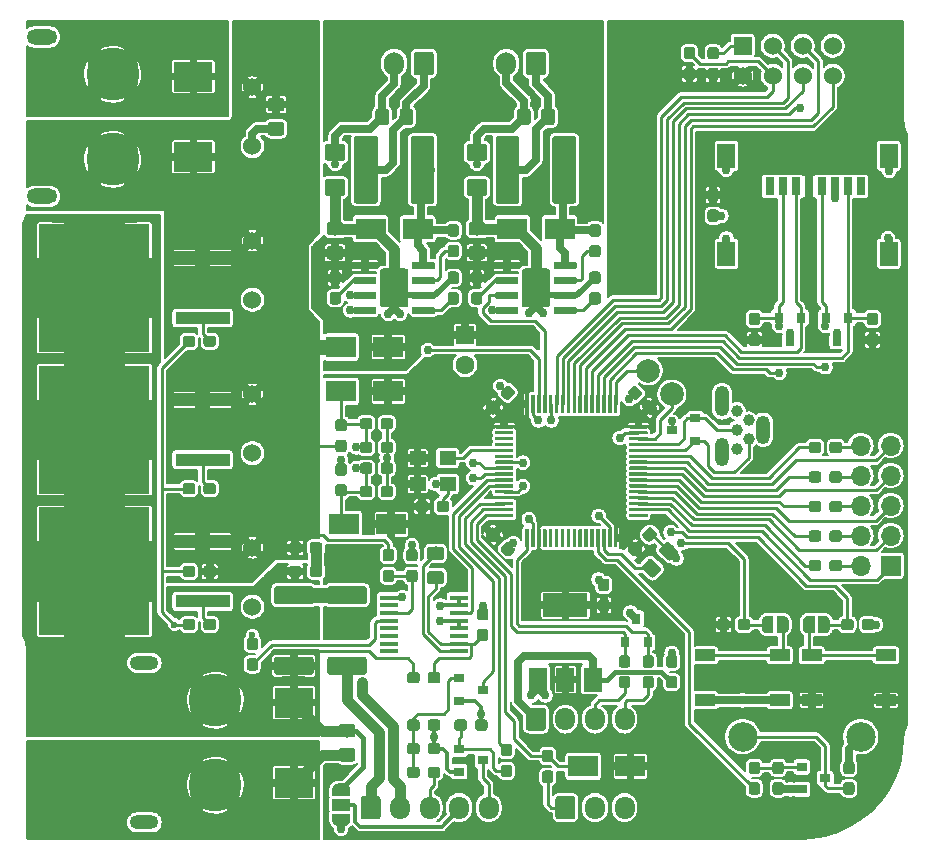
<source format=gtl>
G04 #@! TF.GenerationSoftware,KiCad,Pcbnew,(5.1.4)-1*
G04 #@! TF.CreationDate,2020-09-24T22:51:37-04:00*
G04 #@! TF.ProjectId,EBoard Sidecar,45426f61-7264-4205-9369-64656361722e,rev?*
G04 #@! TF.SameCoordinates,Original*
G04 #@! TF.FileFunction,Copper,L1,Top*
G04 #@! TF.FilePolarity,Positive*
%FSLAX46Y46*%
G04 Gerber Fmt 4.6, Leading zero omitted, Abs format (unit mm)*
G04 Created by KiCad (PCBNEW (5.1.4)-1) date 2020-09-24 22:51:37*
%MOMM*%
%LPD*%
G04 APERTURE LIST*
%ADD10R,1.500000X1.000000*%
%ADD11C,0.500000*%
%ADD12C,0.100000*%
%ADD13R,1.700000X1.700000*%
%ADD14O,1.700000X1.700000*%
%ADD15C,0.950000*%
%ADD16R,2.500000X1.800000*%
%ADD17R,1.400000X1.200000*%
%ADD18C,2.000000*%
%ADD19O,1.700000X2.000000*%
%ADD20C,1.700000*%
%ADD21C,1.524000*%
%ADD22R,1.524000X1.524000*%
%ADD23C,0.600000*%
%ADD24C,2.410000*%
%ADD25R,1.500000X0.450000*%
%ADD26C,0.300000*%
%ADD27R,1.500000X2.000000*%
%ADD28R,3.800000X2.000000*%
%ADD29R,1.700000X1.000000*%
%ADD30C,1.525000*%
%ADD31C,1.425000*%
%ADD32R,9.399999X10.800001*%
%ADD33R,4.600001X1.100000*%
%ADD34R,4.600000X1.100000*%
%ADD35R,0.900000X0.800000*%
%ADD36C,1.000000*%
%ADD37O,1.200000X2.400000*%
%ADD38O,1.200000X2.600000*%
%ADD39R,0.800000X1.500000*%
%ADD40R,1.500000X2.050000*%
%ADD41O,1.700000X1.950000*%
%ADD42C,4.500001*%
%ADD43O,2.600000X1.300000*%
%ADD44O,2.400000X1.200000*%
%ADD45R,0.800000X0.900000*%
%ADD46R,3.300000X2.500000*%
%ADD47C,1.150000*%
%ADD48C,1.600000*%
%ADD49R,1.600000X1.600000*%
%ADD50C,2.500000*%
%ADD51C,0.750000*%
%ADD52C,0.254000*%
%ADD53C,0.635000*%
%ADD54C,0.381000*%
%ADD55C,0.889000*%
%ADD56C,0.304800*%
%ADD57C,0.508000*%
%ADD58C,1.270000*%
%ADD59C,0.152400*%
G04 APERTURE END LIST*
D10*
X127000000Y-141750000D03*
D11*
X127000000Y-140450000D03*
D12*
G36*
X126250602Y-140450000D02*
G01*
X126250602Y-140425466D01*
X126255412Y-140376635D01*
X126264984Y-140328510D01*
X126279228Y-140281555D01*
X126298005Y-140236222D01*
X126321136Y-140192949D01*
X126348396Y-140152150D01*
X126379524Y-140114221D01*
X126414221Y-140079524D01*
X126452150Y-140048396D01*
X126492949Y-140021136D01*
X126536222Y-139998005D01*
X126581555Y-139979228D01*
X126628510Y-139964984D01*
X126676635Y-139955412D01*
X126725466Y-139950602D01*
X126750000Y-139950602D01*
X126750000Y-139950000D01*
X127250000Y-139950000D01*
X127250000Y-139950602D01*
X127274534Y-139950602D01*
X127323365Y-139955412D01*
X127371490Y-139964984D01*
X127418445Y-139979228D01*
X127463778Y-139998005D01*
X127507051Y-140021136D01*
X127547850Y-140048396D01*
X127585779Y-140079524D01*
X127620476Y-140114221D01*
X127651604Y-140152150D01*
X127678864Y-140192949D01*
X127701995Y-140236222D01*
X127720772Y-140281555D01*
X127735016Y-140328510D01*
X127744588Y-140376635D01*
X127749398Y-140425466D01*
X127749398Y-140450000D01*
X127750000Y-140450000D01*
X127750000Y-141000000D01*
X126250000Y-141000000D01*
X126250000Y-140450000D01*
X126250602Y-140450000D01*
X126250602Y-140450000D01*
G37*
D11*
X127000000Y-143050000D03*
D12*
G36*
X127750000Y-142500000D02*
G01*
X127750000Y-143050000D01*
X127749398Y-143050000D01*
X127749398Y-143074534D01*
X127744588Y-143123365D01*
X127735016Y-143171490D01*
X127720772Y-143218445D01*
X127701995Y-143263778D01*
X127678864Y-143307051D01*
X127651604Y-143347850D01*
X127620476Y-143385779D01*
X127585779Y-143420476D01*
X127547850Y-143451604D01*
X127507051Y-143478864D01*
X127463778Y-143501995D01*
X127418445Y-143520772D01*
X127371490Y-143535016D01*
X127323365Y-143544588D01*
X127274534Y-143549398D01*
X127250000Y-143549398D01*
X127250000Y-143550000D01*
X126750000Y-143550000D01*
X126750000Y-143549398D01*
X126725466Y-143549398D01*
X126676635Y-143544588D01*
X126628510Y-143535016D01*
X126581555Y-143520772D01*
X126536222Y-143501995D01*
X126492949Y-143478864D01*
X126452150Y-143451604D01*
X126414221Y-143420476D01*
X126379524Y-143385779D01*
X126348396Y-143347850D01*
X126321136Y-143307051D01*
X126298005Y-143263778D01*
X126279228Y-143218445D01*
X126264984Y-143171490D01*
X126255412Y-143123365D01*
X126250602Y-143074534D01*
X126250602Y-143050000D01*
X126250000Y-143050000D01*
X126250000Y-142500000D01*
X127750000Y-142500000D01*
X127750000Y-142500000D01*
G37*
D13*
X173540000Y-121500000D03*
D14*
X171000000Y-121500000D03*
X173540000Y-118960000D03*
X171000000Y-118960000D03*
X173540000Y-116420000D03*
X171000000Y-116420000D03*
X173540000Y-113880000D03*
X171000000Y-113880000D03*
X173540000Y-111340000D03*
X171000000Y-111340000D03*
D12*
G36*
X129435779Y-111026144D02*
G01*
X129458834Y-111029563D01*
X129481443Y-111035227D01*
X129503387Y-111043079D01*
X129524457Y-111053044D01*
X129544448Y-111065026D01*
X129563168Y-111078910D01*
X129580438Y-111094562D01*
X129596090Y-111111832D01*
X129609974Y-111130552D01*
X129621956Y-111150543D01*
X129631921Y-111171613D01*
X129639773Y-111193557D01*
X129645437Y-111216166D01*
X129648856Y-111239221D01*
X129650000Y-111262500D01*
X129650000Y-111737500D01*
X129648856Y-111760779D01*
X129645437Y-111783834D01*
X129639773Y-111806443D01*
X129631921Y-111828387D01*
X129621956Y-111849457D01*
X129609974Y-111869448D01*
X129596090Y-111888168D01*
X129580438Y-111905438D01*
X129563168Y-111921090D01*
X129544448Y-111934974D01*
X129524457Y-111946956D01*
X129503387Y-111956921D01*
X129481443Y-111964773D01*
X129458834Y-111970437D01*
X129435779Y-111973856D01*
X129412500Y-111975000D01*
X128837500Y-111975000D01*
X128814221Y-111973856D01*
X128791166Y-111970437D01*
X128768557Y-111964773D01*
X128746613Y-111956921D01*
X128725543Y-111946956D01*
X128705552Y-111934974D01*
X128686832Y-111921090D01*
X128669562Y-111905438D01*
X128653910Y-111888168D01*
X128640026Y-111869448D01*
X128628044Y-111849457D01*
X128618079Y-111828387D01*
X128610227Y-111806443D01*
X128604563Y-111783834D01*
X128601144Y-111760779D01*
X128600000Y-111737500D01*
X128600000Y-111262500D01*
X128601144Y-111239221D01*
X128604563Y-111216166D01*
X128610227Y-111193557D01*
X128618079Y-111171613D01*
X128628044Y-111150543D01*
X128640026Y-111130552D01*
X128653910Y-111111832D01*
X128669562Y-111094562D01*
X128686832Y-111078910D01*
X128705552Y-111065026D01*
X128725543Y-111053044D01*
X128746613Y-111043079D01*
X128768557Y-111035227D01*
X128791166Y-111029563D01*
X128814221Y-111026144D01*
X128837500Y-111025000D01*
X129412500Y-111025000D01*
X129435779Y-111026144D01*
X129435779Y-111026144D01*
G37*
D15*
X129125000Y-111500000D03*
D12*
G36*
X131185779Y-111026144D02*
G01*
X131208834Y-111029563D01*
X131231443Y-111035227D01*
X131253387Y-111043079D01*
X131274457Y-111053044D01*
X131294448Y-111065026D01*
X131313168Y-111078910D01*
X131330438Y-111094562D01*
X131346090Y-111111832D01*
X131359974Y-111130552D01*
X131371956Y-111150543D01*
X131381921Y-111171613D01*
X131389773Y-111193557D01*
X131395437Y-111216166D01*
X131398856Y-111239221D01*
X131400000Y-111262500D01*
X131400000Y-111737500D01*
X131398856Y-111760779D01*
X131395437Y-111783834D01*
X131389773Y-111806443D01*
X131381921Y-111828387D01*
X131371956Y-111849457D01*
X131359974Y-111869448D01*
X131346090Y-111888168D01*
X131330438Y-111905438D01*
X131313168Y-111921090D01*
X131294448Y-111934974D01*
X131274457Y-111946956D01*
X131253387Y-111956921D01*
X131231443Y-111964773D01*
X131208834Y-111970437D01*
X131185779Y-111973856D01*
X131162500Y-111975000D01*
X130587500Y-111975000D01*
X130564221Y-111973856D01*
X130541166Y-111970437D01*
X130518557Y-111964773D01*
X130496613Y-111956921D01*
X130475543Y-111946956D01*
X130455552Y-111934974D01*
X130436832Y-111921090D01*
X130419562Y-111905438D01*
X130403910Y-111888168D01*
X130390026Y-111869448D01*
X130378044Y-111849457D01*
X130368079Y-111828387D01*
X130360227Y-111806443D01*
X130354563Y-111783834D01*
X130351144Y-111760779D01*
X130350000Y-111737500D01*
X130350000Y-111262500D01*
X130351144Y-111239221D01*
X130354563Y-111216166D01*
X130360227Y-111193557D01*
X130368079Y-111171613D01*
X130378044Y-111150543D01*
X130390026Y-111130552D01*
X130403910Y-111111832D01*
X130419562Y-111094562D01*
X130436832Y-111078910D01*
X130455552Y-111065026D01*
X130475543Y-111053044D01*
X130496613Y-111043079D01*
X130518557Y-111035227D01*
X130541166Y-111029563D01*
X130564221Y-111026144D01*
X130587500Y-111025000D01*
X131162500Y-111025000D01*
X131185779Y-111026144D01*
X131185779Y-111026144D01*
G37*
D15*
X130875000Y-111500000D03*
D12*
G36*
X127260779Y-110851144D02*
G01*
X127283834Y-110854563D01*
X127306443Y-110860227D01*
X127328387Y-110868079D01*
X127349457Y-110878044D01*
X127369448Y-110890026D01*
X127388168Y-110903910D01*
X127405438Y-110919562D01*
X127421090Y-110936832D01*
X127434974Y-110955552D01*
X127446956Y-110975543D01*
X127456921Y-110996613D01*
X127464773Y-111018557D01*
X127470437Y-111041166D01*
X127473856Y-111064221D01*
X127475000Y-111087500D01*
X127475000Y-111662500D01*
X127473856Y-111685779D01*
X127470437Y-111708834D01*
X127464773Y-111731443D01*
X127456921Y-111753387D01*
X127446956Y-111774457D01*
X127434974Y-111794448D01*
X127421090Y-111813168D01*
X127405438Y-111830438D01*
X127388168Y-111846090D01*
X127369448Y-111859974D01*
X127349457Y-111871956D01*
X127328387Y-111881921D01*
X127306443Y-111889773D01*
X127283834Y-111895437D01*
X127260779Y-111898856D01*
X127237500Y-111900000D01*
X126762500Y-111900000D01*
X126739221Y-111898856D01*
X126716166Y-111895437D01*
X126693557Y-111889773D01*
X126671613Y-111881921D01*
X126650543Y-111871956D01*
X126630552Y-111859974D01*
X126611832Y-111846090D01*
X126594562Y-111830438D01*
X126578910Y-111813168D01*
X126565026Y-111794448D01*
X126553044Y-111774457D01*
X126543079Y-111753387D01*
X126535227Y-111731443D01*
X126529563Y-111708834D01*
X126526144Y-111685779D01*
X126525000Y-111662500D01*
X126525000Y-111087500D01*
X126526144Y-111064221D01*
X126529563Y-111041166D01*
X126535227Y-111018557D01*
X126543079Y-110996613D01*
X126553044Y-110975543D01*
X126565026Y-110955552D01*
X126578910Y-110936832D01*
X126594562Y-110919562D01*
X126611832Y-110903910D01*
X126630552Y-110890026D01*
X126650543Y-110878044D01*
X126671613Y-110868079D01*
X126693557Y-110860227D01*
X126716166Y-110854563D01*
X126739221Y-110851144D01*
X126762500Y-110850000D01*
X127237500Y-110850000D01*
X127260779Y-110851144D01*
X127260779Y-110851144D01*
G37*
D15*
X127000000Y-111375000D03*
D12*
G36*
X127260779Y-109101144D02*
G01*
X127283834Y-109104563D01*
X127306443Y-109110227D01*
X127328387Y-109118079D01*
X127349457Y-109128044D01*
X127369448Y-109140026D01*
X127388168Y-109153910D01*
X127405438Y-109169562D01*
X127421090Y-109186832D01*
X127434974Y-109205552D01*
X127446956Y-109225543D01*
X127456921Y-109246613D01*
X127464773Y-109268557D01*
X127470437Y-109291166D01*
X127473856Y-109314221D01*
X127475000Y-109337500D01*
X127475000Y-109912500D01*
X127473856Y-109935779D01*
X127470437Y-109958834D01*
X127464773Y-109981443D01*
X127456921Y-110003387D01*
X127446956Y-110024457D01*
X127434974Y-110044448D01*
X127421090Y-110063168D01*
X127405438Y-110080438D01*
X127388168Y-110096090D01*
X127369448Y-110109974D01*
X127349457Y-110121956D01*
X127328387Y-110131921D01*
X127306443Y-110139773D01*
X127283834Y-110145437D01*
X127260779Y-110148856D01*
X127237500Y-110150000D01*
X126762500Y-110150000D01*
X126739221Y-110148856D01*
X126716166Y-110145437D01*
X126693557Y-110139773D01*
X126671613Y-110131921D01*
X126650543Y-110121956D01*
X126630552Y-110109974D01*
X126611832Y-110096090D01*
X126594562Y-110080438D01*
X126578910Y-110063168D01*
X126565026Y-110044448D01*
X126553044Y-110024457D01*
X126543079Y-110003387D01*
X126535227Y-109981443D01*
X126529563Y-109958834D01*
X126526144Y-109935779D01*
X126525000Y-109912500D01*
X126525000Y-109337500D01*
X126526144Y-109314221D01*
X126529563Y-109291166D01*
X126535227Y-109268557D01*
X126543079Y-109246613D01*
X126553044Y-109225543D01*
X126565026Y-109205552D01*
X126578910Y-109186832D01*
X126594562Y-109169562D01*
X126611832Y-109153910D01*
X126630552Y-109140026D01*
X126650543Y-109128044D01*
X126671613Y-109118079D01*
X126693557Y-109110227D01*
X126716166Y-109104563D01*
X126739221Y-109101144D01*
X126762500Y-109100000D01*
X127237500Y-109100000D01*
X127260779Y-109101144D01*
X127260779Y-109101144D01*
G37*
D15*
X127000000Y-109625000D03*
D16*
X127000000Y-106750000D03*
X131000000Y-106750000D03*
D12*
G36*
X131185779Y-109026144D02*
G01*
X131208834Y-109029563D01*
X131231443Y-109035227D01*
X131253387Y-109043079D01*
X131274457Y-109053044D01*
X131294448Y-109065026D01*
X131313168Y-109078910D01*
X131330438Y-109094562D01*
X131346090Y-109111832D01*
X131359974Y-109130552D01*
X131371956Y-109150543D01*
X131381921Y-109171613D01*
X131389773Y-109193557D01*
X131395437Y-109216166D01*
X131398856Y-109239221D01*
X131400000Y-109262500D01*
X131400000Y-109737500D01*
X131398856Y-109760779D01*
X131395437Y-109783834D01*
X131389773Y-109806443D01*
X131381921Y-109828387D01*
X131371956Y-109849457D01*
X131359974Y-109869448D01*
X131346090Y-109888168D01*
X131330438Y-109905438D01*
X131313168Y-109921090D01*
X131294448Y-109934974D01*
X131274457Y-109946956D01*
X131253387Y-109956921D01*
X131231443Y-109964773D01*
X131208834Y-109970437D01*
X131185779Y-109973856D01*
X131162500Y-109975000D01*
X130587500Y-109975000D01*
X130564221Y-109973856D01*
X130541166Y-109970437D01*
X130518557Y-109964773D01*
X130496613Y-109956921D01*
X130475543Y-109946956D01*
X130455552Y-109934974D01*
X130436832Y-109921090D01*
X130419562Y-109905438D01*
X130403910Y-109888168D01*
X130390026Y-109869448D01*
X130378044Y-109849457D01*
X130368079Y-109828387D01*
X130360227Y-109806443D01*
X130354563Y-109783834D01*
X130351144Y-109760779D01*
X130350000Y-109737500D01*
X130350000Y-109262500D01*
X130351144Y-109239221D01*
X130354563Y-109216166D01*
X130360227Y-109193557D01*
X130368079Y-109171613D01*
X130378044Y-109150543D01*
X130390026Y-109130552D01*
X130403910Y-109111832D01*
X130419562Y-109094562D01*
X130436832Y-109078910D01*
X130455552Y-109065026D01*
X130475543Y-109053044D01*
X130496613Y-109043079D01*
X130518557Y-109035227D01*
X130541166Y-109029563D01*
X130564221Y-109026144D01*
X130587500Y-109025000D01*
X131162500Y-109025000D01*
X131185779Y-109026144D01*
X131185779Y-109026144D01*
G37*
D15*
X130875000Y-109500000D03*
D12*
G36*
X129435779Y-109026144D02*
G01*
X129458834Y-109029563D01*
X129481443Y-109035227D01*
X129503387Y-109043079D01*
X129524457Y-109053044D01*
X129544448Y-109065026D01*
X129563168Y-109078910D01*
X129580438Y-109094562D01*
X129596090Y-109111832D01*
X129609974Y-109130552D01*
X129621956Y-109150543D01*
X129631921Y-109171613D01*
X129639773Y-109193557D01*
X129645437Y-109216166D01*
X129648856Y-109239221D01*
X129650000Y-109262500D01*
X129650000Y-109737500D01*
X129648856Y-109760779D01*
X129645437Y-109783834D01*
X129639773Y-109806443D01*
X129631921Y-109828387D01*
X129621956Y-109849457D01*
X129609974Y-109869448D01*
X129596090Y-109888168D01*
X129580438Y-109905438D01*
X129563168Y-109921090D01*
X129544448Y-109934974D01*
X129524457Y-109946956D01*
X129503387Y-109956921D01*
X129481443Y-109964773D01*
X129458834Y-109970437D01*
X129435779Y-109973856D01*
X129412500Y-109975000D01*
X128837500Y-109975000D01*
X128814221Y-109973856D01*
X128791166Y-109970437D01*
X128768557Y-109964773D01*
X128746613Y-109956921D01*
X128725543Y-109946956D01*
X128705552Y-109934974D01*
X128686832Y-109921090D01*
X128669562Y-109905438D01*
X128653910Y-109888168D01*
X128640026Y-109869448D01*
X128628044Y-109849457D01*
X128618079Y-109828387D01*
X128610227Y-109806443D01*
X128604563Y-109783834D01*
X128601144Y-109760779D01*
X128600000Y-109737500D01*
X128600000Y-109262500D01*
X128601144Y-109239221D01*
X128604563Y-109216166D01*
X128610227Y-109193557D01*
X128618079Y-109171613D01*
X128628044Y-109150543D01*
X128640026Y-109130552D01*
X128653910Y-109111832D01*
X128669562Y-109094562D01*
X128686832Y-109078910D01*
X128705552Y-109065026D01*
X128725543Y-109053044D01*
X128746613Y-109043079D01*
X128768557Y-109035227D01*
X128791166Y-109029563D01*
X128814221Y-109026144D01*
X128837500Y-109025000D01*
X129412500Y-109025000D01*
X129435779Y-109026144D01*
X129435779Y-109026144D01*
G37*
D15*
X129125000Y-109500000D03*
D12*
G36*
X167435779Y-113526144D02*
G01*
X167458834Y-113529563D01*
X167481443Y-113535227D01*
X167503387Y-113543079D01*
X167524457Y-113553044D01*
X167544448Y-113565026D01*
X167563168Y-113578910D01*
X167580438Y-113594562D01*
X167596090Y-113611832D01*
X167609974Y-113630552D01*
X167621956Y-113650543D01*
X167631921Y-113671613D01*
X167639773Y-113693557D01*
X167645437Y-113716166D01*
X167648856Y-113739221D01*
X167650000Y-113762500D01*
X167650000Y-114237500D01*
X167648856Y-114260779D01*
X167645437Y-114283834D01*
X167639773Y-114306443D01*
X167631921Y-114328387D01*
X167621956Y-114349457D01*
X167609974Y-114369448D01*
X167596090Y-114388168D01*
X167580438Y-114405438D01*
X167563168Y-114421090D01*
X167544448Y-114434974D01*
X167524457Y-114446956D01*
X167503387Y-114456921D01*
X167481443Y-114464773D01*
X167458834Y-114470437D01*
X167435779Y-114473856D01*
X167412500Y-114475000D01*
X166837500Y-114475000D01*
X166814221Y-114473856D01*
X166791166Y-114470437D01*
X166768557Y-114464773D01*
X166746613Y-114456921D01*
X166725543Y-114446956D01*
X166705552Y-114434974D01*
X166686832Y-114421090D01*
X166669562Y-114405438D01*
X166653910Y-114388168D01*
X166640026Y-114369448D01*
X166628044Y-114349457D01*
X166618079Y-114328387D01*
X166610227Y-114306443D01*
X166604563Y-114283834D01*
X166601144Y-114260779D01*
X166600000Y-114237500D01*
X166600000Y-113762500D01*
X166601144Y-113739221D01*
X166604563Y-113716166D01*
X166610227Y-113693557D01*
X166618079Y-113671613D01*
X166628044Y-113650543D01*
X166640026Y-113630552D01*
X166653910Y-113611832D01*
X166669562Y-113594562D01*
X166686832Y-113578910D01*
X166705552Y-113565026D01*
X166725543Y-113553044D01*
X166746613Y-113543079D01*
X166768557Y-113535227D01*
X166791166Y-113529563D01*
X166814221Y-113526144D01*
X166837500Y-113525000D01*
X167412500Y-113525000D01*
X167435779Y-113526144D01*
X167435779Y-113526144D01*
G37*
D15*
X167125000Y-114000000D03*
D12*
G36*
X169185779Y-113526144D02*
G01*
X169208834Y-113529563D01*
X169231443Y-113535227D01*
X169253387Y-113543079D01*
X169274457Y-113553044D01*
X169294448Y-113565026D01*
X169313168Y-113578910D01*
X169330438Y-113594562D01*
X169346090Y-113611832D01*
X169359974Y-113630552D01*
X169371956Y-113650543D01*
X169381921Y-113671613D01*
X169389773Y-113693557D01*
X169395437Y-113716166D01*
X169398856Y-113739221D01*
X169400000Y-113762500D01*
X169400000Y-114237500D01*
X169398856Y-114260779D01*
X169395437Y-114283834D01*
X169389773Y-114306443D01*
X169381921Y-114328387D01*
X169371956Y-114349457D01*
X169359974Y-114369448D01*
X169346090Y-114388168D01*
X169330438Y-114405438D01*
X169313168Y-114421090D01*
X169294448Y-114434974D01*
X169274457Y-114446956D01*
X169253387Y-114456921D01*
X169231443Y-114464773D01*
X169208834Y-114470437D01*
X169185779Y-114473856D01*
X169162500Y-114475000D01*
X168587500Y-114475000D01*
X168564221Y-114473856D01*
X168541166Y-114470437D01*
X168518557Y-114464773D01*
X168496613Y-114456921D01*
X168475543Y-114446956D01*
X168455552Y-114434974D01*
X168436832Y-114421090D01*
X168419562Y-114405438D01*
X168403910Y-114388168D01*
X168390026Y-114369448D01*
X168378044Y-114349457D01*
X168368079Y-114328387D01*
X168360227Y-114306443D01*
X168354563Y-114283834D01*
X168351144Y-114260779D01*
X168350000Y-114237500D01*
X168350000Y-113762500D01*
X168351144Y-113739221D01*
X168354563Y-113716166D01*
X168360227Y-113693557D01*
X168368079Y-113671613D01*
X168378044Y-113650543D01*
X168390026Y-113630552D01*
X168403910Y-113611832D01*
X168419562Y-113594562D01*
X168436832Y-113578910D01*
X168455552Y-113565026D01*
X168475543Y-113553044D01*
X168496613Y-113543079D01*
X168518557Y-113535227D01*
X168541166Y-113529563D01*
X168564221Y-113526144D01*
X168587500Y-113525000D01*
X169162500Y-113525000D01*
X169185779Y-113526144D01*
X169185779Y-113526144D01*
G37*
D15*
X168875000Y-114000000D03*
D12*
G36*
X167435779Y-116026144D02*
G01*
X167458834Y-116029563D01*
X167481443Y-116035227D01*
X167503387Y-116043079D01*
X167524457Y-116053044D01*
X167544448Y-116065026D01*
X167563168Y-116078910D01*
X167580438Y-116094562D01*
X167596090Y-116111832D01*
X167609974Y-116130552D01*
X167621956Y-116150543D01*
X167631921Y-116171613D01*
X167639773Y-116193557D01*
X167645437Y-116216166D01*
X167648856Y-116239221D01*
X167650000Y-116262500D01*
X167650000Y-116737500D01*
X167648856Y-116760779D01*
X167645437Y-116783834D01*
X167639773Y-116806443D01*
X167631921Y-116828387D01*
X167621956Y-116849457D01*
X167609974Y-116869448D01*
X167596090Y-116888168D01*
X167580438Y-116905438D01*
X167563168Y-116921090D01*
X167544448Y-116934974D01*
X167524457Y-116946956D01*
X167503387Y-116956921D01*
X167481443Y-116964773D01*
X167458834Y-116970437D01*
X167435779Y-116973856D01*
X167412500Y-116975000D01*
X166837500Y-116975000D01*
X166814221Y-116973856D01*
X166791166Y-116970437D01*
X166768557Y-116964773D01*
X166746613Y-116956921D01*
X166725543Y-116946956D01*
X166705552Y-116934974D01*
X166686832Y-116921090D01*
X166669562Y-116905438D01*
X166653910Y-116888168D01*
X166640026Y-116869448D01*
X166628044Y-116849457D01*
X166618079Y-116828387D01*
X166610227Y-116806443D01*
X166604563Y-116783834D01*
X166601144Y-116760779D01*
X166600000Y-116737500D01*
X166600000Y-116262500D01*
X166601144Y-116239221D01*
X166604563Y-116216166D01*
X166610227Y-116193557D01*
X166618079Y-116171613D01*
X166628044Y-116150543D01*
X166640026Y-116130552D01*
X166653910Y-116111832D01*
X166669562Y-116094562D01*
X166686832Y-116078910D01*
X166705552Y-116065026D01*
X166725543Y-116053044D01*
X166746613Y-116043079D01*
X166768557Y-116035227D01*
X166791166Y-116029563D01*
X166814221Y-116026144D01*
X166837500Y-116025000D01*
X167412500Y-116025000D01*
X167435779Y-116026144D01*
X167435779Y-116026144D01*
G37*
D15*
X167125000Y-116500000D03*
D12*
G36*
X169185779Y-116026144D02*
G01*
X169208834Y-116029563D01*
X169231443Y-116035227D01*
X169253387Y-116043079D01*
X169274457Y-116053044D01*
X169294448Y-116065026D01*
X169313168Y-116078910D01*
X169330438Y-116094562D01*
X169346090Y-116111832D01*
X169359974Y-116130552D01*
X169371956Y-116150543D01*
X169381921Y-116171613D01*
X169389773Y-116193557D01*
X169395437Y-116216166D01*
X169398856Y-116239221D01*
X169400000Y-116262500D01*
X169400000Y-116737500D01*
X169398856Y-116760779D01*
X169395437Y-116783834D01*
X169389773Y-116806443D01*
X169381921Y-116828387D01*
X169371956Y-116849457D01*
X169359974Y-116869448D01*
X169346090Y-116888168D01*
X169330438Y-116905438D01*
X169313168Y-116921090D01*
X169294448Y-116934974D01*
X169274457Y-116946956D01*
X169253387Y-116956921D01*
X169231443Y-116964773D01*
X169208834Y-116970437D01*
X169185779Y-116973856D01*
X169162500Y-116975000D01*
X168587500Y-116975000D01*
X168564221Y-116973856D01*
X168541166Y-116970437D01*
X168518557Y-116964773D01*
X168496613Y-116956921D01*
X168475543Y-116946956D01*
X168455552Y-116934974D01*
X168436832Y-116921090D01*
X168419562Y-116905438D01*
X168403910Y-116888168D01*
X168390026Y-116869448D01*
X168378044Y-116849457D01*
X168368079Y-116828387D01*
X168360227Y-116806443D01*
X168354563Y-116783834D01*
X168351144Y-116760779D01*
X168350000Y-116737500D01*
X168350000Y-116262500D01*
X168351144Y-116239221D01*
X168354563Y-116216166D01*
X168360227Y-116193557D01*
X168368079Y-116171613D01*
X168378044Y-116150543D01*
X168390026Y-116130552D01*
X168403910Y-116111832D01*
X168419562Y-116094562D01*
X168436832Y-116078910D01*
X168455552Y-116065026D01*
X168475543Y-116053044D01*
X168496613Y-116043079D01*
X168518557Y-116035227D01*
X168541166Y-116029563D01*
X168564221Y-116026144D01*
X168587500Y-116025000D01*
X169162500Y-116025000D01*
X169185779Y-116026144D01*
X169185779Y-116026144D01*
G37*
D15*
X168875000Y-116500000D03*
D12*
G36*
X167435779Y-118526144D02*
G01*
X167458834Y-118529563D01*
X167481443Y-118535227D01*
X167503387Y-118543079D01*
X167524457Y-118553044D01*
X167544448Y-118565026D01*
X167563168Y-118578910D01*
X167580438Y-118594562D01*
X167596090Y-118611832D01*
X167609974Y-118630552D01*
X167621956Y-118650543D01*
X167631921Y-118671613D01*
X167639773Y-118693557D01*
X167645437Y-118716166D01*
X167648856Y-118739221D01*
X167650000Y-118762500D01*
X167650000Y-119237500D01*
X167648856Y-119260779D01*
X167645437Y-119283834D01*
X167639773Y-119306443D01*
X167631921Y-119328387D01*
X167621956Y-119349457D01*
X167609974Y-119369448D01*
X167596090Y-119388168D01*
X167580438Y-119405438D01*
X167563168Y-119421090D01*
X167544448Y-119434974D01*
X167524457Y-119446956D01*
X167503387Y-119456921D01*
X167481443Y-119464773D01*
X167458834Y-119470437D01*
X167435779Y-119473856D01*
X167412500Y-119475000D01*
X166837500Y-119475000D01*
X166814221Y-119473856D01*
X166791166Y-119470437D01*
X166768557Y-119464773D01*
X166746613Y-119456921D01*
X166725543Y-119446956D01*
X166705552Y-119434974D01*
X166686832Y-119421090D01*
X166669562Y-119405438D01*
X166653910Y-119388168D01*
X166640026Y-119369448D01*
X166628044Y-119349457D01*
X166618079Y-119328387D01*
X166610227Y-119306443D01*
X166604563Y-119283834D01*
X166601144Y-119260779D01*
X166600000Y-119237500D01*
X166600000Y-118762500D01*
X166601144Y-118739221D01*
X166604563Y-118716166D01*
X166610227Y-118693557D01*
X166618079Y-118671613D01*
X166628044Y-118650543D01*
X166640026Y-118630552D01*
X166653910Y-118611832D01*
X166669562Y-118594562D01*
X166686832Y-118578910D01*
X166705552Y-118565026D01*
X166725543Y-118553044D01*
X166746613Y-118543079D01*
X166768557Y-118535227D01*
X166791166Y-118529563D01*
X166814221Y-118526144D01*
X166837500Y-118525000D01*
X167412500Y-118525000D01*
X167435779Y-118526144D01*
X167435779Y-118526144D01*
G37*
D15*
X167125000Y-119000000D03*
D12*
G36*
X169185779Y-118526144D02*
G01*
X169208834Y-118529563D01*
X169231443Y-118535227D01*
X169253387Y-118543079D01*
X169274457Y-118553044D01*
X169294448Y-118565026D01*
X169313168Y-118578910D01*
X169330438Y-118594562D01*
X169346090Y-118611832D01*
X169359974Y-118630552D01*
X169371956Y-118650543D01*
X169381921Y-118671613D01*
X169389773Y-118693557D01*
X169395437Y-118716166D01*
X169398856Y-118739221D01*
X169400000Y-118762500D01*
X169400000Y-119237500D01*
X169398856Y-119260779D01*
X169395437Y-119283834D01*
X169389773Y-119306443D01*
X169381921Y-119328387D01*
X169371956Y-119349457D01*
X169359974Y-119369448D01*
X169346090Y-119388168D01*
X169330438Y-119405438D01*
X169313168Y-119421090D01*
X169294448Y-119434974D01*
X169274457Y-119446956D01*
X169253387Y-119456921D01*
X169231443Y-119464773D01*
X169208834Y-119470437D01*
X169185779Y-119473856D01*
X169162500Y-119475000D01*
X168587500Y-119475000D01*
X168564221Y-119473856D01*
X168541166Y-119470437D01*
X168518557Y-119464773D01*
X168496613Y-119456921D01*
X168475543Y-119446956D01*
X168455552Y-119434974D01*
X168436832Y-119421090D01*
X168419562Y-119405438D01*
X168403910Y-119388168D01*
X168390026Y-119369448D01*
X168378044Y-119349457D01*
X168368079Y-119328387D01*
X168360227Y-119306443D01*
X168354563Y-119283834D01*
X168351144Y-119260779D01*
X168350000Y-119237500D01*
X168350000Y-118762500D01*
X168351144Y-118739221D01*
X168354563Y-118716166D01*
X168360227Y-118693557D01*
X168368079Y-118671613D01*
X168378044Y-118650543D01*
X168390026Y-118630552D01*
X168403910Y-118611832D01*
X168419562Y-118594562D01*
X168436832Y-118578910D01*
X168455552Y-118565026D01*
X168475543Y-118553044D01*
X168496613Y-118543079D01*
X168518557Y-118535227D01*
X168541166Y-118529563D01*
X168564221Y-118526144D01*
X168587500Y-118525000D01*
X169162500Y-118525000D01*
X169185779Y-118526144D01*
X169185779Y-118526144D01*
G37*
D15*
X168875000Y-119000000D03*
D12*
G36*
X167435779Y-121026144D02*
G01*
X167458834Y-121029563D01*
X167481443Y-121035227D01*
X167503387Y-121043079D01*
X167524457Y-121053044D01*
X167544448Y-121065026D01*
X167563168Y-121078910D01*
X167580438Y-121094562D01*
X167596090Y-121111832D01*
X167609974Y-121130552D01*
X167621956Y-121150543D01*
X167631921Y-121171613D01*
X167639773Y-121193557D01*
X167645437Y-121216166D01*
X167648856Y-121239221D01*
X167650000Y-121262500D01*
X167650000Y-121737500D01*
X167648856Y-121760779D01*
X167645437Y-121783834D01*
X167639773Y-121806443D01*
X167631921Y-121828387D01*
X167621956Y-121849457D01*
X167609974Y-121869448D01*
X167596090Y-121888168D01*
X167580438Y-121905438D01*
X167563168Y-121921090D01*
X167544448Y-121934974D01*
X167524457Y-121946956D01*
X167503387Y-121956921D01*
X167481443Y-121964773D01*
X167458834Y-121970437D01*
X167435779Y-121973856D01*
X167412500Y-121975000D01*
X166837500Y-121975000D01*
X166814221Y-121973856D01*
X166791166Y-121970437D01*
X166768557Y-121964773D01*
X166746613Y-121956921D01*
X166725543Y-121946956D01*
X166705552Y-121934974D01*
X166686832Y-121921090D01*
X166669562Y-121905438D01*
X166653910Y-121888168D01*
X166640026Y-121869448D01*
X166628044Y-121849457D01*
X166618079Y-121828387D01*
X166610227Y-121806443D01*
X166604563Y-121783834D01*
X166601144Y-121760779D01*
X166600000Y-121737500D01*
X166600000Y-121262500D01*
X166601144Y-121239221D01*
X166604563Y-121216166D01*
X166610227Y-121193557D01*
X166618079Y-121171613D01*
X166628044Y-121150543D01*
X166640026Y-121130552D01*
X166653910Y-121111832D01*
X166669562Y-121094562D01*
X166686832Y-121078910D01*
X166705552Y-121065026D01*
X166725543Y-121053044D01*
X166746613Y-121043079D01*
X166768557Y-121035227D01*
X166791166Y-121029563D01*
X166814221Y-121026144D01*
X166837500Y-121025000D01*
X167412500Y-121025000D01*
X167435779Y-121026144D01*
X167435779Y-121026144D01*
G37*
D15*
X167125000Y-121500000D03*
D12*
G36*
X169185779Y-121026144D02*
G01*
X169208834Y-121029563D01*
X169231443Y-121035227D01*
X169253387Y-121043079D01*
X169274457Y-121053044D01*
X169294448Y-121065026D01*
X169313168Y-121078910D01*
X169330438Y-121094562D01*
X169346090Y-121111832D01*
X169359974Y-121130552D01*
X169371956Y-121150543D01*
X169381921Y-121171613D01*
X169389773Y-121193557D01*
X169395437Y-121216166D01*
X169398856Y-121239221D01*
X169400000Y-121262500D01*
X169400000Y-121737500D01*
X169398856Y-121760779D01*
X169395437Y-121783834D01*
X169389773Y-121806443D01*
X169381921Y-121828387D01*
X169371956Y-121849457D01*
X169359974Y-121869448D01*
X169346090Y-121888168D01*
X169330438Y-121905438D01*
X169313168Y-121921090D01*
X169294448Y-121934974D01*
X169274457Y-121946956D01*
X169253387Y-121956921D01*
X169231443Y-121964773D01*
X169208834Y-121970437D01*
X169185779Y-121973856D01*
X169162500Y-121975000D01*
X168587500Y-121975000D01*
X168564221Y-121973856D01*
X168541166Y-121970437D01*
X168518557Y-121964773D01*
X168496613Y-121956921D01*
X168475543Y-121946956D01*
X168455552Y-121934974D01*
X168436832Y-121921090D01*
X168419562Y-121905438D01*
X168403910Y-121888168D01*
X168390026Y-121869448D01*
X168378044Y-121849457D01*
X168368079Y-121828387D01*
X168360227Y-121806443D01*
X168354563Y-121783834D01*
X168351144Y-121760779D01*
X168350000Y-121737500D01*
X168350000Y-121262500D01*
X168351144Y-121239221D01*
X168354563Y-121216166D01*
X168360227Y-121193557D01*
X168368079Y-121171613D01*
X168378044Y-121150543D01*
X168390026Y-121130552D01*
X168403910Y-121111832D01*
X168419562Y-121094562D01*
X168436832Y-121078910D01*
X168455552Y-121065026D01*
X168475543Y-121053044D01*
X168496613Y-121043079D01*
X168518557Y-121035227D01*
X168541166Y-121029563D01*
X168564221Y-121026144D01*
X168587500Y-121025000D01*
X169162500Y-121025000D01*
X169185779Y-121026144D01*
X169185779Y-121026144D01*
G37*
D15*
X168875000Y-121500000D03*
D12*
G36*
X141106642Y-119511131D02*
G01*
X141129697Y-119514550D01*
X141152306Y-119520214D01*
X141174250Y-119528066D01*
X141195320Y-119538031D01*
X141215311Y-119550013D01*
X141234031Y-119563897D01*
X141251301Y-119579549D01*
X141657887Y-119986135D01*
X141673539Y-120003405D01*
X141687423Y-120022125D01*
X141699405Y-120042116D01*
X141709370Y-120063186D01*
X141717222Y-120085130D01*
X141722886Y-120107739D01*
X141726305Y-120130794D01*
X141727449Y-120154073D01*
X141726305Y-120177352D01*
X141722886Y-120200407D01*
X141717222Y-120223016D01*
X141709370Y-120244960D01*
X141699405Y-120266030D01*
X141687423Y-120286021D01*
X141673539Y-120304741D01*
X141657887Y-120322011D01*
X141322011Y-120657887D01*
X141304741Y-120673539D01*
X141286021Y-120687423D01*
X141266030Y-120699405D01*
X141244960Y-120709370D01*
X141223016Y-120717222D01*
X141200407Y-120722886D01*
X141177352Y-120726305D01*
X141154073Y-120727449D01*
X141130794Y-120726305D01*
X141107739Y-120722886D01*
X141085130Y-120717222D01*
X141063186Y-120709370D01*
X141042116Y-120699405D01*
X141022125Y-120687423D01*
X141003405Y-120673539D01*
X140986135Y-120657887D01*
X140579549Y-120251301D01*
X140563897Y-120234031D01*
X140550013Y-120215311D01*
X140538031Y-120195320D01*
X140528066Y-120174250D01*
X140520214Y-120152306D01*
X140514550Y-120129697D01*
X140511131Y-120106642D01*
X140509987Y-120083363D01*
X140511131Y-120060084D01*
X140514550Y-120037029D01*
X140520214Y-120014420D01*
X140528066Y-119992476D01*
X140538031Y-119971406D01*
X140550013Y-119951415D01*
X140563897Y-119932695D01*
X140579549Y-119915425D01*
X140915425Y-119579549D01*
X140932695Y-119563897D01*
X140951415Y-119550013D01*
X140971406Y-119538031D01*
X140992476Y-119528066D01*
X141014420Y-119520214D01*
X141037029Y-119514550D01*
X141060084Y-119511131D01*
X141083363Y-119509987D01*
X141106642Y-119511131D01*
X141106642Y-119511131D01*
G37*
D15*
X141118718Y-120118718D03*
D12*
G36*
X139869206Y-118273695D02*
G01*
X139892261Y-118277114D01*
X139914870Y-118282778D01*
X139936814Y-118290630D01*
X139957884Y-118300595D01*
X139977875Y-118312577D01*
X139996595Y-118326461D01*
X140013865Y-118342113D01*
X140420451Y-118748699D01*
X140436103Y-118765969D01*
X140449987Y-118784689D01*
X140461969Y-118804680D01*
X140471934Y-118825750D01*
X140479786Y-118847694D01*
X140485450Y-118870303D01*
X140488869Y-118893358D01*
X140490013Y-118916637D01*
X140488869Y-118939916D01*
X140485450Y-118962971D01*
X140479786Y-118985580D01*
X140471934Y-119007524D01*
X140461969Y-119028594D01*
X140449987Y-119048585D01*
X140436103Y-119067305D01*
X140420451Y-119084575D01*
X140084575Y-119420451D01*
X140067305Y-119436103D01*
X140048585Y-119449987D01*
X140028594Y-119461969D01*
X140007524Y-119471934D01*
X139985580Y-119479786D01*
X139962971Y-119485450D01*
X139939916Y-119488869D01*
X139916637Y-119490013D01*
X139893358Y-119488869D01*
X139870303Y-119485450D01*
X139847694Y-119479786D01*
X139825750Y-119471934D01*
X139804680Y-119461969D01*
X139784689Y-119449987D01*
X139765969Y-119436103D01*
X139748699Y-119420451D01*
X139342113Y-119013865D01*
X139326461Y-118996595D01*
X139312577Y-118977875D01*
X139300595Y-118957884D01*
X139290630Y-118936814D01*
X139282778Y-118914870D01*
X139277114Y-118892261D01*
X139273695Y-118869206D01*
X139272551Y-118845927D01*
X139273695Y-118822648D01*
X139277114Y-118799593D01*
X139282778Y-118776984D01*
X139290630Y-118755040D01*
X139300595Y-118733970D01*
X139312577Y-118713979D01*
X139326461Y-118695259D01*
X139342113Y-118677989D01*
X139677989Y-118342113D01*
X139695259Y-118326461D01*
X139713979Y-118312577D01*
X139733970Y-118300595D01*
X139755040Y-118290630D01*
X139776984Y-118282778D01*
X139799593Y-118277114D01*
X139822648Y-118273695D01*
X139845927Y-118272551D01*
X139869206Y-118273695D01*
X139869206Y-118273695D01*
G37*
D15*
X139881282Y-118881282D03*
D17*
X133480000Y-112400000D03*
X136020000Y-112400000D03*
X136020000Y-114600000D03*
X133480000Y-114600000D03*
D12*
G36*
X135935779Y-116026144D02*
G01*
X135958834Y-116029563D01*
X135981443Y-116035227D01*
X136003387Y-116043079D01*
X136024457Y-116053044D01*
X136044448Y-116065026D01*
X136063168Y-116078910D01*
X136080438Y-116094562D01*
X136096090Y-116111832D01*
X136109974Y-116130552D01*
X136121956Y-116150543D01*
X136131921Y-116171613D01*
X136139773Y-116193557D01*
X136145437Y-116216166D01*
X136148856Y-116239221D01*
X136150000Y-116262500D01*
X136150000Y-116737500D01*
X136148856Y-116760779D01*
X136145437Y-116783834D01*
X136139773Y-116806443D01*
X136131921Y-116828387D01*
X136121956Y-116849457D01*
X136109974Y-116869448D01*
X136096090Y-116888168D01*
X136080438Y-116905438D01*
X136063168Y-116921090D01*
X136044448Y-116934974D01*
X136024457Y-116946956D01*
X136003387Y-116956921D01*
X135981443Y-116964773D01*
X135958834Y-116970437D01*
X135935779Y-116973856D01*
X135912500Y-116975000D01*
X135337500Y-116975000D01*
X135314221Y-116973856D01*
X135291166Y-116970437D01*
X135268557Y-116964773D01*
X135246613Y-116956921D01*
X135225543Y-116946956D01*
X135205552Y-116934974D01*
X135186832Y-116921090D01*
X135169562Y-116905438D01*
X135153910Y-116888168D01*
X135140026Y-116869448D01*
X135128044Y-116849457D01*
X135118079Y-116828387D01*
X135110227Y-116806443D01*
X135104563Y-116783834D01*
X135101144Y-116760779D01*
X135100000Y-116737500D01*
X135100000Y-116262500D01*
X135101144Y-116239221D01*
X135104563Y-116216166D01*
X135110227Y-116193557D01*
X135118079Y-116171613D01*
X135128044Y-116150543D01*
X135140026Y-116130552D01*
X135153910Y-116111832D01*
X135169562Y-116094562D01*
X135186832Y-116078910D01*
X135205552Y-116065026D01*
X135225543Y-116053044D01*
X135246613Y-116043079D01*
X135268557Y-116035227D01*
X135291166Y-116029563D01*
X135314221Y-116026144D01*
X135337500Y-116025000D01*
X135912500Y-116025000D01*
X135935779Y-116026144D01*
X135935779Y-116026144D01*
G37*
D15*
X135625000Y-116500000D03*
D12*
G36*
X134185779Y-116026144D02*
G01*
X134208834Y-116029563D01*
X134231443Y-116035227D01*
X134253387Y-116043079D01*
X134274457Y-116053044D01*
X134294448Y-116065026D01*
X134313168Y-116078910D01*
X134330438Y-116094562D01*
X134346090Y-116111832D01*
X134359974Y-116130552D01*
X134371956Y-116150543D01*
X134381921Y-116171613D01*
X134389773Y-116193557D01*
X134395437Y-116216166D01*
X134398856Y-116239221D01*
X134400000Y-116262500D01*
X134400000Y-116737500D01*
X134398856Y-116760779D01*
X134395437Y-116783834D01*
X134389773Y-116806443D01*
X134381921Y-116828387D01*
X134371956Y-116849457D01*
X134359974Y-116869448D01*
X134346090Y-116888168D01*
X134330438Y-116905438D01*
X134313168Y-116921090D01*
X134294448Y-116934974D01*
X134274457Y-116946956D01*
X134253387Y-116956921D01*
X134231443Y-116964773D01*
X134208834Y-116970437D01*
X134185779Y-116973856D01*
X134162500Y-116975000D01*
X133587500Y-116975000D01*
X133564221Y-116973856D01*
X133541166Y-116970437D01*
X133518557Y-116964773D01*
X133496613Y-116956921D01*
X133475543Y-116946956D01*
X133455552Y-116934974D01*
X133436832Y-116921090D01*
X133419562Y-116905438D01*
X133403910Y-116888168D01*
X133390026Y-116869448D01*
X133378044Y-116849457D01*
X133368079Y-116828387D01*
X133360227Y-116806443D01*
X133354563Y-116783834D01*
X133351144Y-116760779D01*
X133350000Y-116737500D01*
X133350000Y-116262500D01*
X133351144Y-116239221D01*
X133354563Y-116216166D01*
X133360227Y-116193557D01*
X133368079Y-116171613D01*
X133378044Y-116150543D01*
X133390026Y-116130552D01*
X133403910Y-116111832D01*
X133419562Y-116094562D01*
X133436832Y-116078910D01*
X133455552Y-116065026D01*
X133475543Y-116053044D01*
X133496613Y-116043079D01*
X133518557Y-116035227D01*
X133541166Y-116029563D01*
X133564221Y-116026144D01*
X133587500Y-116025000D01*
X134162500Y-116025000D01*
X134185779Y-116026144D01*
X134185779Y-116026144D01*
G37*
D15*
X133875000Y-116500000D03*
D18*
X153000000Y-105000000D03*
X155000000Y-107000000D03*
D19*
X141000000Y-79000000D03*
D12*
G36*
X144124504Y-78001204D02*
G01*
X144148773Y-78004804D01*
X144172571Y-78010765D01*
X144195671Y-78019030D01*
X144217849Y-78029520D01*
X144238893Y-78042133D01*
X144258598Y-78056747D01*
X144276777Y-78073223D01*
X144293253Y-78091402D01*
X144307867Y-78111107D01*
X144320480Y-78132151D01*
X144330970Y-78154329D01*
X144339235Y-78177429D01*
X144345196Y-78201227D01*
X144348796Y-78225496D01*
X144350000Y-78250000D01*
X144350000Y-79750000D01*
X144348796Y-79774504D01*
X144345196Y-79798773D01*
X144339235Y-79822571D01*
X144330970Y-79845671D01*
X144320480Y-79867849D01*
X144307867Y-79888893D01*
X144293253Y-79908598D01*
X144276777Y-79926777D01*
X144258598Y-79943253D01*
X144238893Y-79957867D01*
X144217849Y-79970480D01*
X144195671Y-79980970D01*
X144172571Y-79989235D01*
X144148773Y-79995196D01*
X144124504Y-79998796D01*
X144100000Y-80000000D01*
X142900000Y-80000000D01*
X142875496Y-79998796D01*
X142851227Y-79995196D01*
X142827429Y-79989235D01*
X142804329Y-79980970D01*
X142782151Y-79970480D01*
X142761107Y-79957867D01*
X142741402Y-79943253D01*
X142723223Y-79926777D01*
X142706747Y-79908598D01*
X142692133Y-79888893D01*
X142679520Y-79867849D01*
X142669030Y-79845671D01*
X142660765Y-79822571D01*
X142654804Y-79798773D01*
X142651204Y-79774504D01*
X142650000Y-79750000D01*
X142650000Y-78250000D01*
X142651204Y-78225496D01*
X142654804Y-78201227D01*
X142660765Y-78177429D01*
X142669030Y-78154329D01*
X142679520Y-78132151D01*
X142692133Y-78111107D01*
X142706747Y-78091402D01*
X142723223Y-78073223D01*
X142741402Y-78056747D01*
X142761107Y-78042133D01*
X142782151Y-78029520D01*
X142804329Y-78019030D01*
X142827429Y-78010765D01*
X142851227Y-78004804D01*
X142875496Y-78001204D01*
X142900000Y-78000000D01*
X144100000Y-78000000D01*
X144124504Y-78001204D01*
X144124504Y-78001204D01*
G37*
D20*
X143500000Y-79000000D03*
D19*
X131500000Y-79000000D03*
D12*
G36*
X134624504Y-78001204D02*
G01*
X134648773Y-78004804D01*
X134672571Y-78010765D01*
X134695671Y-78019030D01*
X134717849Y-78029520D01*
X134738893Y-78042133D01*
X134758598Y-78056747D01*
X134776777Y-78073223D01*
X134793253Y-78091402D01*
X134807867Y-78111107D01*
X134820480Y-78132151D01*
X134830970Y-78154329D01*
X134839235Y-78177429D01*
X134845196Y-78201227D01*
X134848796Y-78225496D01*
X134850000Y-78250000D01*
X134850000Y-79750000D01*
X134848796Y-79774504D01*
X134845196Y-79798773D01*
X134839235Y-79822571D01*
X134830970Y-79845671D01*
X134820480Y-79867849D01*
X134807867Y-79888893D01*
X134793253Y-79908598D01*
X134776777Y-79926777D01*
X134758598Y-79943253D01*
X134738893Y-79957867D01*
X134717849Y-79970480D01*
X134695671Y-79980970D01*
X134672571Y-79989235D01*
X134648773Y-79995196D01*
X134624504Y-79998796D01*
X134600000Y-80000000D01*
X133400000Y-80000000D01*
X133375496Y-79998796D01*
X133351227Y-79995196D01*
X133327429Y-79989235D01*
X133304329Y-79980970D01*
X133282151Y-79970480D01*
X133261107Y-79957867D01*
X133241402Y-79943253D01*
X133223223Y-79926777D01*
X133206747Y-79908598D01*
X133192133Y-79888893D01*
X133179520Y-79867849D01*
X133169030Y-79845671D01*
X133160765Y-79822571D01*
X133154804Y-79798773D01*
X133151204Y-79774504D01*
X133150000Y-79750000D01*
X133150000Y-78250000D01*
X133151204Y-78225496D01*
X133154804Y-78201227D01*
X133160765Y-78177429D01*
X133169030Y-78154329D01*
X133179520Y-78132151D01*
X133192133Y-78111107D01*
X133206747Y-78091402D01*
X133223223Y-78073223D01*
X133241402Y-78056747D01*
X133261107Y-78042133D01*
X133282151Y-78029520D01*
X133304329Y-78019030D01*
X133327429Y-78010765D01*
X133351227Y-78004804D01*
X133375496Y-78001204D01*
X133400000Y-78000000D01*
X134600000Y-78000000D01*
X134624504Y-78001204D01*
X134624504Y-78001204D01*
G37*
D20*
X134000000Y-79000000D03*
D21*
X168620000Y-80040000D03*
X168620000Y-77500000D03*
X166080000Y-80040000D03*
X166080000Y-77500000D03*
X163540000Y-80040000D03*
X163540000Y-77500000D03*
X161000000Y-80040000D03*
D22*
X161000000Y-77500000D03*
D12*
G36*
X146814703Y-95795722D02*
G01*
X146829264Y-95797882D01*
X146843543Y-95801459D01*
X146857403Y-95806418D01*
X146870710Y-95812712D01*
X146883336Y-95820280D01*
X146895159Y-95829048D01*
X146906066Y-95838934D01*
X146915952Y-95849841D01*
X146924720Y-95861664D01*
X146932288Y-95874290D01*
X146938582Y-95887597D01*
X146943541Y-95901457D01*
X146947118Y-95915736D01*
X146949278Y-95930297D01*
X146950000Y-95945000D01*
X146950000Y-96245000D01*
X146949278Y-96259703D01*
X146947118Y-96274264D01*
X146943541Y-96288543D01*
X146938582Y-96302403D01*
X146932288Y-96315710D01*
X146924720Y-96328336D01*
X146915952Y-96340159D01*
X146906066Y-96351066D01*
X146895159Y-96360952D01*
X146883336Y-96369720D01*
X146870710Y-96377288D01*
X146857403Y-96383582D01*
X146843543Y-96388541D01*
X146829264Y-96392118D01*
X146814703Y-96394278D01*
X146800000Y-96395000D01*
X145150000Y-96395000D01*
X145135297Y-96394278D01*
X145120736Y-96392118D01*
X145106457Y-96388541D01*
X145092597Y-96383582D01*
X145079290Y-96377288D01*
X145066664Y-96369720D01*
X145054841Y-96360952D01*
X145043934Y-96351066D01*
X145034048Y-96340159D01*
X145025280Y-96328336D01*
X145017712Y-96315710D01*
X145011418Y-96302403D01*
X145006459Y-96288543D01*
X145002882Y-96274264D01*
X145000722Y-96259703D01*
X145000000Y-96245000D01*
X145000000Y-95945000D01*
X145000722Y-95930297D01*
X145002882Y-95915736D01*
X145006459Y-95901457D01*
X145011418Y-95887597D01*
X145017712Y-95874290D01*
X145025280Y-95861664D01*
X145034048Y-95849841D01*
X145043934Y-95838934D01*
X145054841Y-95829048D01*
X145066664Y-95820280D01*
X145079290Y-95812712D01*
X145092597Y-95806418D01*
X145106457Y-95801459D01*
X145120736Y-95797882D01*
X145135297Y-95795722D01*
X145150000Y-95795000D01*
X146800000Y-95795000D01*
X146814703Y-95795722D01*
X146814703Y-95795722D01*
G37*
D23*
X145975000Y-96095000D03*
D12*
G36*
X146814703Y-97065722D02*
G01*
X146829264Y-97067882D01*
X146843543Y-97071459D01*
X146857403Y-97076418D01*
X146870710Y-97082712D01*
X146883336Y-97090280D01*
X146895159Y-97099048D01*
X146906066Y-97108934D01*
X146915952Y-97119841D01*
X146924720Y-97131664D01*
X146932288Y-97144290D01*
X146938582Y-97157597D01*
X146943541Y-97171457D01*
X146947118Y-97185736D01*
X146949278Y-97200297D01*
X146950000Y-97215000D01*
X146950000Y-97515000D01*
X146949278Y-97529703D01*
X146947118Y-97544264D01*
X146943541Y-97558543D01*
X146938582Y-97572403D01*
X146932288Y-97585710D01*
X146924720Y-97598336D01*
X146915952Y-97610159D01*
X146906066Y-97621066D01*
X146895159Y-97630952D01*
X146883336Y-97639720D01*
X146870710Y-97647288D01*
X146857403Y-97653582D01*
X146843543Y-97658541D01*
X146829264Y-97662118D01*
X146814703Y-97664278D01*
X146800000Y-97665000D01*
X145150000Y-97665000D01*
X145135297Y-97664278D01*
X145120736Y-97662118D01*
X145106457Y-97658541D01*
X145092597Y-97653582D01*
X145079290Y-97647288D01*
X145066664Y-97639720D01*
X145054841Y-97630952D01*
X145043934Y-97621066D01*
X145034048Y-97610159D01*
X145025280Y-97598336D01*
X145017712Y-97585710D01*
X145011418Y-97572403D01*
X145006459Y-97558543D01*
X145002882Y-97544264D01*
X145000722Y-97529703D01*
X145000000Y-97515000D01*
X145000000Y-97215000D01*
X145000722Y-97200297D01*
X145002882Y-97185736D01*
X145006459Y-97171457D01*
X145011418Y-97157597D01*
X145017712Y-97144290D01*
X145025280Y-97131664D01*
X145034048Y-97119841D01*
X145043934Y-97108934D01*
X145054841Y-97099048D01*
X145066664Y-97090280D01*
X145079290Y-97082712D01*
X145092597Y-97076418D01*
X145106457Y-97071459D01*
X145120736Y-97067882D01*
X145135297Y-97065722D01*
X145150000Y-97065000D01*
X146800000Y-97065000D01*
X146814703Y-97065722D01*
X146814703Y-97065722D01*
G37*
D23*
X145975000Y-97365000D03*
D12*
G36*
X146814703Y-98335722D02*
G01*
X146829264Y-98337882D01*
X146843543Y-98341459D01*
X146857403Y-98346418D01*
X146870710Y-98352712D01*
X146883336Y-98360280D01*
X146895159Y-98369048D01*
X146906066Y-98378934D01*
X146915952Y-98389841D01*
X146924720Y-98401664D01*
X146932288Y-98414290D01*
X146938582Y-98427597D01*
X146943541Y-98441457D01*
X146947118Y-98455736D01*
X146949278Y-98470297D01*
X146950000Y-98485000D01*
X146950000Y-98785000D01*
X146949278Y-98799703D01*
X146947118Y-98814264D01*
X146943541Y-98828543D01*
X146938582Y-98842403D01*
X146932288Y-98855710D01*
X146924720Y-98868336D01*
X146915952Y-98880159D01*
X146906066Y-98891066D01*
X146895159Y-98900952D01*
X146883336Y-98909720D01*
X146870710Y-98917288D01*
X146857403Y-98923582D01*
X146843543Y-98928541D01*
X146829264Y-98932118D01*
X146814703Y-98934278D01*
X146800000Y-98935000D01*
X145150000Y-98935000D01*
X145135297Y-98934278D01*
X145120736Y-98932118D01*
X145106457Y-98928541D01*
X145092597Y-98923582D01*
X145079290Y-98917288D01*
X145066664Y-98909720D01*
X145054841Y-98900952D01*
X145043934Y-98891066D01*
X145034048Y-98880159D01*
X145025280Y-98868336D01*
X145017712Y-98855710D01*
X145011418Y-98842403D01*
X145006459Y-98828543D01*
X145002882Y-98814264D01*
X145000722Y-98799703D01*
X145000000Y-98785000D01*
X145000000Y-98485000D01*
X145000722Y-98470297D01*
X145002882Y-98455736D01*
X145006459Y-98441457D01*
X145011418Y-98427597D01*
X145017712Y-98414290D01*
X145025280Y-98401664D01*
X145034048Y-98389841D01*
X145043934Y-98378934D01*
X145054841Y-98369048D01*
X145066664Y-98360280D01*
X145079290Y-98352712D01*
X145092597Y-98346418D01*
X145106457Y-98341459D01*
X145120736Y-98337882D01*
X145135297Y-98335722D01*
X145150000Y-98335000D01*
X146800000Y-98335000D01*
X146814703Y-98335722D01*
X146814703Y-98335722D01*
G37*
D23*
X145975000Y-98635000D03*
D12*
G36*
X146814703Y-99605722D02*
G01*
X146829264Y-99607882D01*
X146843543Y-99611459D01*
X146857403Y-99616418D01*
X146870710Y-99622712D01*
X146883336Y-99630280D01*
X146895159Y-99639048D01*
X146906066Y-99648934D01*
X146915952Y-99659841D01*
X146924720Y-99671664D01*
X146932288Y-99684290D01*
X146938582Y-99697597D01*
X146943541Y-99711457D01*
X146947118Y-99725736D01*
X146949278Y-99740297D01*
X146950000Y-99755000D01*
X146950000Y-100055000D01*
X146949278Y-100069703D01*
X146947118Y-100084264D01*
X146943541Y-100098543D01*
X146938582Y-100112403D01*
X146932288Y-100125710D01*
X146924720Y-100138336D01*
X146915952Y-100150159D01*
X146906066Y-100161066D01*
X146895159Y-100170952D01*
X146883336Y-100179720D01*
X146870710Y-100187288D01*
X146857403Y-100193582D01*
X146843543Y-100198541D01*
X146829264Y-100202118D01*
X146814703Y-100204278D01*
X146800000Y-100205000D01*
X145150000Y-100205000D01*
X145135297Y-100204278D01*
X145120736Y-100202118D01*
X145106457Y-100198541D01*
X145092597Y-100193582D01*
X145079290Y-100187288D01*
X145066664Y-100179720D01*
X145054841Y-100170952D01*
X145043934Y-100161066D01*
X145034048Y-100150159D01*
X145025280Y-100138336D01*
X145017712Y-100125710D01*
X145011418Y-100112403D01*
X145006459Y-100098543D01*
X145002882Y-100084264D01*
X145000722Y-100069703D01*
X145000000Y-100055000D01*
X145000000Y-99755000D01*
X145000722Y-99740297D01*
X145002882Y-99725736D01*
X145006459Y-99711457D01*
X145011418Y-99697597D01*
X145017712Y-99684290D01*
X145025280Y-99671664D01*
X145034048Y-99659841D01*
X145043934Y-99648934D01*
X145054841Y-99639048D01*
X145066664Y-99630280D01*
X145079290Y-99622712D01*
X145092597Y-99616418D01*
X145106457Y-99611459D01*
X145120736Y-99607882D01*
X145135297Y-99605722D01*
X145150000Y-99605000D01*
X146800000Y-99605000D01*
X146814703Y-99605722D01*
X146814703Y-99605722D01*
G37*
D23*
X145975000Y-99905000D03*
D12*
G36*
X141864703Y-99605722D02*
G01*
X141879264Y-99607882D01*
X141893543Y-99611459D01*
X141907403Y-99616418D01*
X141920710Y-99622712D01*
X141933336Y-99630280D01*
X141945159Y-99639048D01*
X141956066Y-99648934D01*
X141965952Y-99659841D01*
X141974720Y-99671664D01*
X141982288Y-99684290D01*
X141988582Y-99697597D01*
X141993541Y-99711457D01*
X141997118Y-99725736D01*
X141999278Y-99740297D01*
X142000000Y-99755000D01*
X142000000Y-100055000D01*
X141999278Y-100069703D01*
X141997118Y-100084264D01*
X141993541Y-100098543D01*
X141988582Y-100112403D01*
X141982288Y-100125710D01*
X141974720Y-100138336D01*
X141965952Y-100150159D01*
X141956066Y-100161066D01*
X141945159Y-100170952D01*
X141933336Y-100179720D01*
X141920710Y-100187288D01*
X141907403Y-100193582D01*
X141893543Y-100198541D01*
X141879264Y-100202118D01*
X141864703Y-100204278D01*
X141850000Y-100205000D01*
X140200000Y-100205000D01*
X140185297Y-100204278D01*
X140170736Y-100202118D01*
X140156457Y-100198541D01*
X140142597Y-100193582D01*
X140129290Y-100187288D01*
X140116664Y-100179720D01*
X140104841Y-100170952D01*
X140093934Y-100161066D01*
X140084048Y-100150159D01*
X140075280Y-100138336D01*
X140067712Y-100125710D01*
X140061418Y-100112403D01*
X140056459Y-100098543D01*
X140052882Y-100084264D01*
X140050722Y-100069703D01*
X140050000Y-100055000D01*
X140050000Y-99755000D01*
X140050722Y-99740297D01*
X140052882Y-99725736D01*
X140056459Y-99711457D01*
X140061418Y-99697597D01*
X140067712Y-99684290D01*
X140075280Y-99671664D01*
X140084048Y-99659841D01*
X140093934Y-99648934D01*
X140104841Y-99639048D01*
X140116664Y-99630280D01*
X140129290Y-99622712D01*
X140142597Y-99616418D01*
X140156457Y-99611459D01*
X140170736Y-99607882D01*
X140185297Y-99605722D01*
X140200000Y-99605000D01*
X141850000Y-99605000D01*
X141864703Y-99605722D01*
X141864703Y-99605722D01*
G37*
D23*
X141025000Y-99905000D03*
D12*
G36*
X141864703Y-98335722D02*
G01*
X141879264Y-98337882D01*
X141893543Y-98341459D01*
X141907403Y-98346418D01*
X141920710Y-98352712D01*
X141933336Y-98360280D01*
X141945159Y-98369048D01*
X141956066Y-98378934D01*
X141965952Y-98389841D01*
X141974720Y-98401664D01*
X141982288Y-98414290D01*
X141988582Y-98427597D01*
X141993541Y-98441457D01*
X141997118Y-98455736D01*
X141999278Y-98470297D01*
X142000000Y-98485000D01*
X142000000Y-98785000D01*
X141999278Y-98799703D01*
X141997118Y-98814264D01*
X141993541Y-98828543D01*
X141988582Y-98842403D01*
X141982288Y-98855710D01*
X141974720Y-98868336D01*
X141965952Y-98880159D01*
X141956066Y-98891066D01*
X141945159Y-98900952D01*
X141933336Y-98909720D01*
X141920710Y-98917288D01*
X141907403Y-98923582D01*
X141893543Y-98928541D01*
X141879264Y-98932118D01*
X141864703Y-98934278D01*
X141850000Y-98935000D01*
X140200000Y-98935000D01*
X140185297Y-98934278D01*
X140170736Y-98932118D01*
X140156457Y-98928541D01*
X140142597Y-98923582D01*
X140129290Y-98917288D01*
X140116664Y-98909720D01*
X140104841Y-98900952D01*
X140093934Y-98891066D01*
X140084048Y-98880159D01*
X140075280Y-98868336D01*
X140067712Y-98855710D01*
X140061418Y-98842403D01*
X140056459Y-98828543D01*
X140052882Y-98814264D01*
X140050722Y-98799703D01*
X140050000Y-98785000D01*
X140050000Y-98485000D01*
X140050722Y-98470297D01*
X140052882Y-98455736D01*
X140056459Y-98441457D01*
X140061418Y-98427597D01*
X140067712Y-98414290D01*
X140075280Y-98401664D01*
X140084048Y-98389841D01*
X140093934Y-98378934D01*
X140104841Y-98369048D01*
X140116664Y-98360280D01*
X140129290Y-98352712D01*
X140142597Y-98346418D01*
X140156457Y-98341459D01*
X140170736Y-98337882D01*
X140185297Y-98335722D01*
X140200000Y-98335000D01*
X141850000Y-98335000D01*
X141864703Y-98335722D01*
X141864703Y-98335722D01*
G37*
D23*
X141025000Y-98635000D03*
D12*
G36*
X141864703Y-97065722D02*
G01*
X141879264Y-97067882D01*
X141893543Y-97071459D01*
X141907403Y-97076418D01*
X141920710Y-97082712D01*
X141933336Y-97090280D01*
X141945159Y-97099048D01*
X141956066Y-97108934D01*
X141965952Y-97119841D01*
X141974720Y-97131664D01*
X141982288Y-97144290D01*
X141988582Y-97157597D01*
X141993541Y-97171457D01*
X141997118Y-97185736D01*
X141999278Y-97200297D01*
X142000000Y-97215000D01*
X142000000Y-97515000D01*
X141999278Y-97529703D01*
X141997118Y-97544264D01*
X141993541Y-97558543D01*
X141988582Y-97572403D01*
X141982288Y-97585710D01*
X141974720Y-97598336D01*
X141965952Y-97610159D01*
X141956066Y-97621066D01*
X141945159Y-97630952D01*
X141933336Y-97639720D01*
X141920710Y-97647288D01*
X141907403Y-97653582D01*
X141893543Y-97658541D01*
X141879264Y-97662118D01*
X141864703Y-97664278D01*
X141850000Y-97665000D01*
X140200000Y-97665000D01*
X140185297Y-97664278D01*
X140170736Y-97662118D01*
X140156457Y-97658541D01*
X140142597Y-97653582D01*
X140129290Y-97647288D01*
X140116664Y-97639720D01*
X140104841Y-97630952D01*
X140093934Y-97621066D01*
X140084048Y-97610159D01*
X140075280Y-97598336D01*
X140067712Y-97585710D01*
X140061418Y-97572403D01*
X140056459Y-97558543D01*
X140052882Y-97544264D01*
X140050722Y-97529703D01*
X140050000Y-97515000D01*
X140050000Y-97215000D01*
X140050722Y-97200297D01*
X140052882Y-97185736D01*
X140056459Y-97171457D01*
X140061418Y-97157597D01*
X140067712Y-97144290D01*
X140075280Y-97131664D01*
X140084048Y-97119841D01*
X140093934Y-97108934D01*
X140104841Y-97099048D01*
X140116664Y-97090280D01*
X140129290Y-97082712D01*
X140142597Y-97076418D01*
X140156457Y-97071459D01*
X140170736Y-97067882D01*
X140185297Y-97065722D01*
X140200000Y-97065000D01*
X141850000Y-97065000D01*
X141864703Y-97065722D01*
X141864703Y-97065722D01*
G37*
D23*
X141025000Y-97365000D03*
D12*
G36*
X141864703Y-95795722D02*
G01*
X141879264Y-95797882D01*
X141893543Y-95801459D01*
X141907403Y-95806418D01*
X141920710Y-95812712D01*
X141933336Y-95820280D01*
X141945159Y-95829048D01*
X141956066Y-95838934D01*
X141965952Y-95849841D01*
X141974720Y-95861664D01*
X141982288Y-95874290D01*
X141988582Y-95887597D01*
X141993541Y-95901457D01*
X141997118Y-95915736D01*
X141999278Y-95930297D01*
X142000000Y-95945000D01*
X142000000Y-96245000D01*
X141999278Y-96259703D01*
X141997118Y-96274264D01*
X141993541Y-96288543D01*
X141988582Y-96302403D01*
X141982288Y-96315710D01*
X141974720Y-96328336D01*
X141965952Y-96340159D01*
X141956066Y-96351066D01*
X141945159Y-96360952D01*
X141933336Y-96369720D01*
X141920710Y-96377288D01*
X141907403Y-96383582D01*
X141893543Y-96388541D01*
X141879264Y-96392118D01*
X141864703Y-96394278D01*
X141850000Y-96395000D01*
X140200000Y-96395000D01*
X140185297Y-96394278D01*
X140170736Y-96392118D01*
X140156457Y-96388541D01*
X140142597Y-96383582D01*
X140129290Y-96377288D01*
X140116664Y-96369720D01*
X140104841Y-96360952D01*
X140093934Y-96351066D01*
X140084048Y-96340159D01*
X140075280Y-96328336D01*
X140067712Y-96315710D01*
X140061418Y-96302403D01*
X140056459Y-96288543D01*
X140052882Y-96274264D01*
X140050722Y-96259703D01*
X140050000Y-96245000D01*
X140050000Y-95945000D01*
X140050722Y-95930297D01*
X140052882Y-95915736D01*
X140056459Y-95901457D01*
X140061418Y-95887597D01*
X140067712Y-95874290D01*
X140075280Y-95861664D01*
X140084048Y-95849841D01*
X140093934Y-95838934D01*
X140104841Y-95829048D01*
X140116664Y-95820280D01*
X140129290Y-95812712D01*
X140142597Y-95806418D01*
X140156457Y-95801459D01*
X140170736Y-95797882D01*
X140185297Y-95795722D01*
X140200000Y-95795000D01*
X141850000Y-95795000D01*
X141864703Y-95795722D01*
X141864703Y-95795722D01*
G37*
D23*
X141025000Y-96095000D03*
D12*
G36*
X144479506Y-96351204D02*
G01*
X144503774Y-96354804D01*
X144527573Y-96360765D01*
X144550672Y-96369030D01*
X144572850Y-96379519D01*
X144593893Y-96392132D01*
X144613599Y-96406747D01*
X144631777Y-96423223D01*
X144648253Y-96441401D01*
X144662868Y-96461107D01*
X144675481Y-96482150D01*
X144685970Y-96504328D01*
X144694235Y-96527427D01*
X144700196Y-96551226D01*
X144703796Y-96575494D01*
X144705000Y-96599998D01*
X144705000Y-99400002D01*
X144703796Y-99424506D01*
X144700196Y-99448774D01*
X144694235Y-99472573D01*
X144685970Y-99495672D01*
X144675481Y-99517850D01*
X144662868Y-99538893D01*
X144648253Y-99558599D01*
X144631777Y-99576777D01*
X144613599Y-99593253D01*
X144593893Y-99607868D01*
X144572850Y-99620481D01*
X144550672Y-99630970D01*
X144527573Y-99639235D01*
X144503774Y-99645196D01*
X144479506Y-99648796D01*
X144455002Y-99650000D01*
X142544998Y-99650000D01*
X142520494Y-99648796D01*
X142496226Y-99645196D01*
X142472427Y-99639235D01*
X142449328Y-99630970D01*
X142427150Y-99620481D01*
X142406107Y-99607868D01*
X142386401Y-99593253D01*
X142368223Y-99576777D01*
X142351747Y-99558599D01*
X142337132Y-99538893D01*
X142324519Y-99517850D01*
X142314030Y-99495672D01*
X142305765Y-99472573D01*
X142299804Y-99448774D01*
X142296204Y-99424506D01*
X142295000Y-99400002D01*
X142295000Y-96599998D01*
X142296204Y-96575494D01*
X142299804Y-96551226D01*
X142305765Y-96527427D01*
X142314030Y-96504328D01*
X142324519Y-96482150D01*
X142337132Y-96461107D01*
X142351747Y-96441401D01*
X142368223Y-96423223D01*
X142386401Y-96406747D01*
X142406107Y-96392132D01*
X142427150Y-96379519D01*
X142449328Y-96369030D01*
X142472427Y-96360765D01*
X142496226Y-96354804D01*
X142520494Y-96351204D01*
X142544998Y-96350000D01*
X144455002Y-96350000D01*
X144479506Y-96351204D01*
X144479506Y-96351204D01*
G37*
D24*
X143500000Y-98000000D03*
D12*
G36*
X134814703Y-95795722D02*
G01*
X134829264Y-95797882D01*
X134843543Y-95801459D01*
X134857403Y-95806418D01*
X134870710Y-95812712D01*
X134883336Y-95820280D01*
X134895159Y-95829048D01*
X134906066Y-95838934D01*
X134915952Y-95849841D01*
X134924720Y-95861664D01*
X134932288Y-95874290D01*
X134938582Y-95887597D01*
X134943541Y-95901457D01*
X134947118Y-95915736D01*
X134949278Y-95930297D01*
X134950000Y-95945000D01*
X134950000Y-96245000D01*
X134949278Y-96259703D01*
X134947118Y-96274264D01*
X134943541Y-96288543D01*
X134938582Y-96302403D01*
X134932288Y-96315710D01*
X134924720Y-96328336D01*
X134915952Y-96340159D01*
X134906066Y-96351066D01*
X134895159Y-96360952D01*
X134883336Y-96369720D01*
X134870710Y-96377288D01*
X134857403Y-96383582D01*
X134843543Y-96388541D01*
X134829264Y-96392118D01*
X134814703Y-96394278D01*
X134800000Y-96395000D01*
X133150000Y-96395000D01*
X133135297Y-96394278D01*
X133120736Y-96392118D01*
X133106457Y-96388541D01*
X133092597Y-96383582D01*
X133079290Y-96377288D01*
X133066664Y-96369720D01*
X133054841Y-96360952D01*
X133043934Y-96351066D01*
X133034048Y-96340159D01*
X133025280Y-96328336D01*
X133017712Y-96315710D01*
X133011418Y-96302403D01*
X133006459Y-96288543D01*
X133002882Y-96274264D01*
X133000722Y-96259703D01*
X133000000Y-96245000D01*
X133000000Y-95945000D01*
X133000722Y-95930297D01*
X133002882Y-95915736D01*
X133006459Y-95901457D01*
X133011418Y-95887597D01*
X133017712Y-95874290D01*
X133025280Y-95861664D01*
X133034048Y-95849841D01*
X133043934Y-95838934D01*
X133054841Y-95829048D01*
X133066664Y-95820280D01*
X133079290Y-95812712D01*
X133092597Y-95806418D01*
X133106457Y-95801459D01*
X133120736Y-95797882D01*
X133135297Y-95795722D01*
X133150000Y-95795000D01*
X134800000Y-95795000D01*
X134814703Y-95795722D01*
X134814703Y-95795722D01*
G37*
D23*
X133975000Y-96095000D03*
D12*
G36*
X134814703Y-97065722D02*
G01*
X134829264Y-97067882D01*
X134843543Y-97071459D01*
X134857403Y-97076418D01*
X134870710Y-97082712D01*
X134883336Y-97090280D01*
X134895159Y-97099048D01*
X134906066Y-97108934D01*
X134915952Y-97119841D01*
X134924720Y-97131664D01*
X134932288Y-97144290D01*
X134938582Y-97157597D01*
X134943541Y-97171457D01*
X134947118Y-97185736D01*
X134949278Y-97200297D01*
X134950000Y-97215000D01*
X134950000Y-97515000D01*
X134949278Y-97529703D01*
X134947118Y-97544264D01*
X134943541Y-97558543D01*
X134938582Y-97572403D01*
X134932288Y-97585710D01*
X134924720Y-97598336D01*
X134915952Y-97610159D01*
X134906066Y-97621066D01*
X134895159Y-97630952D01*
X134883336Y-97639720D01*
X134870710Y-97647288D01*
X134857403Y-97653582D01*
X134843543Y-97658541D01*
X134829264Y-97662118D01*
X134814703Y-97664278D01*
X134800000Y-97665000D01*
X133150000Y-97665000D01*
X133135297Y-97664278D01*
X133120736Y-97662118D01*
X133106457Y-97658541D01*
X133092597Y-97653582D01*
X133079290Y-97647288D01*
X133066664Y-97639720D01*
X133054841Y-97630952D01*
X133043934Y-97621066D01*
X133034048Y-97610159D01*
X133025280Y-97598336D01*
X133017712Y-97585710D01*
X133011418Y-97572403D01*
X133006459Y-97558543D01*
X133002882Y-97544264D01*
X133000722Y-97529703D01*
X133000000Y-97515000D01*
X133000000Y-97215000D01*
X133000722Y-97200297D01*
X133002882Y-97185736D01*
X133006459Y-97171457D01*
X133011418Y-97157597D01*
X133017712Y-97144290D01*
X133025280Y-97131664D01*
X133034048Y-97119841D01*
X133043934Y-97108934D01*
X133054841Y-97099048D01*
X133066664Y-97090280D01*
X133079290Y-97082712D01*
X133092597Y-97076418D01*
X133106457Y-97071459D01*
X133120736Y-97067882D01*
X133135297Y-97065722D01*
X133150000Y-97065000D01*
X134800000Y-97065000D01*
X134814703Y-97065722D01*
X134814703Y-97065722D01*
G37*
D23*
X133975000Y-97365000D03*
D12*
G36*
X134814703Y-98335722D02*
G01*
X134829264Y-98337882D01*
X134843543Y-98341459D01*
X134857403Y-98346418D01*
X134870710Y-98352712D01*
X134883336Y-98360280D01*
X134895159Y-98369048D01*
X134906066Y-98378934D01*
X134915952Y-98389841D01*
X134924720Y-98401664D01*
X134932288Y-98414290D01*
X134938582Y-98427597D01*
X134943541Y-98441457D01*
X134947118Y-98455736D01*
X134949278Y-98470297D01*
X134950000Y-98485000D01*
X134950000Y-98785000D01*
X134949278Y-98799703D01*
X134947118Y-98814264D01*
X134943541Y-98828543D01*
X134938582Y-98842403D01*
X134932288Y-98855710D01*
X134924720Y-98868336D01*
X134915952Y-98880159D01*
X134906066Y-98891066D01*
X134895159Y-98900952D01*
X134883336Y-98909720D01*
X134870710Y-98917288D01*
X134857403Y-98923582D01*
X134843543Y-98928541D01*
X134829264Y-98932118D01*
X134814703Y-98934278D01*
X134800000Y-98935000D01*
X133150000Y-98935000D01*
X133135297Y-98934278D01*
X133120736Y-98932118D01*
X133106457Y-98928541D01*
X133092597Y-98923582D01*
X133079290Y-98917288D01*
X133066664Y-98909720D01*
X133054841Y-98900952D01*
X133043934Y-98891066D01*
X133034048Y-98880159D01*
X133025280Y-98868336D01*
X133017712Y-98855710D01*
X133011418Y-98842403D01*
X133006459Y-98828543D01*
X133002882Y-98814264D01*
X133000722Y-98799703D01*
X133000000Y-98785000D01*
X133000000Y-98485000D01*
X133000722Y-98470297D01*
X133002882Y-98455736D01*
X133006459Y-98441457D01*
X133011418Y-98427597D01*
X133017712Y-98414290D01*
X133025280Y-98401664D01*
X133034048Y-98389841D01*
X133043934Y-98378934D01*
X133054841Y-98369048D01*
X133066664Y-98360280D01*
X133079290Y-98352712D01*
X133092597Y-98346418D01*
X133106457Y-98341459D01*
X133120736Y-98337882D01*
X133135297Y-98335722D01*
X133150000Y-98335000D01*
X134800000Y-98335000D01*
X134814703Y-98335722D01*
X134814703Y-98335722D01*
G37*
D23*
X133975000Y-98635000D03*
D12*
G36*
X134814703Y-99605722D02*
G01*
X134829264Y-99607882D01*
X134843543Y-99611459D01*
X134857403Y-99616418D01*
X134870710Y-99622712D01*
X134883336Y-99630280D01*
X134895159Y-99639048D01*
X134906066Y-99648934D01*
X134915952Y-99659841D01*
X134924720Y-99671664D01*
X134932288Y-99684290D01*
X134938582Y-99697597D01*
X134943541Y-99711457D01*
X134947118Y-99725736D01*
X134949278Y-99740297D01*
X134950000Y-99755000D01*
X134950000Y-100055000D01*
X134949278Y-100069703D01*
X134947118Y-100084264D01*
X134943541Y-100098543D01*
X134938582Y-100112403D01*
X134932288Y-100125710D01*
X134924720Y-100138336D01*
X134915952Y-100150159D01*
X134906066Y-100161066D01*
X134895159Y-100170952D01*
X134883336Y-100179720D01*
X134870710Y-100187288D01*
X134857403Y-100193582D01*
X134843543Y-100198541D01*
X134829264Y-100202118D01*
X134814703Y-100204278D01*
X134800000Y-100205000D01*
X133150000Y-100205000D01*
X133135297Y-100204278D01*
X133120736Y-100202118D01*
X133106457Y-100198541D01*
X133092597Y-100193582D01*
X133079290Y-100187288D01*
X133066664Y-100179720D01*
X133054841Y-100170952D01*
X133043934Y-100161066D01*
X133034048Y-100150159D01*
X133025280Y-100138336D01*
X133017712Y-100125710D01*
X133011418Y-100112403D01*
X133006459Y-100098543D01*
X133002882Y-100084264D01*
X133000722Y-100069703D01*
X133000000Y-100055000D01*
X133000000Y-99755000D01*
X133000722Y-99740297D01*
X133002882Y-99725736D01*
X133006459Y-99711457D01*
X133011418Y-99697597D01*
X133017712Y-99684290D01*
X133025280Y-99671664D01*
X133034048Y-99659841D01*
X133043934Y-99648934D01*
X133054841Y-99639048D01*
X133066664Y-99630280D01*
X133079290Y-99622712D01*
X133092597Y-99616418D01*
X133106457Y-99611459D01*
X133120736Y-99607882D01*
X133135297Y-99605722D01*
X133150000Y-99605000D01*
X134800000Y-99605000D01*
X134814703Y-99605722D01*
X134814703Y-99605722D01*
G37*
D23*
X133975000Y-99905000D03*
D12*
G36*
X129864703Y-99605722D02*
G01*
X129879264Y-99607882D01*
X129893543Y-99611459D01*
X129907403Y-99616418D01*
X129920710Y-99622712D01*
X129933336Y-99630280D01*
X129945159Y-99639048D01*
X129956066Y-99648934D01*
X129965952Y-99659841D01*
X129974720Y-99671664D01*
X129982288Y-99684290D01*
X129988582Y-99697597D01*
X129993541Y-99711457D01*
X129997118Y-99725736D01*
X129999278Y-99740297D01*
X130000000Y-99755000D01*
X130000000Y-100055000D01*
X129999278Y-100069703D01*
X129997118Y-100084264D01*
X129993541Y-100098543D01*
X129988582Y-100112403D01*
X129982288Y-100125710D01*
X129974720Y-100138336D01*
X129965952Y-100150159D01*
X129956066Y-100161066D01*
X129945159Y-100170952D01*
X129933336Y-100179720D01*
X129920710Y-100187288D01*
X129907403Y-100193582D01*
X129893543Y-100198541D01*
X129879264Y-100202118D01*
X129864703Y-100204278D01*
X129850000Y-100205000D01*
X128200000Y-100205000D01*
X128185297Y-100204278D01*
X128170736Y-100202118D01*
X128156457Y-100198541D01*
X128142597Y-100193582D01*
X128129290Y-100187288D01*
X128116664Y-100179720D01*
X128104841Y-100170952D01*
X128093934Y-100161066D01*
X128084048Y-100150159D01*
X128075280Y-100138336D01*
X128067712Y-100125710D01*
X128061418Y-100112403D01*
X128056459Y-100098543D01*
X128052882Y-100084264D01*
X128050722Y-100069703D01*
X128050000Y-100055000D01*
X128050000Y-99755000D01*
X128050722Y-99740297D01*
X128052882Y-99725736D01*
X128056459Y-99711457D01*
X128061418Y-99697597D01*
X128067712Y-99684290D01*
X128075280Y-99671664D01*
X128084048Y-99659841D01*
X128093934Y-99648934D01*
X128104841Y-99639048D01*
X128116664Y-99630280D01*
X128129290Y-99622712D01*
X128142597Y-99616418D01*
X128156457Y-99611459D01*
X128170736Y-99607882D01*
X128185297Y-99605722D01*
X128200000Y-99605000D01*
X129850000Y-99605000D01*
X129864703Y-99605722D01*
X129864703Y-99605722D01*
G37*
D23*
X129025000Y-99905000D03*
D12*
G36*
X129864703Y-98335722D02*
G01*
X129879264Y-98337882D01*
X129893543Y-98341459D01*
X129907403Y-98346418D01*
X129920710Y-98352712D01*
X129933336Y-98360280D01*
X129945159Y-98369048D01*
X129956066Y-98378934D01*
X129965952Y-98389841D01*
X129974720Y-98401664D01*
X129982288Y-98414290D01*
X129988582Y-98427597D01*
X129993541Y-98441457D01*
X129997118Y-98455736D01*
X129999278Y-98470297D01*
X130000000Y-98485000D01*
X130000000Y-98785000D01*
X129999278Y-98799703D01*
X129997118Y-98814264D01*
X129993541Y-98828543D01*
X129988582Y-98842403D01*
X129982288Y-98855710D01*
X129974720Y-98868336D01*
X129965952Y-98880159D01*
X129956066Y-98891066D01*
X129945159Y-98900952D01*
X129933336Y-98909720D01*
X129920710Y-98917288D01*
X129907403Y-98923582D01*
X129893543Y-98928541D01*
X129879264Y-98932118D01*
X129864703Y-98934278D01*
X129850000Y-98935000D01*
X128200000Y-98935000D01*
X128185297Y-98934278D01*
X128170736Y-98932118D01*
X128156457Y-98928541D01*
X128142597Y-98923582D01*
X128129290Y-98917288D01*
X128116664Y-98909720D01*
X128104841Y-98900952D01*
X128093934Y-98891066D01*
X128084048Y-98880159D01*
X128075280Y-98868336D01*
X128067712Y-98855710D01*
X128061418Y-98842403D01*
X128056459Y-98828543D01*
X128052882Y-98814264D01*
X128050722Y-98799703D01*
X128050000Y-98785000D01*
X128050000Y-98485000D01*
X128050722Y-98470297D01*
X128052882Y-98455736D01*
X128056459Y-98441457D01*
X128061418Y-98427597D01*
X128067712Y-98414290D01*
X128075280Y-98401664D01*
X128084048Y-98389841D01*
X128093934Y-98378934D01*
X128104841Y-98369048D01*
X128116664Y-98360280D01*
X128129290Y-98352712D01*
X128142597Y-98346418D01*
X128156457Y-98341459D01*
X128170736Y-98337882D01*
X128185297Y-98335722D01*
X128200000Y-98335000D01*
X129850000Y-98335000D01*
X129864703Y-98335722D01*
X129864703Y-98335722D01*
G37*
D23*
X129025000Y-98635000D03*
D12*
G36*
X129864703Y-97065722D02*
G01*
X129879264Y-97067882D01*
X129893543Y-97071459D01*
X129907403Y-97076418D01*
X129920710Y-97082712D01*
X129933336Y-97090280D01*
X129945159Y-97099048D01*
X129956066Y-97108934D01*
X129965952Y-97119841D01*
X129974720Y-97131664D01*
X129982288Y-97144290D01*
X129988582Y-97157597D01*
X129993541Y-97171457D01*
X129997118Y-97185736D01*
X129999278Y-97200297D01*
X130000000Y-97215000D01*
X130000000Y-97515000D01*
X129999278Y-97529703D01*
X129997118Y-97544264D01*
X129993541Y-97558543D01*
X129988582Y-97572403D01*
X129982288Y-97585710D01*
X129974720Y-97598336D01*
X129965952Y-97610159D01*
X129956066Y-97621066D01*
X129945159Y-97630952D01*
X129933336Y-97639720D01*
X129920710Y-97647288D01*
X129907403Y-97653582D01*
X129893543Y-97658541D01*
X129879264Y-97662118D01*
X129864703Y-97664278D01*
X129850000Y-97665000D01*
X128200000Y-97665000D01*
X128185297Y-97664278D01*
X128170736Y-97662118D01*
X128156457Y-97658541D01*
X128142597Y-97653582D01*
X128129290Y-97647288D01*
X128116664Y-97639720D01*
X128104841Y-97630952D01*
X128093934Y-97621066D01*
X128084048Y-97610159D01*
X128075280Y-97598336D01*
X128067712Y-97585710D01*
X128061418Y-97572403D01*
X128056459Y-97558543D01*
X128052882Y-97544264D01*
X128050722Y-97529703D01*
X128050000Y-97515000D01*
X128050000Y-97215000D01*
X128050722Y-97200297D01*
X128052882Y-97185736D01*
X128056459Y-97171457D01*
X128061418Y-97157597D01*
X128067712Y-97144290D01*
X128075280Y-97131664D01*
X128084048Y-97119841D01*
X128093934Y-97108934D01*
X128104841Y-97099048D01*
X128116664Y-97090280D01*
X128129290Y-97082712D01*
X128142597Y-97076418D01*
X128156457Y-97071459D01*
X128170736Y-97067882D01*
X128185297Y-97065722D01*
X128200000Y-97065000D01*
X129850000Y-97065000D01*
X129864703Y-97065722D01*
X129864703Y-97065722D01*
G37*
D23*
X129025000Y-97365000D03*
D12*
G36*
X129864703Y-95795722D02*
G01*
X129879264Y-95797882D01*
X129893543Y-95801459D01*
X129907403Y-95806418D01*
X129920710Y-95812712D01*
X129933336Y-95820280D01*
X129945159Y-95829048D01*
X129956066Y-95838934D01*
X129965952Y-95849841D01*
X129974720Y-95861664D01*
X129982288Y-95874290D01*
X129988582Y-95887597D01*
X129993541Y-95901457D01*
X129997118Y-95915736D01*
X129999278Y-95930297D01*
X130000000Y-95945000D01*
X130000000Y-96245000D01*
X129999278Y-96259703D01*
X129997118Y-96274264D01*
X129993541Y-96288543D01*
X129988582Y-96302403D01*
X129982288Y-96315710D01*
X129974720Y-96328336D01*
X129965952Y-96340159D01*
X129956066Y-96351066D01*
X129945159Y-96360952D01*
X129933336Y-96369720D01*
X129920710Y-96377288D01*
X129907403Y-96383582D01*
X129893543Y-96388541D01*
X129879264Y-96392118D01*
X129864703Y-96394278D01*
X129850000Y-96395000D01*
X128200000Y-96395000D01*
X128185297Y-96394278D01*
X128170736Y-96392118D01*
X128156457Y-96388541D01*
X128142597Y-96383582D01*
X128129290Y-96377288D01*
X128116664Y-96369720D01*
X128104841Y-96360952D01*
X128093934Y-96351066D01*
X128084048Y-96340159D01*
X128075280Y-96328336D01*
X128067712Y-96315710D01*
X128061418Y-96302403D01*
X128056459Y-96288543D01*
X128052882Y-96274264D01*
X128050722Y-96259703D01*
X128050000Y-96245000D01*
X128050000Y-95945000D01*
X128050722Y-95930297D01*
X128052882Y-95915736D01*
X128056459Y-95901457D01*
X128061418Y-95887597D01*
X128067712Y-95874290D01*
X128075280Y-95861664D01*
X128084048Y-95849841D01*
X128093934Y-95838934D01*
X128104841Y-95829048D01*
X128116664Y-95820280D01*
X128129290Y-95812712D01*
X128142597Y-95806418D01*
X128156457Y-95801459D01*
X128170736Y-95797882D01*
X128185297Y-95795722D01*
X128200000Y-95795000D01*
X129850000Y-95795000D01*
X129864703Y-95795722D01*
X129864703Y-95795722D01*
G37*
D23*
X129025000Y-96095000D03*
D12*
G36*
X132479506Y-96351204D02*
G01*
X132503774Y-96354804D01*
X132527573Y-96360765D01*
X132550672Y-96369030D01*
X132572850Y-96379519D01*
X132593893Y-96392132D01*
X132613599Y-96406747D01*
X132631777Y-96423223D01*
X132648253Y-96441401D01*
X132662868Y-96461107D01*
X132675481Y-96482150D01*
X132685970Y-96504328D01*
X132694235Y-96527427D01*
X132700196Y-96551226D01*
X132703796Y-96575494D01*
X132705000Y-96599998D01*
X132705000Y-99400002D01*
X132703796Y-99424506D01*
X132700196Y-99448774D01*
X132694235Y-99472573D01*
X132685970Y-99495672D01*
X132675481Y-99517850D01*
X132662868Y-99538893D01*
X132648253Y-99558599D01*
X132631777Y-99576777D01*
X132613599Y-99593253D01*
X132593893Y-99607868D01*
X132572850Y-99620481D01*
X132550672Y-99630970D01*
X132527573Y-99639235D01*
X132503774Y-99645196D01*
X132479506Y-99648796D01*
X132455002Y-99650000D01*
X130544998Y-99650000D01*
X130520494Y-99648796D01*
X130496226Y-99645196D01*
X130472427Y-99639235D01*
X130449328Y-99630970D01*
X130427150Y-99620481D01*
X130406107Y-99607868D01*
X130386401Y-99593253D01*
X130368223Y-99576777D01*
X130351747Y-99558599D01*
X130337132Y-99538893D01*
X130324519Y-99517850D01*
X130314030Y-99495672D01*
X130305765Y-99472573D01*
X130299804Y-99448774D01*
X130296204Y-99424506D01*
X130295000Y-99400002D01*
X130295000Y-96599998D01*
X130296204Y-96575494D01*
X130299804Y-96551226D01*
X130305765Y-96527427D01*
X130314030Y-96504328D01*
X130324519Y-96482150D01*
X130337132Y-96461107D01*
X130351747Y-96441401D01*
X130368223Y-96423223D01*
X130386401Y-96406747D01*
X130406107Y-96392132D01*
X130427150Y-96379519D01*
X130449328Y-96369030D01*
X130472427Y-96360765D01*
X130496226Y-96354804D01*
X130520494Y-96351204D01*
X130544998Y-96350000D01*
X132455002Y-96350000D01*
X132479506Y-96351204D01*
X132479506Y-96351204D01*
G37*
D24*
X131500000Y-98000000D03*
D25*
X131050000Y-128775000D03*
X131050000Y-128125000D03*
X131050000Y-127475000D03*
X131050000Y-126825000D03*
X131050000Y-126175000D03*
X131050000Y-125525000D03*
X131050000Y-124875000D03*
X131050000Y-124225000D03*
X136950000Y-124225000D03*
X136950000Y-124875000D03*
X136950000Y-125525000D03*
X136950000Y-126175000D03*
X136950000Y-126825000D03*
X136950000Y-127475000D03*
X136950000Y-128125000D03*
X136950000Y-128775000D03*
D12*
G36*
X142832351Y-107050361D02*
G01*
X142839632Y-107051441D01*
X142846771Y-107053229D01*
X142853701Y-107055709D01*
X142860355Y-107058856D01*
X142866668Y-107062640D01*
X142872579Y-107067024D01*
X142878033Y-107071967D01*
X142882976Y-107077421D01*
X142887360Y-107083332D01*
X142891144Y-107089645D01*
X142894291Y-107096299D01*
X142896771Y-107103229D01*
X142898559Y-107110368D01*
X142899639Y-107117649D01*
X142900000Y-107125000D01*
X142900000Y-108525000D01*
X142899639Y-108532351D01*
X142898559Y-108539632D01*
X142896771Y-108546771D01*
X142894291Y-108553701D01*
X142891144Y-108560355D01*
X142887360Y-108566668D01*
X142882976Y-108572579D01*
X142878033Y-108578033D01*
X142872579Y-108582976D01*
X142866668Y-108587360D01*
X142860355Y-108591144D01*
X142853701Y-108594291D01*
X142846771Y-108596771D01*
X142839632Y-108598559D01*
X142832351Y-108599639D01*
X142825000Y-108600000D01*
X142675000Y-108600000D01*
X142667649Y-108599639D01*
X142660368Y-108598559D01*
X142653229Y-108596771D01*
X142646299Y-108594291D01*
X142639645Y-108591144D01*
X142633332Y-108587360D01*
X142627421Y-108582976D01*
X142621967Y-108578033D01*
X142617024Y-108572579D01*
X142612640Y-108566668D01*
X142608856Y-108560355D01*
X142605709Y-108553701D01*
X142603229Y-108546771D01*
X142601441Y-108539632D01*
X142600361Y-108532351D01*
X142600000Y-108525000D01*
X142600000Y-107125000D01*
X142600361Y-107117649D01*
X142601441Y-107110368D01*
X142603229Y-107103229D01*
X142605709Y-107096299D01*
X142608856Y-107089645D01*
X142612640Y-107083332D01*
X142617024Y-107077421D01*
X142621967Y-107071967D01*
X142627421Y-107067024D01*
X142633332Y-107062640D01*
X142639645Y-107058856D01*
X142646299Y-107055709D01*
X142653229Y-107053229D01*
X142660368Y-107051441D01*
X142667649Y-107050361D01*
X142675000Y-107050000D01*
X142825000Y-107050000D01*
X142832351Y-107050361D01*
X142832351Y-107050361D01*
G37*
D26*
X142750000Y-107825000D03*
D12*
G36*
X143332351Y-107050361D02*
G01*
X143339632Y-107051441D01*
X143346771Y-107053229D01*
X143353701Y-107055709D01*
X143360355Y-107058856D01*
X143366668Y-107062640D01*
X143372579Y-107067024D01*
X143378033Y-107071967D01*
X143382976Y-107077421D01*
X143387360Y-107083332D01*
X143391144Y-107089645D01*
X143394291Y-107096299D01*
X143396771Y-107103229D01*
X143398559Y-107110368D01*
X143399639Y-107117649D01*
X143400000Y-107125000D01*
X143400000Y-108525000D01*
X143399639Y-108532351D01*
X143398559Y-108539632D01*
X143396771Y-108546771D01*
X143394291Y-108553701D01*
X143391144Y-108560355D01*
X143387360Y-108566668D01*
X143382976Y-108572579D01*
X143378033Y-108578033D01*
X143372579Y-108582976D01*
X143366668Y-108587360D01*
X143360355Y-108591144D01*
X143353701Y-108594291D01*
X143346771Y-108596771D01*
X143339632Y-108598559D01*
X143332351Y-108599639D01*
X143325000Y-108600000D01*
X143175000Y-108600000D01*
X143167649Y-108599639D01*
X143160368Y-108598559D01*
X143153229Y-108596771D01*
X143146299Y-108594291D01*
X143139645Y-108591144D01*
X143133332Y-108587360D01*
X143127421Y-108582976D01*
X143121967Y-108578033D01*
X143117024Y-108572579D01*
X143112640Y-108566668D01*
X143108856Y-108560355D01*
X143105709Y-108553701D01*
X143103229Y-108546771D01*
X143101441Y-108539632D01*
X143100361Y-108532351D01*
X143100000Y-108525000D01*
X143100000Y-107125000D01*
X143100361Y-107117649D01*
X143101441Y-107110368D01*
X143103229Y-107103229D01*
X143105709Y-107096299D01*
X143108856Y-107089645D01*
X143112640Y-107083332D01*
X143117024Y-107077421D01*
X143121967Y-107071967D01*
X143127421Y-107067024D01*
X143133332Y-107062640D01*
X143139645Y-107058856D01*
X143146299Y-107055709D01*
X143153229Y-107053229D01*
X143160368Y-107051441D01*
X143167649Y-107050361D01*
X143175000Y-107050000D01*
X143325000Y-107050000D01*
X143332351Y-107050361D01*
X143332351Y-107050361D01*
G37*
D26*
X143250000Y-107825000D03*
D12*
G36*
X143832351Y-107050361D02*
G01*
X143839632Y-107051441D01*
X143846771Y-107053229D01*
X143853701Y-107055709D01*
X143860355Y-107058856D01*
X143866668Y-107062640D01*
X143872579Y-107067024D01*
X143878033Y-107071967D01*
X143882976Y-107077421D01*
X143887360Y-107083332D01*
X143891144Y-107089645D01*
X143894291Y-107096299D01*
X143896771Y-107103229D01*
X143898559Y-107110368D01*
X143899639Y-107117649D01*
X143900000Y-107125000D01*
X143900000Y-108525000D01*
X143899639Y-108532351D01*
X143898559Y-108539632D01*
X143896771Y-108546771D01*
X143894291Y-108553701D01*
X143891144Y-108560355D01*
X143887360Y-108566668D01*
X143882976Y-108572579D01*
X143878033Y-108578033D01*
X143872579Y-108582976D01*
X143866668Y-108587360D01*
X143860355Y-108591144D01*
X143853701Y-108594291D01*
X143846771Y-108596771D01*
X143839632Y-108598559D01*
X143832351Y-108599639D01*
X143825000Y-108600000D01*
X143675000Y-108600000D01*
X143667649Y-108599639D01*
X143660368Y-108598559D01*
X143653229Y-108596771D01*
X143646299Y-108594291D01*
X143639645Y-108591144D01*
X143633332Y-108587360D01*
X143627421Y-108582976D01*
X143621967Y-108578033D01*
X143617024Y-108572579D01*
X143612640Y-108566668D01*
X143608856Y-108560355D01*
X143605709Y-108553701D01*
X143603229Y-108546771D01*
X143601441Y-108539632D01*
X143600361Y-108532351D01*
X143600000Y-108525000D01*
X143600000Y-107125000D01*
X143600361Y-107117649D01*
X143601441Y-107110368D01*
X143603229Y-107103229D01*
X143605709Y-107096299D01*
X143608856Y-107089645D01*
X143612640Y-107083332D01*
X143617024Y-107077421D01*
X143621967Y-107071967D01*
X143627421Y-107067024D01*
X143633332Y-107062640D01*
X143639645Y-107058856D01*
X143646299Y-107055709D01*
X143653229Y-107053229D01*
X143660368Y-107051441D01*
X143667649Y-107050361D01*
X143675000Y-107050000D01*
X143825000Y-107050000D01*
X143832351Y-107050361D01*
X143832351Y-107050361D01*
G37*
D26*
X143750000Y-107825000D03*
D12*
G36*
X144332351Y-107050361D02*
G01*
X144339632Y-107051441D01*
X144346771Y-107053229D01*
X144353701Y-107055709D01*
X144360355Y-107058856D01*
X144366668Y-107062640D01*
X144372579Y-107067024D01*
X144378033Y-107071967D01*
X144382976Y-107077421D01*
X144387360Y-107083332D01*
X144391144Y-107089645D01*
X144394291Y-107096299D01*
X144396771Y-107103229D01*
X144398559Y-107110368D01*
X144399639Y-107117649D01*
X144400000Y-107125000D01*
X144400000Y-108525000D01*
X144399639Y-108532351D01*
X144398559Y-108539632D01*
X144396771Y-108546771D01*
X144394291Y-108553701D01*
X144391144Y-108560355D01*
X144387360Y-108566668D01*
X144382976Y-108572579D01*
X144378033Y-108578033D01*
X144372579Y-108582976D01*
X144366668Y-108587360D01*
X144360355Y-108591144D01*
X144353701Y-108594291D01*
X144346771Y-108596771D01*
X144339632Y-108598559D01*
X144332351Y-108599639D01*
X144325000Y-108600000D01*
X144175000Y-108600000D01*
X144167649Y-108599639D01*
X144160368Y-108598559D01*
X144153229Y-108596771D01*
X144146299Y-108594291D01*
X144139645Y-108591144D01*
X144133332Y-108587360D01*
X144127421Y-108582976D01*
X144121967Y-108578033D01*
X144117024Y-108572579D01*
X144112640Y-108566668D01*
X144108856Y-108560355D01*
X144105709Y-108553701D01*
X144103229Y-108546771D01*
X144101441Y-108539632D01*
X144100361Y-108532351D01*
X144100000Y-108525000D01*
X144100000Y-107125000D01*
X144100361Y-107117649D01*
X144101441Y-107110368D01*
X144103229Y-107103229D01*
X144105709Y-107096299D01*
X144108856Y-107089645D01*
X144112640Y-107083332D01*
X144117024Y-107077421D01*
X144121967Y-107071967D01*
X144127421Y-107067024D01*
X144133332Y-107062640D01*
X144139645Y-107058856D01*
X144146299Y-107055709D01*
X144153229Y-107053229D01*
X144160368Y-107051441D01*
X144167649Y-107050361D01*
X144175000Y-107050000D01*
X144325000Y-107050000D01*
X144332351Y-107050361D01*
X144332351Y-107050361D01*
G37*
D26*
X144250000Y-107825000D03*
D12*
G36*
X144832351Y-107050361D02*
G01*
X144839632Y-107051441D01*
X144846771Y-107053229D01*
X144853701Y-107055709D01*
X144860355Y-107058856D01*
X144866668Y-107062640D01*
X144872579Y-107067024D01*
X144878033Y-107071967D01*
X144882976Y-107077421D01*
X144887360Y-107083332D01*
X144891144Y-107089645D01*
X144894291Y-107096299D01*
X144896771Y-107103229D01*
X144898559Y-107110368D01*
X144899639Y-107117649D01*
X144900000Y-107125000D01*
X144900000Y-108525000D01*
X144899639Y-108532351D01*
X144898559Y-108539632D01*
X144896771Y-108546771D01*
X144894291Y-108553701D01*
X144891144Y-108560355D01*
X144887360Y-108566668D01*
X144882976Y-108572579D01*
X144878033Y-108578033D01*
X144872579Y-108582976D01*
X144866668Y-108587360D01*
X144860355Y-108591144D01*
X144853701Y-108594291D01*
X144846771Y-108596771D01*
X144839632Y-108598559D01*
X144832351Y-108599639D01*
X144825000Y-108600000D01*
X144675000Y-108600000D01*
X144667649Y-108599639D01*
X144660368Y-108598559D01*
X144653229Y-108596771D01*
X144646299Y-108594291D01*
X144639645Y-108591144D01*
X144633332Y-108587360D01*
X144627421Y-108582976D01*
X144621967Y-108578033D01*
X144617024Y-108572579D01*
X144612640Y-108566668D01*
X144608856Y-108560355D01*
X144605709Y-108553701D01*
X144603229Y-108546771D01*
X144601441Y-108539632D01*
X144600361Y-108532351D01*
X144600000Y-108525000D01*
X144600000Y-107125000D01*
X144600361Y-107117649D01*
X144601441Y-107110368D01*
X144603229Y-107103229D01*
X144605709Y-107096299D01*
X144608856Y-107089645D01*
X144612640Y-107083332D01*
X144617024Y-107077421D01*
X144621967Y-107071967D01*
X144627421Y-107067024D01*
X144633332Y-107062640D01*
X144639645Y-107058856D01*
X144646299Y-107055709D01*
X144653229Y-107053229D01*
X144660368Y-107051441D01*
X144667649Y-107050361D01*
X144675000Y-107050000D01*
X144825000Y-107050000D01*
X144832351Y-107050361D01*
X144832351Y-107050361D01*
G37*
D26*
X144750000Y-107825000D03*
D12*
G36*
X145332351Y-107050361D02*
G01*
X145339632Y-107051441D01*
X145346771Y-107053229D01*
X145353701Y-107055709D01*
X145360355Y-107058856D01*
X145366668Y-107062640D01*
X145372579Y-107067024D01*
X145378033Y-107071967D01*
X145382976Y-107077421D01*
X145387360Y-107083332D01*
X145391144Y-107089645D01*
X145394291Y-107096299D01*
X145396771Y-107103229D01*
X145398559Y-107110368D01*
X145399639Y-107117649D01*
X145400000Y-107125000D01*
X145400000Y-108525000D01*
X145399639Y-108532351D01*
X145398559Y-108539632D01*
X145396771Y-108546771D01*
X145394291Y-108553701D01*
X145391144Y-108560355D01*
X145387360Y-108566668D01*
X145382976Y-108572579D01*
X145378033Y-108578033D01*
X145372579Y-108582976D01*
X145366668Y-108587360D01*
X145360355Y-108591144D01*
X145353701Y-108594291D01*
X145346771Y-108596771D01*
X145339632Y-108598559D01*
X145332351Y-108599639D01*
X145325000Y-108600000D01*
X145175000Y-108600000D01*
X145167649Y-108599639D01*
X145160368Y-108598559D01*
X145153229Y-108596771D01*
X145146299Y-108594291D01*
X145139645Y-108591144D01*
X145133332Y-108587360D01*
X145127421Y-108582976D01*
X145121967Y-108578033D01*
X145117024Y-108572579D01*
X145112640Y-108566668D01*
X145108856Y-108560355D01*
X145105709Y-108553701D01*
X145103229Y-108546771D01*
X145101441Y-108539632D01*
X145100361Y-108532351D01*
X145100000Y-108525000D01*
X145100000Y-107125000D01*
X145100361Y-107117649D01*
X145101441Y-107110368D01*
X145103229Y-107103229D01*
X145105709Y-107096299D01*
X145108856Y-107089645D01*
X145112640Y-107083332D01*
X145117024Y-107077421D01*
X145121967Y-107071967D01*
X145127421Y-107067024D01*
X145133332Y-107062640D01*
X145139645Y-107058856D01*
X145146299Y-107055709D01*
X145153229Y-107053229D01*
X145160368Y-107051441D01*
X145167649Y-107050361D01*
X145175000Y-107050000D01*
X145325000Y-107050000D01*
X145332351Y-107050361D01*
X145332351Y-107050361D01*
G37*
D26*
X145250000Y-107825000D03*
D12*
G36*
X145832351Y-107050361D02*
G01*
X145839632Y-107051441D01*
X145846771Y-107053229D01*
X145853701Y-107055709D01*
X145860355Y-107058856D01*
X145866668Y-107062640D01*
X145872579Y-107067024D01*
X145878033Y-107071967D01*
X145882976Y-107077421D01*
X145887360Y-107083332D01*
X145891144Y-107089645D01*
X145894291Y-107096299D01*
X145896771Y-107103229D01*
X145898559Y-107110368D01*
X145899639Y-107117649D01*
X145900000Y-107125000D01*
X145900000Y-108525000D01*
X145899639Y-108532351D01*
X145898559Y-108539632D01*
X145896771Y-108546771D01*
X145894291Y-108553701D01*
X145891144Y-108560355D01*
X145887360Y-108566668D01*
X145882976Y-108572579D01*
X145878033Y-108578033D01*
X145872579Y-108582976D01*
X145866668Y-108587360D01*
X145860355Y-108591144D01*
X145853701Y-108594291D01*
X145846771Y-108596771D01*
X145839632Y-108598559D01*
X145832351Y-108599639D01*
X145825000Y-108600000D01*
X145675000Y-108600000D01*
X145667649Y-108599639D01*
X145660368Y-108598559D01*
X145653229Y-108596771D01*
X145646299Y-108594291D01*
X145639645Y-108591144D01*
X145633332Y-108587360D01*
X145627421Y-108582976D01*
X145621967Y-108578033D01*
X145617024Y-108572579D01*
X145612640Y-108566668D01*
X145608856Y-108560355D01*
X145605709Y-108553701D01*
X145603229Y-108546771D01*
X145601441Y-108539632D01*
X145600361Y-108532351D01*
X145600000Y-108525000D01*
X145600000Y-107125000D01*
X145600361Y-107117649D01*
X145601441Y-107110368D01*
X145603229Y-107103229D01*
X145605709Y-107096299D01*
X145608856Y-107089645D01*
X145612640Y-107083332D01*
X145617024Y-107077421D01*
X145621967Y-107071967D01*
X145627421Y-107067024D01*
X145633332Y-107062640D01*
X145639645Y-107058856D01*
X145646299Y-107055709D01*
X145653229Y-107053229D01*
X145660368Y-107051441D01*
X145667649Y-107050361D01*
X145675000Y-107050000D01*
X145825000Y-107050000D01*
X145832351Y-107050361D01*
X145832351Y-107050361D01*
G37*
D26*
X145750000Y-107825000D03*
D12*
G36*
X146332351Y-107050361D02*
G01*
X146339632Y-107051441D01*
X146346771Y-107053229D01*
X146353701Y-107055709D01*
X146360355Y-107058856D01*
X146366668Y-107062640D01*
X146372579Y-107067024D01*
X146378033Y-107071967D01*
X146382976Y-107077421D01*
X146387360Y-107083332D01*
X146391144Y-107089645D01*
X146394291Y-107096299D01*
X146396771Y-107103229D01*
X146398559Y-107110368D01*
X146399639Y-107117649D01*
X146400000Y-107125000D01*
X146400000Y-108525000D01*
X146399639Y-108532351D01*
X146398559Y-108539632D01*
X146396771Y-108546771D01*
X146394291Y-108553701D01*
X146391144Y-108560355D01*
X146387360Y-108566668D01*
X146382976Y-108572579D01*
X146378033Y-108578033D01*
X146372579Y-108582976D01*
X146366668Y-108587360D01*
X146360355Y-108591144D01*
X146353701Y-108594291D01*
X146346771Y-108596771D01*
X146339632Y-108598559D01*
X146332351Y-108599639D01*
X146325000Y-108600000D01*
X146175000Y-108600000D01*
X146167649Y-108599639D01*
X146160368Y-108598559D01*
X146153229Y-108596771D01*
X146146299Y-108594291D01*
X146139645Y-108591144D01*
X146133332Y-108587360D01*
X146127421Y-108582976D01*
X146121967Y-108578033D01*
X146117024Y-108572579D01*
X146112640Y-108566668D01*
X146108856Y-108560355D01*
X146105709Y-108553701D01*
X146103229Y-108546771D01*
X146101441Y-108539632D01*
X146100361Y-108532351D01*
X146100000Y-108525000D01*
X146100000Y-107125000D01*
X146100361Y-107117649D01*
X146101441Y-107110368D01*
X146103229Y-107103229D01*
X146105709Y-107096299D01*
X146108856Y-107089645D01*
X146112640Y-107083332D01*
X146117024Y-107077421D01*
X146121967Y-107071967D01*
X146127421Y-107067024D01*
X146133332Y-107062640D01*
X146139645Y-107058856D01*
X146146299Y-107055709D01*
X146153229Y-107053229D01*
X146160368Y-107051441D01*
X146167649Y-107050361D01*
X146175000Y-107050000D01*
X146325000Y-107050000D01*
X146332351Y-107050361D01*
X146332351Y-107050361D01*
G37*
D26*
X146250000Y-107825000D03*
D12*
G36*
X146832351Y-107050361D02*
G01*
X146839632Y-107051441D01*
X146846771Y-107053229D01*
X146853701Y-107055709D01*
X146860355Y-107058856D01*
X146866668Y-107062640D01*
X146872579Y-107067024D01*
X146878033Y-107071967D01*
X146882976Y-107077421D01*
X146887360Y-107083332D01*
X146891144Y-107089645D01*
X146894291Y-107096299D01*
X146896771Y-107103229D01*
X146898559Y-107110368D01*
X146899639Y-107117649D01*
X146900000Y-107125000D01*
X146900000Y-108525000D01*
X146899639Y-108532351D01*
X146898559Y-108539632D01*
X146896771Y-108546771D01*
X146894291Y-108553701D01*
X146891144Y-108560355D01*
X146887360Y-108566668D01*
X146882976Y-108572579D01*
X146878033Y-108578033D01*
X146872579Y-108582976D01*
X146866668Y-108587360D01*
X146860355Y-108591144D01*
X146853701Y-108594291D01*
X146846771Y-108596771D01*
X146839632Y-108598559D01*
X146832351Y-108599639D01*
X146825000Y-108600000D01*
X146675000Y-108600000D01*
X146667649Y-108599639D01*
X146660368Y-108598559D01*
X146653229Y-108596771D01*
X146646299Y-108594291D01*
X146639645Y-108591144D01*
X146633332Y-108587360D01*
X146627421Y-108582976D01*
X146621967Y-108578033D01*
X146617024Y-108572579D01*
X146612640Y-108566668D01*
X146608856Y-108560355D01*
X146605709Y-108553701D01*
X146603229Y-108546771D01*
X146601441Y-108539632D01*
X146600361Y-108532351D01*
X146600000Y-108525000D01*
X146600000Y-107125000D01*
X146600361Y-107117649D01*
X146601441Y-107110368D01*
X146603229Y-107103229D01*
X146605709Y-107096299D01*
X146608856Y-107089645D01*
X146612640Y-107083332D01*
X146617024Y-107077421D01*
X146621967Y-107071967D01*
X146627421Y-107067024D01*
X146633332Y-107062640D01*
X146639645Y-107058856D01*
X146646299Y-107055709D01*
X146653229Y-107053229D01*
X146660368Y-107051441D01*
X146667649Y-107050361D01*
X146675000Y-107050000D01*
X146825000Y-107050000D01*
X146832351Y-107050361D01*
X146832351Y-107050361D01*
G37*
D26*
X146750000Y-107825000D03*
D12*
G36*
X147332351Y-107050361D02*
G01*
X147339632Y-107051441D01*
X147346771Y-107053229D01*
X147353701Y-107055709D01*
X147360355Y-107058856D01*
X147366668Y-107062640D01*
X147372579Y-107067024D01*
X147378033Y-107071967D01*
X147382976Y-107077421D01*
X147387360Y-107083332D01*
X147391144Y-107089645D01*
X147394291Y-107096299D01*
X147396771Y-107103229D01*
X147398559Y-107110368D01*
X147399639Y-107117649D01*
X147400000Y-107125000D01*
X147400000Y-108525000D01*
X147399639Y-108532351D01*
X147398559Y-108539632D01*
X147396771Y-108546771D01*
X147394291Y-108553701D01*
X147391144Y-108560355D01*
X147387360Y-108566668D01*
X147382976Y-108572579D01*
X147378033Y-108578033D01*
X147372579Y-108582976D01*
X147366668Y-108587360D01*
X147360355Y-108591144D01*
X147353701Y-108594291D01*
X147346771Y-108596771D01*
X147339632Y-108598559D01*
X147332351Y-108599639D01*
X147325000Y-108600000D01*
X147175000Y-108600000D01*
X147167649Y-108599639D01*
X147160368Y-108598559D01*
X147153229Y-108596771D01*
X147146299Y-108594291D01*
X147139645Y-108591144D01*
X147133332Y-108587360D01*
X147127421Y-108582976D01*
X147121967Y-108578033D01*
X147117024Y-108572579D01*
X147112640Y-108566668D01*
X147108856Y-108560355D01*
X147105709Y-108553701D01*
X147103229Y-108546771D01*
X147101441Y-108539632D01*
X147100361Y-108532351D01*
X147100000Y-108525000D01*
X147100000Y-107125000D01*
X147100361Y-107117649D01*
X147101441Y-107110368D01*
X147103229Y-107103229D01*
X147105709Y-107096299D01*
X147108856Y-107089645D01*
X147112640Y-107083332D01*
X147117024Y-107077421D01*
X147121967Y-107071967D01*
X147127421Y-107067024D01*
X147133332Y-107062640D01*
X147139645Y-107058856D01*
X147146299Y-107055709D01*
X147153229Y-107053229D01*
X147160368Y-107051441D01*
X147167649Y-107050361D01*
X147175000Y-107050000D01*
X147325000Y-107050000D01*
X147332351Y-107050361D01*
X147332351Y-107050361D01*
G37*
D26*
X147250000Y-107825000D03*
D12*
G36*
X147832351Y-107050361D02*
G01*
X147839632Y-107051441D01*
X147846771Y-107053229D01*
X147853701Y-107055709D01*
X147860355Y-107058856D01*
X147866668Y-107062640D01*
X147872579Y-107067024D01*
X147878033Y-107071967D01*
X147882976Y-107077421D01*
X147887360Y-107083332D01*
X147891144Y-107089645D01*
X147894291Y-107096299D01*
X147896771Y-107103229D01*
X147898559Y-107110368D01*
X147899639Y-107117649D01*
X147900000Y-107125000D01*
X147900000Y-108525000D01*
X147899639Y-108532351D01*
X147898559Y-108539632D01*
X147896771Y-108546771D01*
X147894291Y-108553701D01*
X147891144Y-108560355D01*
X147887360Y-108566668D01*
X147882976Y-108572579D01*
X147878033Y-108578033D01*
X147872579Y-108582976D01*
X147866668Y-108587360D01*
X147860355Y-108591144D01*
X147853701Y-108594291D01*
X147846771Y-108596771D01*
X147839632Y-108598559D01*
X147832351Y-108599639D01*
X147825000Y-108600000D01*
X147675000Y-108600000D01*
X147667649Y-108599639D01*
X147660368Y-108598559D01*
X147653229Y-108596771D01*
X147646299Y-108594291D01*
X147639645Y-108591144D01*
X147633332Y-108587360D01*
X147627421Y-108582976D01*
X147621967Y-108578033D01*
X147617024Y-108572579D01*
X147612640Y-108566668D01*
X147608856Y-108560355D01*
X147605709Y-108553701D01*
X147603229Y-108546771D01*
X147601441Y-108539632D01*
X147600361Y-108532351D01*
X147600000Y-108525000D01*
X147600000Y-107125000D01*
X147600361Y-107117649D01*
X147601441Y-107110368D01*
X147603229Y-107103229D01*
X147605709Y-107096299D01*
X147608856Y-107089645D01*
X147612640Y-107083332D01*
X147617024Y-107077421D01*
X147621967Y-107071967D01*
X147627421Y-107067024D01*
X147633332Y-107062640D01*
X147639645Y-107058856D01*
X147646299Y-107055709D01*
X147653229Y-107053229D01*
X147660368Y-107051441D01*
X147667649Y-107050361D01*
X147675000Y-107050000D01*
X147825000Y-107050000D01*
X147832351Y-107050361D01*
X147832351Y-107050361D01*
G37*
D26*
X147750000Y-107825000D03*
D12*
G36*
X148332351Y-107050361D02*
G01*
X148339632Y-107051441D01*
X148346771Y-107053229D01*
X148353701Y-107055709D01*
X148360355Y-107058856D01*
X148366668Y-107062640D01*
X148372579Y-107067024D01*
X148378033Y-107071967D01*
X148382976Y-107077421D01*
X148387360Y-107083332D01*
X148391144Y-107089645D01*
X148394291Y-107096299D01*
X148396771Y-107103229D01*
X148398559Y-107110368D01*
X148399639Y-107117649D01*
X148400000Y-107125000D01*
X148400000Y-108525000D01*
X148399639Y-108532351D01*
X148398559Y-108539632D01*
X148396771Y-108546771D01*
X148394291Y-108553701D01*
X148391144Y-108560355D01*
X148387360Y-108566668D01*
X148382976Y-108572579D01*
X148378033Y-108578033D01*
X148372579Y-108582976D01*
X148366668Y-108587360D01*
X148360355Y-108591144D01*
X148353701Y-108594291D01*
X148346771Y-108596771D01*
X148339632Y-108598559D01*
X148332351Y-108599639D01*
X148325000Y-108600000D01*
X148175000Y-108600000D01*
X148167649Y-108599639D01*
X148160368Y-108598559D01*
X148153229Y-108596771D01*
X148146299Y-108594291D01*
X148139645Y-108591144D01*
X148133332Y-108587360D01*
X148127421Y-108582976D01*
X148121967Y-108578033D01*
X148117024Y-108572579D01*
X148112640Y-108566668D01*
X148108856Y-108560355D01*
X148105709Y-108553701D01*
X148103229Y-108546771D01*
X148101441Y-108539632D01*
X148100361Y-108532351D01*
X148100000Y-108525000D01*
X148100000Y-107125000D01*
X148100361Y-107117649D01*
X148101441Y-107110368D01*
X148103229Y-107103229D01*
X148105709Y-107096299D01*
X148108856Y-107089645D01*
X148112640Y-107083332D01*
X148117024Y-107077421D01*
X148121967Y-107071967D01*
X148127421Y-107067024D01*
X148133332Y-107062640D01*
X148139645Y-107058856D01*
X148146299Y-107055709D01*
X148153229Y-107053229D01*
X148160368Y-107051441D01*
X148167649Y-107050361D01*
X148175000Y-107050000D01*
X148325000Y-107050000D01*
X148332351Y-107050361D01*
X148332351Y-107050361D01*
G37*
D26*
X148250000Y-107825000D03*
D12*
G36*
X148832351Y-107050361D02*
G01*
X148839632Y-107051441D01*
X148846771Y-107053229D01*
X148853701Y-107055709D01*
X148860355Y-107058856D01*
X148866668Y-107062640D01*
X148872579Y-107067024D01*
X148878033Y-107071967D01*
X148882976Y-107077421D01*
X148887360Y-107083332D01*
X148891144Y-107089645D01*
X148894291Y-107096299D01*
X148896771Y-107103229D01*
X148898559Y-107110368D01*
X148899639Y-107117649D01*
X148900000Y-107125000D01*
X148900000Y-108525000D01*
X148899639Y-108532351D01*
X148898559Y-108539632D01*
X148896771Y-108546771D01*
X148894291Y-108553701D01*
X148891144Y-108560355D01*
X148887360Y-108566668D01*
X148882976Y-108572579D01*
X148878033Y-108578033D01*
X148872579Y-108582976D01*
X148866668Y-108587360D01*
X148860355Y-108591144D01*
X148853701Y-108594291D01*
X148846771Y-108596771D01*
X148839632Y-108598559D01*
X148832351Y-108599639D01*
X148825000Y-108600000D01*
X148675000Y-108600000D01*
X148667649Y-108599639D01*
X148660368Y-108598559D01*
X148653229Y-108596771D01*
X148646299Y-108594291D01*
X148639645Y-108591144D01*
X148633332Y-108587360D01*
X148627421Y-108582976D01*
X148621967Y-108578033D01*
X148617024Y-108572579D01*
X148612640Y-108566668D01*
X148608856Y-108560355D01*
X148605709Y-108553701D01*
X148603229Y-108546771D01*
X148601441Y-108539632D01*
X148600361Y-108532351D01*
X148600000Y-108525000D01*
X148600000Y-107125000D01*
X148600361Y-107117649D01*
X148601441Y-107110368D01*
X148603229Y-107103229D01*
X148605709Y-107096299D01*
X148608856Y-107089645D01*
X148612640Y-107083332D01*
X148617024Y-107077421D01*
X148621967Y-107071967D01*
X148627421Y-107067024D01*
X148633332Y-107062640D01*
X148639645Y-107058856D01*
X148646299Y-107055709D01*
X148653229Y-107053229D01*
X148660368Y-107051441D01*
X148667649Y-107050361D01*
X148675000Y-107050000D01*
X148825000Y-107050000D01*
X148832351Y-107050361D01*
X148832351Y-107050361D01*
G37*
D26*
X148750000Y-107825000D03*
D12*
G36*
X149332351Y-107050361D02*
G01*
X149339632Y-107051441D01*
X149346771Y-107053229D01*
X149353701Y-107055709D01*
X149360355Y-107058856D01*
X149366668Y-107062640D01*
X149372579Y-107067024D01*
X149378033Y-107071967D01*
X149382976Y-107077421D01*
X149387360Y-107083332D01*
X149391144Y-107089645D01*
X149394291Y-107096299D01*
X149396771Y-107103229D01*
X149398559Y-107110368D01*
X149399639Y-107117649D01*
X149400000Y-107125000D01*
X149400000Y-108525000D01*
X149399639Y-108532351D01*
X149398559Y-108539632D01*
X149396771Y-108546771D01*
X149394291Y-108553701D01*
X149391144Y-108560355D01*
X149387360Y-108566668D01*
X149382976Y-108572579D01*
X149378033Y-108578033D01*
X149372579Y-108582976D01*
X149366668Y-108587360D01*
X149360355Y-108591144D01*
X149353701Y-108594291D01*
X149346771Y-108596771D01*
X149339632Y-108598559D01*
X149332351Y-108599639D01*
X149325000Y-108600000D01*
X149175000Y-108600000D01*
X149167649Y-108599639D01*
X149160368Y-108598559D01*
X149153229Y-108596771D01*
X149146299Y-108594291D01*
X149139645Y-108591144D01*
X149133332Y-108587360D01*
X149127421Y-108582976D01*
X149121967Y-108578033D01*
X149117024Y-108572579D01*
X149112640Y-108566668D01*
X149108856Y-108560355D01*
X149105709Y-108553701D01*
X149103229Y-108546771D01*
X149101441Y-108539632D01*
X149100361Y-108532351D01*
X149100000Y-108525000D01*
X149100000Y-107125000D01*
X149100361Y-107117649D01*
X149101441Y-107110368D01*
X149103229Y-107103229D01*
X149105709Y-107096299D01*
X149108856Y-107089645D01*
X149112640Y-107083332D01*
X149117024Y-107077421D01*
X149121967Y-107071967D01*
X149127421Y-107067024D01*
X149133332Y-107062640D01*
X149139645Y-107058856D01*
X149146299Y-107055709D01*
X149153229Y-107053229D01*
X149160368Y-107051441D01*
X149167649Y-107050361D01*
X149175000Y-107050000D01*
X149325000Y-107050000D01*
X149332351Y-107050361D01*
X149332351Y-107050361D01*
G37*
D26*
X149250000Y-107825000D03*
D12*
G36*
X149832351Y-107050361D02*
G01*
X149839632Y-107051441D01*
X149846771Y-107053229D01*
X149853701Y-107055709D01*
X149860355Y-107058856D01*
X149866668Y-107062640D01*
X149872579Y-107067024D01*
X149878033Y-107071967D01*
X149882976Y-107077421D01*
X149887360Y-107083332D01*
X149891144Y-107089645D01*
X149894291Y-107096299D01*
X149896771Y-107103229D01*
X149898559Y-107110368D01*
X149899639Y-107117649D01*
X149900000Y-107125000D01*
X149900000Y-108525000D01*
X149899639Y-108532351D01*
X149898559Y-108539632D01*
X149896771Y-108546771D01*
X149894291Y-108553701D01*
X149891144Y-108560355D01*
X149887360Y-108566668D01*
X149882976Y-108572579D01*
X149878033Y-108578033D01*
X149872579Y-108582976D01*
X149866668Y-108587360D01*
X149860355Y-108591144D01*
X149853701Y-108594291D01*
X149846771Y-108596771D01*
X149839632Y-108598559D01*
X149832351Y-108599639D01*
X149825000Y-108600000D01*
X149675000Y-108600000D01*
X149667649Y-108599639D01*
X149660368Y-108598559D01*
X149653229Y-108596771D01*
X149646299Y-108594291D01*
X149639645Y-108591144D01*
X149633332Y-108587360D01*
X149627421Y-108582976D01*
X149621967Y-108578033D01*
X149617024Y-108572579D01*
X149612640Y-108566668D01*
X149608856Y-108560355D01*
X149605709Y-108553701D01*
X149603229Y-108546771D01*
X149601441Y-108539632D01*
X149600361Y-108532351D01*
X149600000Y-108525000D01*
X149600000Y-107125000D01*
X149600361Y-107117649D01*
X149601441Y-107110368D01*
X149603229Y-107103229D01*
X149605709Y-107096299D01*
X149608856Y-107089645D01*
X149612640Y-107083332D01*
X149617024Y-107077421D01*
X149621967Y-107071967D01*
X149627421Y-107067024D01*
X149633332Y-107062640D01*
X149639645Y-107058856D01*
X149646299Y-107055709D01*
X149653229Y-107053229D01*
X149660368Y-107051441D01*
X149667649Y-107050361D01*
X149675000Y-107050000D01*
X149825000Y-107050000D01*
X149832351Y-107050361D01*
X149832351Y-107050361D01*
G37*
D26*
X149750000Y-107825000D03*
D12*
G36*
X150332351Y-107050361D02*
G01*
X150339632Y-107051441D01*
X150346771Y-107053229D01*
X150353701Y-107055709D01*
X150360355Y-107058856D01*
X150366668Y-107062640D01*
X150372579Y-107067024D01*
X150378033Y-107071967D01*
X150382976Y-107077421D01*
X150387360Y-107083332D01*
X150391144Y-107089645D01*
X150394291Y-107096299D01*
X150396771Y-107103229D01*
X150398559Y-107110368D01*
X150399639Y-107117649D01*
X150400000Y-107125000D01*
X150400000Y-108525000D01*
X150399639Y-108532351D01*
X150398559Y-108539632D01*
X150396771Y-108546771D01*
X150394291Y-108553701D01*
X150391144Y-108560355D01*
X150387360Y-108566668D01*
X150382976Y-108572579D01*
X150378033Y-108578033D01*
X150372579Y-108582976D01*
X150366668Y-108587360D01*
X150360355Y-108591144D01*
X150353701Y-108594291D01*
X150346771Y-108596771D01*
X150339632Y-108598559D01*
X150332351Y-108599639D01*
X150325000Y-108600000D01*
X150175000Y-108600000D01*
X150167649Y-108599639D01*
X150160368Y-108598559D01*
X150153229Y-108596771D01*
X150146299Y-108594291D01*
X150139645Y-108591144D01*
X150133332Y-108587360D01*
X150127421Y-108582976D01*
X150121967Y-108578033D01*
X150117024Y-108572579D01*
X150112640Y-108566668D01*
X150108856Y-108560355D01*
X150105709Y-108553701D01*
X150103229Y-108546771D01*
X150101441Y-108539632D01*
X150100361Y-108532351D01*
X150100000Y-108525000D01*
X150100000Y-107125000D01*
X150100361Y-107117649D01*
X150101441Y-107110368D01*
X150103229Y-107103229D01*
X150105709Y-107096299D01*
X150108856Y-107089645D01*
X150112640Y-107083332D01*
X150117024Y-107077421D01*
X150121967Y-107071967D01*
X150127421Y-107067024D01*
X150133332Y-107062640D01*
X150139645Y-107058856D01*
X150146299Y-107055709D01*
X150153229Y-107053229D01*
X150160368Y-107051441D01*
X150167649Y-107050361D01*
X150175000Y-107050000D01*
X150325000Y-107050000D01*
X150332351Y-107050361D01*
X150332351Y-107050361D01*
G37*
D26*
X150250000Y-107825000D03*
D12*
G36*
X152882351Y-109600361D02*
G01*
X152889632Y-109601441D01*
X152896771Y-109603229D01*
X152903701Y-109605709D01*
X152910355Y-109608856D01*
X152916668Y-109612640D01*
X152922579Y-109617024D01*
X152928033Y-109621967D01*
X152932976Y-109627421D01*
X152937360Y-109633332D01*
X152941144Y-109639645D01*
X152944291Y-109646299D01*
X152946771Y-109653229D01*
X152948559Y-109660368D01*
X152949639Y-109667649D01*
X152950000Y-109675000D01*
X152950000Y-109825000D01*
X152949639Y-109832351D01*
X152948559Y-109839632D01*
X152946771Y-109846771D01*
X152944291Y-109853701D01*
X152941144Y-109860355D01*
X152937360Y-109866668D01*
X152932976Y-109872579D01*
X152928033Y-109878033D01*
X152922579Y-109882976D01*
X152916668Y-109887360D01*
X152910355Y-109891144D01*
X152903701Y-109894291D01*
X152896771Y-109896771D01*
X152889632Y-109898559D01*
X152882351Y-109899639D01*
X152875000Y-109900000D01*
X151475000Y-109900000D01*
X151467649Y-109899639D01*
X151460368Y-109898559D01*
X151453229Y-109896771D01*
X151446299Y-109894291D01*
X151439645Y-109891144D01*
X151433332Y-109887360D01*
X151427421Y-109882976D01*
X151421967Y-109878033D01*
X151417024Y-109872579D01*
X151412640Y-109866668D01*
X151408856Y-109860355D01*
X151405709Y-109853701D01*
X151403229Y-109846771D01*
X151401441Y-109839632D01*
X151400361Y-109832351D01*
X151400000Y-109825000D01*
X151400000Y-109675000D01*
X151400361Y-109667649D01*
X151401441Y-109660368D01*
X151403229Y-109653229D01*
X151405709Y-109646299D01*
X151408856Y-109639645D01*
X151412640Y-109633332D01*
X151417024Y-109627421D01*
X151421967Y-109621967D01*
X151427421Y-109617024D01*
X151433332Y-109612640D01*
X151439645Y-109608856D01*
X151446299Y-109605709D01*
X151453229Y-109603229D01*
X151460368Y-109601441D01*
X151467649Y-109600361D01*
X151475000Y-109600000D01*
X152875000Y-109600000D01*
X152882351Y-109600361D01*
X152882351Y-109600361D01*
G37*
D26*
X152175000Y-109750000D03*
D12*
G36*
X152882351Y-110100361D02*
G01*
X152889632Y-110101441D01*
X152896771Y-110103229D01*
X152903701Y-110105709D01*
X152910355Y-110108856D01*
X152916668Y-110112640D01*
X152922579Y-110117024D01*
X152928033Y-110121967D01*
X152932976Y-110127421D01*
X152937360Y-110133332D01*
X152941144Y-110139645D01*
X152944291Y-110146299D01*
X152946771Y-110153229D01*
X152948559Y-110160368D01*
X152949639Y-110167649D01*
X152950000Y-110175000D01*
X152950000Y-110325000D01*
X152949639Y-110332351D01*
X152948559Y-110339632D01*
X152946771Y-110346771D01*
X152944291Y-110353701D01*
X152941144Y-110360355D01*
X152937360Y-110366668D01*
X152932976Y-110372579D01*
X152928033Y-110378033D01*
X152922579Y-110382976D01*
X152916668Y-110387360D01*
X152910355Y-110391144D01*
X152903701Y-110394291D01*
X152896771Y-110396771D01*
X152889632Y-110398559D01*
X152882351Y-110399639D01*
X152875000Y-110400000D01*
X151475000Y-110400000D01*
X151467649Y-110399639D01*
X151460368Y-110398559D01*
X151453229Y-110396771D01*
X151446299Y-110394291D01*
X151439645Y-110391144D01*
X151433332Y-110387360D01*
X151427421Y-110382976D01*
X151421967Y-110378033D01*
X151417024Y-110372579D01*
X151412640Y-110366668D01*
X151408856Y-110360355D01*
X151405709Y-110353701D01*
X151403229Y-110346771D01*
X151401441Y-110339632D01*
X151400361Y-110332351D01*
X151400000Y-110325000D01*
X151400000Y-110175000D01*
X151400361Y-110167649D01*
X151401441Y-110160368D01*
X151403229Y-110153229D01*
X151405709Y-110146299D01*
X151408856Y-110139645D01*
X151412640Y-110133332D01*
X151417024Y-110127421D01*
X151421967Y-110121967D01*
X151427421Y-110117024D01*
X151433332Y-110112640D01*
X151439645Y-110108856D01*
X151446299Y-110105709D01*
X151453229Y-110103229D01*
X151460368Y-110101441D01*
X151467649Y-110100361D01*
X151475000Y-110100000D01*
X152875000Y-110100000D01*
X152882351Y-110100361D01*
X152882351Y-110100361D01*
G37*
D26*
X152175000Y-110250000D03*
D12*
G36*
X152882351Y-110600361D02*
G01*
X152889632Y-110601441D01*
X152896771Y-110603229D01*
X152903701Y-110605709D01*
X152910355Y-110608856D01*
X152916668Y-110612640D01*
X152922579Y-110617024D01*
X152928033Y-110621967D01*
X152932976Y-110627421D01*
X152937360Y-110633332D01*
X152941144Y-110639645D01*
X152944291Y-110646299D01*
X152946771Y-110653229D01*
X152948559Y-110660368D01*
X152949639Y-110667649D01*
X152950000Y-110675000D01*
X152950000Y-110825000D01*
X152949639Y-110832351D01*
X152948559Y-110839632D01*
X152946771Y-110846771D01*
X152944291Y-110853701D01*
X152941144Y-110860355D01*
X152937360Y-110866668D01*
X152932976Y-110872579D01*
X152928033Y-110878033D01*
X152922579Y-110882976D01*
X152916668Y-110887360D01*
X152910355Y-110891144D01*
X152903701Y-110894291D01*
X152896771Y-110896771D01*
X152889632Y-110898559D01*
X152882351Y-110899639D01*
X152875000Y-110900000D01*
X151475000Y-110900000D01*
X151467649Y-110899639D01*
X151460368Y-110898559D01*
X151453229Y-110896771D01*
X151446299Y-110894291D01*
X151439645Y-110891144D01*
X151433332Y-110887360D01*
X151427421Y-110882976D01*
X151421967Y-110878033D01*
X151417024Y-110872579D01*
X151412640Y-110866668D01*
X151408856Y-110860355D01*
X151405709Y-110853701D01*
X151403229Y-110846771D01*
X151401441Y-110839632D01*
X151400361Y-110832351D01*
X151400000Y-110825000D01*
X151400000Y-110675000D01*
X151400361Y-110667649D01*
X151401441Y-110660368D01*
X151403229Y-110653229D01*
X151405709Y-110646299D01*
X151408856Y-110639645D01*
X151412640Y-110633332D01*
X151417024Y-110627421D01*
X151421967Y-110621967D01*
X151427421Y-110617024D01*
X151433332Y-110612640D01*
X151439645Y-110608856D01*
X151446299Y-110605709D01*
X151453229Y-110603229D01*
X151460368Y-110601441D01*
X151467649Y-110600361D01*
X151475000Y-110600000D01*
X152875000Y-110600000D01*
X152882351Y-110600361D01*
X152882351Y-110600361D01*
G37*
D26*
X152175000Y-110750000D03*
D12*
G36*
X152882351Y-111100361D02*
G01*
X152889632Y-111101441D01*
X152896771Y-111103229D01*
X152903701Y-111105709D01*
X152910355Y-111108856D01*
X152916668Y-111112640D01*
X152922579Y-111117024D01*
X152928033Y-111121967D01*
X152932976Y-111127421D01*
X152937360Y-111133332D01*
X152941144Y-111139645D01*
X152944291Y-111146299D01*
X152946771Y-111153229D01*
X152948559Y-111160368D01*
X152949639Y-111167649D01*
X152950000Y-111175000D01*
X152950000Y-111325000D01*
X152949639Y-111332351D01*
X152948559Y-111339632D01*
X152946771Y-111346771D01*
X152944291Y-111353701D01*
X152941144Y-111360355D01*
X152937360Y-111366668D01*
X152932976Y-111372579D01*
X152928033Y-111378033D01*
X152922579Y-111382976D01*
X152916668Y-111387360D01*
X152910355Y-111391144D01*
X152903701Y-111394291D01*
X152896771Y-111396771D01*
X152889632Y-111398559D01*
X152882351Y-111399639D01*
X152875000Y-111400000D01*
X151475000Y-111400000D01*
X151467649Y-111399639D01*
X151460368Y-111398559D01*
X151453229Y-111396771D01*
X151446299Y-111394291D01*
X151439645Y-111391144D01*
X151433332Y-111387360D01*
X151427421Y-111382976D01*
X151421967Y-111378033D01*
X151417024Y-111372579D01*
X151412640Y-111366668D01*
X151408856Y-111360355D01*
X151405709Y-111353701D01*
X151403229Y-111346771D01*
X151401441Y-111339632D01*
X151400361Y-111332351D01*
X151400000Y-111325000D01*
X151400000Y-111175000D01*
X151400361Y-111167649D01*
X151401441Y-111160368D01*
X151403229Y-111153229D01*
X151405709Y-111146299D01*
X151408856Y-111139645D01*
X151412640Y-111133332D01*
X151417024Y-111127421D01*
X151421967Y-111121967D01*
X151427421Y-111117024D01*
X151433332Y-111112640D01*
X151439645Y-111108856D01*
X151446299Y-111105709D01*
X151453229Y-111103229D01*
X151460368Y-111101441D01*
X151467649Y-111100361D01*
X151475000Y-111100000D01*
X152875000Y-111100000D01*
X152882351Y-111100361D01*
X152882351Y-111100361D01*
G37*
D26*
X152175000Y-111250000D03*
D12*
G36*
X152882351Y-111600361D02*
G01*
X152889632Y-111601441D01*
X152896771Y-111603229D01*
X152903701Y-111605709D01*
X152910355Y-111608856D01*
X152916668Y-111612640D01*
X152922579Y-111617024D01*
X152928033Y-111621967D01*
X152932976Y-111627421D01*
X152937360Y-111633332D01*
X152941144Y-111639645D01*
X152944291Y-111646299D01*
X152946771Y-111653229D01*
X152948559Y-111660368D01*
X152949639Y-111667649D01*
X152950000Y-111675000D01*
X152950000Y-111825000D01*
X152949639Y-111832351D01*
X152948559Y-111839632D01*
X152946771Y-111846771D01*
X152944291Y-111853701D01*
X152941144Y-111860355D01*
X152937360Y-111866668D01*
X152932976Y-111872579D01*
X152928033Y-111878033D01*
X152922579Y-111882976D01*
X152916668Y-111887360D01*
X152910355Y-111891144D01*
X152903701Y-111894291D01*
X152896771Y-111896771D01*
X152889632Y-111898559D01*
X152882351Y-111899639D01*
X152875000Y-111900000D01*
X151475000Y-111900000D01*
X151467649Y-111899639D01*
X151460368Y-111898559D01*
X151453229Y-111896771D01*
X151446299Y-111894291D01*
X151439645Y-111891144D01*
X151433332Y-111887360D01*
X151427421Y-111882976D01*
X151421967Y-111878033D01*
X151417024Y-111872579D01*
X151412640Y-111866668D01*
X151408856Y-111860355D01*
X151405709Y-111853701D01*
X151403229Y-111846771D01*
X151401441Y-111839632D01*
X151400361Y-111832351D01*
X151400000Y-111825000D01*
X151400000Y-111675000D01*
X151400361Y-111667649D01*
X151401441Y-111660368D01*
X151403229Y-111653229D01*
X151405709Y-111646299D01*
X151408856Y-111639645D01*
X151412640Y-111633332D01*
X151417024Y-111627421D01*
X151421967Y-111621967D01*
X151427421Y-111617024D01*
X151433332Y-111612640D01*
X151439645Y-111608856D01*
X151446299Y-111605709D01*
X151453229Y-111603229D01*
X151460368Y-111601441D01*
X151467649Y-111600361D01*
X151475000Y-111600000D01*
X152875000Y-111600000D01*
X152882351Y-111600361D01*
X152882351Y-111600361D01*
G37*
D26*
X152175000Y-111750000D03*
D12*
G36*
X152882351Y-112100361D02*
G01*
X152889632Y-112101441D01*
X152896771Y-112103229D01*
X152903701Y-112105709D01*
X152910355Y-112108856D01*
X152916668Y-112112640D01*
X152922579Y-112117024D01*
X152928033Y-112121967D01*
X152932976Y-112127421D01*
X152937360Y-112133332D01*
X152941144Y-112139645D01*
X152944291Y-112146299D01*
X152946771Y-112153229D01*
X152948559Y-112160368D01*
X152949639Y-112167649D01*
X152950000Y-112175000D01*
X152950000Y-112325000D01*
X152949639Y-112332351D01*
X152948559Y-112339632D01*
X152946771Y-112346771D01*
X152944291Y-112353701D01*
X152941144Y-112360355D01*
X152937360Y-112366668D01*
X152932976Y-112372579D01*
X152928033Y-112378033D01*
X152922579Y-112382976D01*
X152916668Y-112387360D01*
X152910355Y-112391144D01*
X152903701Y-112394291D01*
X152896771Y-112396771D01*
X152889632Y-112398559D01*
X152882351Y-112399639D01*
X152875000Y-112400000D01*
X151475000Y-112400000D01*
X151467649Y-112399639D01*
X151460368Y-112398559D01*
X151453229Y-112396771D01*
X151446299Y-112394291D01*
X151439645Y-112391144D01*
X151433332Y-112387360D01*
X151427421Y-112382976D01*
X151421967Y-112378033D01*
X151417024Y-112372579D01*
X151412640Y-112366668D01*
X151408856Y-112360355D01*
X151405709Y-112353701D01*
X151403229Y-112346771D01*
X151401441Y-112339632D01*
X151400361Y-112332351D01*
X151400000Y-112325000D01*
X151400000Y-112175000D01*
X151400361Y-112167649D01*
X151401441Y-112160368D01*
X151403229Y-112153229D01*
X151405709Y-112146299D01*
X151408856Y-112139645D01*
X151412640Y-112133332D01*
X151417024Y-112127421D01*
X151421967Y-112121967D01*
X151427421Y-112117024D01*
X151433332Y-112112640D01*
X151439645Y-112108856D01*
X151446299Y-112105709D01*
X151453229Y-112103229D01*
X151460368Y-112101441D01*
X151467649Y-112100361D01*
X151475000Y-112100000D01*
X152875000Y-112100000D01*
X152882351Y-112100361D01*
X152882351Y-112100361D01*
G37*
D26*
X152175000Y-112250000D03*
D12*
G36*
X152882351Y-112600361D02*
G01*
X152889632Y-112601441D01*
X152896771Y-112603229D01*
X152903701Y-112605709D01*
X152910355Y-112608856D01*
X152916668Y-112612640D01*
X152922579Y-112617024D01*
X152928033Y-112621967D01*
X152932976Y-112627421D01*
X152937360Y-112633332D01*
X152941144Y-112639645D01*
X152944291Y-112646299D01*
X152946771Y-112653229D01*
X152948559Y-112660368D01*
X152949639Y-112667649D01*
X152950000Y-112675000D01*
X152950000Y-112825000D01*
X152949639Y-112832351D01*
X152948559Y-112839632D01*
X152946771Y-112846771D01*
X152944291Y-112853701D01*
X152941144Y-112860355D01*
X152937360Y-112866668D01*
X152932976Y-112872579D01*
X152928033Y-112878033D01*
X152922579Y-112882976D01*
X152916668Y-112887360D01*
X152910355Y-112891144D01*
X152903701Y-112894291D01*
X152896771Y-112896771D01*
X152889632Y-112898559D01*
X152882351Y-112899639D01*
X152875000Y-112900000D01*
X151475000Y-112900000D01*
X151467649Y-112899639D01*
X151460368Y-112898559D01*
X151453229Y-112896771D01*
X151446299Y-112894291D01*
X151439645Y-112891144D01*
X151433332Y-112887360D01*
X151427421Y-112882976D01*
X151421967Y-112878033D01*
X151417024Y-112872579D01*
X151412640Y-112866668D01*
X151408856Y-112860355D01*
X151405709Y-112853701D01*
X151403229Y-112846771D01*
X151401441Y-112839632D01*
X151400361Y-112832351D01*
X151400000Y-112825000D01*
X151400000Y-112675000D01*
X151400361Y-112667649D01*
X151401441Y-112660368D01*
X151403229Y-112653229D01*
X151405709Y-112646299D01*
X151408856Y-112639645D01*
X151412640Y-112633332D01*
X151417024Y-112627421D01*
X151421967Y-112621967D01*
X151427421Y-112617024D01*
X151433332Y-112612640D01*
X151439645Y-112608856D01*
X151446299Y-112605709D01*
X151453229Y-112603229D01*
X151460368Y-112601441D01*
X151467649Y-112600361D01*
X151475000Y-112600000D01*
X152875000Y-112600000D01*
X152882351Y-112600361D01*
X152882351Y-112600361D01*
G37*
D26*
X152175000Y-112750000D03*
D12*
G36*
X152882351Y-113100361D02*
G01*
X152889632Y-113101441D01*
X152896771Y-113103229D01*
X152903701Y-113105709D01*
X152910355Y-113108856D01*
X152916668Y-113112640D01*
X152922579Y-113117024D01*
X152928033Y-113121967D01*
X152932976Y-113127421D01*
X152937360Y-113133332D01*
X152941144Y-113139645D01*
X152944291Y-113146299D01*
X152946771Y-113153229D01*
X152948559Y-113160368D01*
X152949639Y-113167649D01*
X152950000Y-113175000D01*
X152950000Y-113325000D01*
X152949639Y-113332351D01*
X152948559Y-113339632D01*
X152946771Y-113346771D01*
X152944291Y-113353701D01*
X152941144Y-113360355D01*
X152937360Y-113366668D01*
X152932976Y-113372579D01*
X152928033Y-113378033D01*
X152922579Y-113382976D01*
X152916668Y-113387360D01*
X152910355Y-113391144D01*
X152903701Y-113394291D01*
X152896771Y-113396771D01*
X152889632Y-113398559D01*
X152882351Y-113399639D01*
X152875000Y-113400000D01*
X151475000Y-113400000D01*
X151467649Y-113399639D01*
X151460368Y-113398559D01*
X151453229Y-113396771D01*
X151446299Y-113394291D01*
X151439645Y-113391144D01*
X151433332Y-113387360D01*
X151427421Y-113382976D01*
X151421967Y-113378033D01*
X151417024Y-113372579D01*
X151412640Y-113366668D01*
X151408856Y-113360355D01*
X151405709Y-113353701D01*
X151403229Y-113346771D01*
X151401441Y-113339632D01*
X151400361Y-113332351D01*
X151400000Y-113325000D01*
X151400000Y-113175000D01*
X151400361Y-113167649D01*
X151401441Y-113160368D01*
X151403229Y-113153229D01*
X151405709Y-113146299D01*
X151408856Y-113139645D01*
X151412640Y-113133332D01*
X151417024Y-113127421D01*
X151421967Y-113121967D01*
X151427421Y-113117024D01*
X151433332Y-113112640D01*
X151439645Y-113108856D01*
X151446299Y-113105709D01*
X151453229Y-113103229D01*
X151460368Y-113101441D01*
X151467649Y-113100361D01*
X151475000Y-113100000D01*
X152875000Y-113100000D01*
X152882351Y-113100361D01*
X152882351Y-113100361D01*
G37*
D26*
X152175000Y-113250000D03*
D12*
G36*
X152882351Y-113600361D02*
G01*
X152889632Y-113601441D01*
X152896771Y-113603229D01*
X152903701Y-113605709D01*
X152910355Y-113608856D01*
X152916668Y-113612640D01*
X152922579Y-113617024D01*
X152928033Y-113621967D01*
X152932976Y-113627421D01*
X152937360Y-113633332D01*
X152941144Y-113639645D01*
X152944291Y-113646299D01*
X152946771Y-113653229D01*
X152948559Y-113660368D01*
X152949639Y-113667649D01*
X152950000Y-113675000D01*
X152950000Y-113825000D01*
X152949639Y-113832351D01*
X152948559Y-113839632D01*
X152946771Y-113846771D01*
X152944291Y-113853701D01*
X152941144Y-113860355D01*
X152937360Y-113866668D01*
X152932976Y-113872579D01*
X152928033Y-113878033D01*
X152922579Y-113882976D01*
X152916668Y-113887360D01*
X152910355Y-113891144D01*
X152903701Y-113894291D01*
X152896771Y-113896771D01*
X152889632Y-113898559D01*
X152882351Y-113899639D01*
X152875000Y-113900000D01*
X151475000Y-113900000D01*
X151467649Y-113899639D01*
X151460368Y-113898559D01*
X151453229Y-113896771D01*
X151446299Y-113894291D01*
X151439645Y-113891144D01*
X151433332Y-113887360D01*
X151427421Y-113882976D01*
X151421967Y-113878033D01*
X151417024Y-113872579D01*
X151412640Y-113866668D01*
X151408856Y-113860355D01*
X151405709Y-113853701D01*
X151403229Y-113846771D01*
X151401441Y-113839632D01*
X151400361Y-113832351D01*
X151400000Y-113825000D01*
X151400000Y-113675000D01*
X151400361Y-113667649D01*
X151401441Y-113660368D01*
X151403229Y-113653229D01*
X151405709Y-113646299D01*
X151408856Y-113639645D01*
X151412640Y-113633332D01*
X151417024Y-113627421D01*
X151421967Y-113621967D01*
X151427421Y-113617024D01*
X151433332Y-113612640D01*
X151439645Y-113608856D01*
X151446299Y-113605709D01*
X151453229Y-113603229D01*
X151460368Y-113601441D01*
X151467649Y-113600361D01*
X151475000Y-113600000D01*
X152875000Y-113600000D01*
X152882351Y-113600361D01*
X152882351Y-113600361D01*
G37*
D26*
X152175000Y-113750000D03*
D12*
G36*
X152882351Y-114100361D02*
G01*
X152889632Y-114101441D01*
X152896771Y-114103229D01*
X152903701Y-114105709D01*
X152910355Y-114108856D01*
X152916668Y-114112640D01*
X152922579Y-114117024D01*
X152928033Y-114121967D01*
X152932976Y-114127421D01*
X152937360Y-114133332D01*
X152941144Y-114139645D01*
X152944291Y-114146299D01*
X152946771Y-114153229D01*
X152948559Y-114160368D01*
X152949639Y-114167649D01*
X152950000Y-114175000D01*
X152950000Y-114325000D01*
X152949639Y-114332351D01*
X152948559Y-114339632D01*
X152946771Y-114346771D01*
X152944291Y-114353701D01*
X152941144Y-114360355D01*
X152937360Y-114366668D01*
X152932976Y-114372579D01*
X152928033Y-114378033D01*
X152922579Y-114382976D01*
X152916668Y-114387360D01*
X152910355Y-114391144D01*
X152903701Y-114394291D01*
X152896771Y-114396771D01*
X152889632Y-114398559D01*
X152882351Y-114399639D01*
X152875000Y-114400000D01*
X151475000Y-114400000D01*
X151467649Y-114399639D01*
X151460368Y-114398559D01*
X151453229Y-114396771D01*
X151446299Y-114394291D01*
X151439645Y-114391144D01*
X151433332Y-114387360D01*
X151427421Y-114382976D01*
X151421967Y-114378033D01*
X151417024Y-114372579D01*
X151412640Y-114366668D01*
X151408856Y-114360355D01*
X151405709Y-114353701D01*
X151403229Y-114346771D01*
X151401441Y-114339632D01*
X151400361Y-114332351D01*
X151400000Y-114325000D01*
X151400000Y-114175000D01*
X151400361Y-114167649D01*
X151401441Y-114160368D01*
X151403229Y-114153229D01*
X151405709Y-114146299D01*
X151408856Y-114139645D01*
X151412640Y-114133332D01*
X151417024Y-114127421D01*
X151421967Y-114121967D01*
X151427421Y-114117024D01*
X151433332Y-114112640D01*
X151439645Y-114108856D01*
X151446299Y-114105709D01*
X151453229Y-114103229D01*
X151460368Y-114101441D01*
X151467649Y-114100361D01*
X151475000Y-114100000D01*
X152875000Y-114100000D01*
X152882351Y-114100361D01*
X152882351Y-114100361D01*
G37*
D26*
X152175000Y-114250000D03*
D12*
G36*
X152882351Y-114600361D02*
G01*
X152889632Y-114601441D01*
X152896771Y-114603229D01*
X152903701Y-114605709D01*
X152910355Y-114608856D01*
X152916668Y-114612640D01*
X152922579Y-114617024D01*
X152928033Y-114621967D01*
X152932976Y-114627421D01*
X152937360Y-114633332D01*
X152941144Y-114639645D01*
X152944291Y-114646299D01*
X152946771Y-114653229D01*
X152948559Y-114660368D01*
X152949639Y-114667649D01*
X152950000Y-114675000D01*
X152950000Y-114825000D01*
X152949639Y-114832351D01*
X152948559Y-114839632D01*
X152946771Y-114846771D01*
X152944291Y-114853701D01*
X152941144Y-114860355D01*
X152937360Y-114866668D01*
X152932976Y-114872579D01*
X152928033Y-114878033D01*
X152922579Y-114882976D01*
X152916668Y-114887360D01*
X152910355Y-114891144D01*
X152903701Y-114894291D01*
X152896771Y-114896771D01*
X152889632Y-114898559D01*
X152882351Y-114899639D01*
X152875000Y-114900000D01*
X151475000Y-114900000D01*
X151467649Y-114899639D01*
X151460368Y-114898559D01*
X151453229Y-114896771D01*
X151446299Y-114894291D01*
X151439645Y-114891144D01*
X151433332Y-114887360D01*
X151427421Y-114882976D01*
X151421967Y-114878033D01*
X151417024Y-114872579D01*
X151412640Y-114866668D01*
X151408856Y-114860355D01*
X151405709Y-114853701D01*
X151403229Y-114846771D01*
X151401441Y-114839632D01*
X151400361Y-114832351D01*
X151400000Y-114825000D01*
X151400000Y-114675000D01*
X151400361Y-114667649D01*
X151401441Y-114660368D01*
X151403229Y-114653229D01*
X151405709Y-114646299D01*
X151408856Y-114639645D01*
X151412640Y-114633332D01*
X151417024Y-114627421D01*
X151421967Y-114621967D01*
X151427421Y-114617024D01*
X151433332Y-114612640D01*
X151439645Y-114608856D01*
X151446299Y-114605709D01*
X151453229Y-114603229D01*
X151460368Y-114601441D01*
X151467649Y-114600361D01*
X151475000Y-114600000D01*
X152875000Y-114600000D01*
X152882351Y-114600361D01*
X152882351Y-114600361D01*
G37*
D26*
X152175000Y-114750000D03*
D12*
G36*
X152882351Y-115100361D02*
G01*
X152889632Y-115101441D01*
X152896771Y-115103229D01*
X152903701Y-115105709D01*
X152910355Y-115108856D01*
X152916668Y-115112640D01*
X152922579Y-115117024D01*
X152928033Y-115121967D01*
X152932976Y-115127421D01*
X152937360Y-115133332D01*
X152941144Y-115139645D01*
X152944291Y-115146299D01*
X152946771Y-115153229D01*
X152948559Y-115160368D01*
X152949639Y-115167649D01*
X152950000Y-115175000D01*
X152950000Y-115325000D01*
X152949639Y-115332351D01*
X152948559Y-115339632D01*
X152946771Y-115346771D01*
X152944291Y-115353701D01*
X152941144Y-115360355D01*
X152937360Y-115366668D01*
X152932976Y-115372579D01*
X152928033Y-115378033D01*
X152922579Y-115382976D01*
X152916668Y-115387360D01*
X152910355Y-115391144D01*
X152903701Y-115394291D01*
X152896771Y-115396771D01*
X152889632Y-115398559D01*
X152882351Y-115399639D01*
X152875000Y-115400000D01*
X151475000Y-115400000D01*
X151467649Y-115399639D01*
X151460368Y-115398559D01*
X151453229Y-115396771D01*
X151446299Y-115394291D01*
X151439645Y-115391144D01*
X151433332Y-115387360D01*
X151427421Y-115382976D01*
X151421967Y-115378033D01*
X151417024Y-115372579D01*
X151412640Y-115366668D01*
X151408856Y-115360355D01*
X151405709Y-115353701D01*
X151403229Y-115346771D01*
X151401441Y-115339632D01*
X151400361Y-115332351D01*
X151400000Y-115325000D01*
X151400000Y-115175000D01*
X151400361Y-115167649D01*
X151401441Y-115160368D01*
X151403229Y-115153229D01*
X151405709Y-115146299D01*
X151408856Y-115139645D01*
X151412640Y-115133332D01*
X151417024Y-115127421D01*
X151421967Y-115121967D01*
X151427421Y-115117024D01*
X151433332Y-115112640D01*
X151439645Y-115108856D01*
X151446299Y-115105709D01*
X151453229Y-115103229D01*
X151460368Y-115101441D01*
X151467649Y-115100361D01*
X151475000Y-115100000D01*
X152875000Y-115100000D01*
X152882351Y-115100361D01*
X152882351Y-115100361D01*
G37*
D26*
X152175000Y-115250000D03*
D12*
G36*
X152882351Y-115600361D02*
G01*
X152889632Y-115601441D01*
X152896771Y-115603229D01*
X152903701Y-115605709D01*
X152910355Y-115608856D01*
X152916668Y-115612640D01*
X152922579Y-115617024D01*
X152928033Y-115621967D01*
X152932976Y-115627421D01*
X152937360Y-115633332D01*
X152941144Y-115639645D01*
X152944291Y-115646299D01*
X152946771Y-115653229D01*
X152948559Y-115660368D01*
X152949639Y-115667649D01*
X152950000Y-115675000D01*
X152950000Y-115825000D01*
X152949639Y-115832351D01*
X152948559Y-115839632D01*
X152946771Y-115846771D01*
X152944291Y-115853701D01*
X152941144Y-115860355D01*
X152937360Y-115866668D01*
X152932976Y-115872579D01*
X152928033Y-115878033D01*
X152922579Y-115882976D01*
X152916668Y-115887360D01*
X152910355Y-115891144D01*
X152903701Y-115894291D01*
X152896771Y-115896771D01*
X152889632Y-115898559D01*
X152882351Y-115899639D01*
X152875000Y-115900000D01*
X151475000Y-115900000D01*
X151467649Y-115899639D01*
X151460368Y-115898559D01*
X151453229Y-115896771D01*
X151446299Y-115894291D01*
X151439645Y-115891144D01*
X151433332Y-115887360D01*
X151427421Y-115882976D01*
X151421967Y-115878033D01*
X151417024Y-115872579D01*
X151412640Y-115866668D01*
X151408856Y-115860355D01*
X151405709Y-115853701D01*
X151403229Y-115846771D01*
X151401441Y-115839632D01*
X151400361Y-115832351D01*
X151400000Y-115825000D01*
X151400000Y-115675000D01*
X151400361Y-115667649D01*
X151401441Y-115660368D01*
X151403229Y-115653229D01*
X151405709Y-115646299D01*
X151408856Y-115639645D01*
X151412640Y-115633332D01*
X151417024Y-115627421D01*
X151421967Y-115621967D01*
X151427421Y-115617024D01*
X151433332Y-115612640D01*
X151439645Y-115608856D01*
X151446299Y-115605709D01*
X151453229Y-115603229D01*
X151460368Y-115601441D01*
X151467649Y-115600361D01*
X151475000Y-115600000D01*
X152875000Y-115600000D01*
X152882351Y-115600361D01*
X152882351Y-115600361D01*
G37*
D26*
X152175000Y-115750000D03*
D12*
G36*
X152882351Y-116100361D02*
G01*
X152889632Y-116101441D01*
X152896771Y-116103229D01*
X152903701Y-116105709D01*
X152910355Y-116108856D01*
X152916668Y-116112640D01*
X152922579Y-116117024D01*
X152928033Y-116121967D01*
X152932976Y-116127421D01*
X152937360Y-116133332D01*
X152941144Y-116139645D01*
X152944291Y-116146299D01*
X152946771Y-116153229D01*
X152948559Y-116160368D01*
X152949639Y-116167649D01*
X152950000Y-116175000D01*
X152950000Y-116325000D01*
X152949639Y-116332351D01*
X152948559Y-116339632D01*
X152946771Y-116346771D01*
X152944291Y-116353701D01*
X152941144Y-116360355D01*
X152937360Y-116366668D01*
X152932976Y-116372579D01*
X152928033Y-116378033D01*
X152922579Y-116382976D01*
X152916668Y-116387360D01*
X152910355Y-116391144D01*
X152903701Y-116394291D01*
X152896771Y-116396771D01*
X152889632Y-116398559D01*
X152882351Y-116399639D01*
X152875000Y-116400000D01*
X151475000Y-116400000D01*
X151467649Y-116399639D01*
X151460368Y-116398559D01*
X151453229Y-116396771D01*
X151446299Y-116394291D01*
X151439645Y-116391144D01*
X151433332Y-116387360D01*
X151427421Y-116382976D01*
X151421967Y-116378033D01*
X151417024Y-116372579D01*
X151412640Y-116366668D01*
X151408856Y-116360355D01*
X151405709Y-116353701D01*
X151403229Y-116346771D01*
X151401441Y-116339632D01*
X151400361Y-116332351D01*
X151400000Y-116325000D01*
X151400000Y-116175000D01*
X151400361Y-116167649D01*
X151401441Y-116160368D01*
X151403229Y-116153229D01*
X151405709Y-116146299D01*
X151408856Y-116139645D01*
X151412640Y-116133332D01*
X151417024Y-116127421D01*
X151421967Y-116121967D01*
X151427421Y-116117024D01*
X151433332Y-116112640D01*
X151439645Y-116108856D01*
X151446299Y-116105709D01*
X151453229Y-116103229D01*
X151460368Y-116101441D01*
X151467649Y-116100361D01*
X151475000Y-116100000D01*
X152875000Y-116100000D01*
X152882351Y-116100361D01*
X152882351Y-116100361D01*
G37*
D26*
X152175000Y-116250000D03*
D12*
G36*
X152882351Y-116600361D02*
G01*
X152889632Y-116601441D01*
X152896771Y-116603229D01*
X152903701Y-116605709D01*
X152910355Y-116608856D01*
X152916668Y-116612640D01*
X152922579Y-116617024D01*
X152928033Y-116621967D01*
X152932976Y-116627421D01*
X152937360Y-116633332D01*
X152941144Y-116639645D01*
X152944291Y-116646299D01*
X152946771Y-116653229D01*
X152948559Y-116660368D01*
X152949639Y-116667649D01*
X152950000Y-116675000D01*
X152950000Y-116825000D01*
X152949639Y-116832351D01*
X152948559Y-116839632D01*
X152946771Y-116846771D01*
X152944291Y-116853701D01*
X152941144Y-116860355D01*
X152937360Y-116866668D01*
X152932976Y-116872579D01*
X152928033Y-116878033D01*
X152922579Y-116882976D01*
X152916668Y-116887360D01*
X152910355Y-116891144D01*
X152903701Y-116894291D01*
X152896771Y-116896771D01*
X152889632Y-116898559D01*
X152882351Y-116899639D01*
X152875000Y-116900000D01*
X151475000Y-116900000D01*
X151467649Y-116899639D01*
X151460368Y-116898559D01*
X151453229Y-116896771D01*
X151446299Y-116894291D01*
X151439645Y-116891144D01*
X151433332Y-116887360D01*
X151427421Y-116882976D01*
X151421967Y-116878033D01*
X151417024Y-116872579D01*
X151412640Y-116866668D01*
X151408856Y-116860355D01*
X151405709Y-116853701D01*
X151403229Y-116846771D01*
X151401441Y-116839632D01*
X151400361Y-116832351D01*
X151400000Y-116825000D01*
X151400000Y-116675000D01*
X151400361Y-116667649D01*
X151401441Y-116660368D01*
X151403229Y-116653229D01*
X151405709Y-116646299D01*
X151408856Y-116639645D01*
X151412640Y-116633332D01*
X151417024Y-116627421D01*
X151421967Y-116621967D01*
X151427421Y-116617024D01*
X151433332Y-116612640D01*
X151439645Y-116608856D01*
X151446299Y-116605709D01*
X151453229Y-116603229D01*
X151460368Y-116601441D01*
X151467649Y-116600361D01*
X151475000Y-116600000D01*
X152875000Y-116600000D01*
X152882351Y-116600361D01*
X152882351Y-116600361D01*
G37*
D26*
X152175000Y-116750000D03*
D12*
G36*
X152882351Y-117100361D02*
G01*
X152889632Y-117101441D01*
X152896771Y-117103229D01*
X152903701Y-117105709D01*
X152910355Y-117108856D01*
X152916668Y-117112640D01*
X152922579Y-117117024D01*
X152928033Y-117121967D01*
X152932976Y-117127421D01*
X152937360Y-117133332D01*
X152941144Y-117139645D01*
X152944291Y-117146299D01*
X152946771Y-117153229D01*
X152948559Y-117160368D01*
X152949639Y-117167649D01*
X152950000Y-117175000D01*
X152950000Y-117325000D01*
X152949639Y-117332351D01*
X152948559Y-117339632D01*
X152946771Y-117346771D01*
X152944291Y-117353701D01*
X152941144Y-117360355D01*
X152937360Y-117366668D01*
X152932976Y-117372579D01*
X152928033Y-117378033D01*
X152922579Y-117382976D01*
X152916668Y-117387360D01*
X152910355Y-117391144D01*
X152903701Y-117394291D01*
X152896771Y-117396771D01*
X152889632Y-117398559D01*
X152882351Y-117399639D01*
X152875000Y-117400000D01*
X151475000Y-117400000D01*
X151467649Y-117399639D01*
X151460368Y-117398559D01*
X151453229Y-117396771D01*
X151446299Y-117394291D01*
X151439645Y-117391144D01*
X151433332Y-117387360D01*
X151427421Y-117382976D01*
X151421967Y-117378033D01*
X151417024Y-117372579D01*
X151412640Y-117366668D01*
X151408856Y-117360355D01*
X151405709Y-117353701D01*
X151403229Y-117346771D01*
X151401441Y-117339632D01*
X151400361Y-117332351D01*
X151400000Y-117325000D01*
X151400000Y-117175000D01*
X151400361Y-117167649D01*
X151401441Y-117160368D01*
X151403229Y-117153229D01*
X151405709Y-117146299D01*
X151408856Y-117139645D01*
X151412640Y-117133332D01*
X151417024Y-117127421D01*
X151421967Y-117121967D01*
X151427421Y-117117024D01*
X151433332Y-117112640D01*
X151439645Y-117108856D01*
X151446299Y-117105709D01*
X151453229Y-117103229D01*
X151460368Y-117101441D01*
X151467649Y-117100361D01*
X151475000Y-117100000D01*
X152875000Y-117100000D01*
X152882351Y-117100361D01*
X152882351Y-117100361D01*
G37*
D26*
X152175000Y-117250000D03*
D12*
G36*
X150332351Y-118400361D02*
G01*
X150339632Y-118401441D01*
X150346771Y-118403229D01*
X150353701Y-118405709D01*
X150360355Y-118408856D01*
X150366668Y-118412640D01*
X150372579Y-118417024D01*
X150378033Y-118421967D01*
X150382976Y-118427421D01*
X150387360Y-118433332D01*
X150391144Y-118439645D01*
X150394291Y-118446299D01*
X150396771Y-118453229D01*
X150398559Y-118460368D01*
X150399639Y-118467649D01*
X150400000Y-118475000D01*
X150400000Y-119875000D01*
X150399639Y-119882351D01*
X150398559Y-119889632D01*
X150396771Y-119896771D01*
X150394291Y-119903701D01*
X150391144Y-119910355D01*
X150387360Y-119916668D01*
X150382976Y-119922579D01*
X150378033Y-119928033D01*
X150372579Y-119932976D01*
X150366668Y-119937360D01*
X150360355Y-119941144D01*
X150353701Y-119944291D01*
X150346771Y-119946771D01*
X150339632Y-119948559D01*
X150332351Y-119949639D01*
X150325000Y-119950000D01*
X150175000Y-119950000D01*
X150167649Y-119949639D01*
X150160368Y-119948559D01*
X150153229Y-119946771D01*
X150146299Y-119944291D01*
X150139645Y-119941144D01*
X150133332Y-119937360D01*
X150127421Y-119932976D01*
X150121967Y-119928033D01*
X150117024Y-119922579D01*
X150112640Y-119916668D01*
X150108856Y-119910355D01*
X150105709Y-119903701D01*
X150103229Y-119896771D01*
X150101441Y-119889632D01*
X150100361Y-119882351D01*
X150100000Y-119875000D01*
X150100000Y-118475000D01*
X150100361Y-118467649D01*
X150101441Y-118460368D01*
X150103229Y-118453229D01*
X150105709Y-118446299D01*
X150108856Y-118439645D01*
X150112640Y-118433332D01*
X150117024Y-118427421D01*
X150121967Y-118421967D01*
X150127421Y-118417024D01*
X150133332Y-118412640D01*
X150139645Y-118408856D01*
X150146299Y-118405709D01*
X150153229Y-118403229D01*
X150160368Y-118401441D01*
X150167649Y-118400361D01*
X150175000Y-118400000D01*
X150325000Y-118400000D01*
X150332351Y-118400361D01*
X150332351Y-118400361D01*
G37*
D26*
X150250000Y-119175000D03*
D12*
G36*
X149832351Y-118400361D02*
G01*
X149839632Y-118401441D01*
X149846771Y-118403229D01*
X149853701Y-118405709D01*
X149860355Y-118408856D01*
X149866668Y-118412640D01*
X149872579Y-118417024D01*
X149878033Y-118421967D01*
X149882976Y-118427421D01*
X149887360Y-118433332D01*
X149891144Y-118439645D01*
X149894291Y-118446299D01*
X149896771Y-118453229D01*
X149898559Y-118460368D01*
X149899639Y-118467649D01*
X149900000Y-118475000D01*
X149900000Y-119875000D01*
X149899639Y-119882351D01*
X149898559Y-119889632D01*
X149896771Y-119896771D01*
X149894291Y-119903701D01*
X149891144Y-119910355D01*
X149887360Y-119916668D01*
X149882976Y-119922579D01*
X149878033Y-119928033D01*
X149872579Y-119932976D01*
X149866668Y-119937360D01*
X149860355Y-119941144D01*
X149853701Y-119944291D01*
X149846771Y-119946771D01*
X149839632Y-119948559D01*
X149832351Y-119949639D01*
X149825000Y-119950000D01*
X149675000Y-119950000D01*
X149667649Y-119949639D01*
X149660368Y-119948559D01*
X149653229Y-119946771D01*
X149646299Y-119944291D01*
X149639645Y-119941144D01*
X149633332Y-119937360D01*
X149627421Y-119932976D01*
X149621967Y-119928033D01*
X149617024Y-119922579D01*
X149612640Y-119916668D01*
X149608856Y-119910355D01*
X149605709Y-119903701D01*
X149603229Y-119896771D01*
X149601441Y-119889632D01*
X149600361Y-119882351D01*
X149600000Y-119875000D01*
X149600000Y-118475000D01*
X149600361Y-118467649D01*
X149601441Y-118460368D01*
X149603229Y-118453229D01*
X149605709Y-118446299D01*
X149608856Y-118439645D01*
X149612640Y-118433332D01*
X149617024Y-118427421D01*
X149621967Y-118421967D01*
X149627421Y-118417024D01*
X149633332Y-118412640D01*
X149639645Y-118408856D01*
X149646299Y-118405709D01*
X149653229Y-118403229D01*
X149660368Y-118401441D01*
X149667649Y-118400361D01*
X149675000Y-118400000D01*
X149825000Y-118400000D01*
X149832351Y-118400361D01*
X149832351Y-118400361D01*
G37*
D26*
X149750000Y-119175000D03*
D12*
G36*
X149332351Y-118400361D02*
G01*
X149339632Y-118401441D01*
X149346771Y-118403229D01*
X149353701Y-118405709D01*
X149360355Y-118408856D01*
X149366668Y-118412640D01*
X149372579Y-118417024D01*
X149378033Y-118421967D01*
X149382976Y-118427421D01*
X149387360Y-118433332D01*
X149391144Y-118439645D01*
X149394291Y-118446299D01*
X149396771Y-118453229D01*
X149398559Y-118460368D01*
X149399639Y-118467649D01*
X149400000Y-118475000D01*
X149400000Y-119875000D01*
X149399639Y-119882351D01*
X149398559Y-119889632D01*
X149396771Y-119896771D01*
X149394291Y-119903701D01*
X149391144Y-119910355D01*
X149387360Y-119916668D01*
X149382976Y-119922579D01*
X149378033Y-119928033D01*
X149372579Y-119932976D01*
X149366668Y-119937360D01*
X149360355Y-119941144D01*
X149353701Y-119944291D01*
X149346771Y-119946771D01*
X149339632Y-119948559D01*
X149332351Y-119949639D01*
X149325000Y-119950000D01*
X149175000Y-119950000D01*
X149167649Y-119949639D01*
X149160368Y-119948559D01*
X149153229Y-119946771D01*
X149146299Y-119944291D01*
X149139645Y-119941144D01*
X149133332Y-119937360D01*
X149127421Y-119932976D01*
X149121967Y-119928033D01*
X149117024Y-119922579D01*
X149112640Y-119916668D01*
X149108856Y-119910355D01*
X149105709Y-119903701D01*
X149103229Y-119896771D01*
X149101441Y-119889632D01*
X149100361Y-119882351D01*
X149100000Y-119875000D01*
X149100000Y-118475000D01*
X149100361Y-118467649D01*
X149101441Y-118460368D01*
X149103229Y-118453229D01*
X149105709Y-118446299D01*
X149108856Y-118439645D01*
X149112640Y-118433332D01*
X149117024Y-118427421D01*
X149121967Y-118421967D01*
X149127421Y-118417024D01*
X149133332Y-118412640D01*
X149139645Y-118408856D01*
X149146299Y-118405709D01*
X149153229Y-118403229D01*
X149160368Y-118401441D01*
X149167649Y-118400361D01*
X149175000Y-118400000D01*
X149325000Y-118400000D01*
X149332351Y-118400361D01*
X149332351Y-118400361D01*
G37*
D26*
X149250000Y-119175000D03*
D12*
G36*
X148832351Y-118400361D02*
G01*
X148839632Y-118401441D01*
X148846771Y-118403229D01*
X148853701Y-118405709D01*
X148860355Y-118408856D01*
X148866668Y-118412640D01*
X148872579Y-118417024D01*
X148878033Y-118421967D01*
X148882976Y-118427421D01*
X148887360Y-118433332D01*
X148891144Y-118439645D01*
X148894291Y-118446299D01*
X148896771Y-118453229D01*
X148898559Y-118460368D01*
X148899639Y-118467649D01*
X148900000Y-118475000D01*
X148900000Y-119875000D01*
X148899639Y-119882351D01*
X148898559Y-119889632D01*
X148896771Y-119896771D01*
X148894291Y-119903701D01*
X148891144Y-119910355D01*
X148887360Y-119916668D01*
X148882976Y-119922579D01*
X148878033Y-119928033D01*
X148872579Y-119932976D01*
X148866668Y-119937360D01*
X148860355Y-119941144D01*
X148853701Y-119944291D01*
X148846771Y-119946771D01*
X148839632Y-119948559D01*
X148832351Y-119949639D01*
X148825000Y-119950000D01*
X148675000Y-119950000D01*
X148667649Y-119949639D01*
X148660368Y-119948559D01*
X148653229Y-119946771D01*
X148646299Y-119944291D01*
X148639645Y-119941144D01*
X148633332Y-119937360D01*
X148627421Y-119932976D01*
X148621967Y-119928033D01*
X148617024Y-119922579D01*
X148612640Y-119916668D01*
X148608856Y-119910355D01*
X148605709Y-119903701D01*
X148603229Y-119896771D01*
X148601441Y-119889632D01*
X148600361Y-119882351D01*
X148600000Y-119875000D01*
X148600000Y-118475000D01*
X148600361Y-118467649D01*
X148601441Y-118460368D01*
X148603229Y-118453229D01*
X148605709Y-118446299D01*
X148608856Y-118439645D01*
X148612640Y-118433332D01*
X148617024Y-118427421D01*
X148621967Y-118421967D01*
X148627421Y-118417024D01*
X148633332Y-118412640D01*
X148639645Y-118408856D01*
X148646299Y-118405709D01*
X148653229Y-118403229D01*
X148660368Y-118401441D01*
X148667649Y-118400361D01*
X148675000Y-118400000D01*
X148825000Y-118400000D01*
X148832351Y-118400361D01*
X148832351Y-118400361D01*
G37*
D26*
X148750000Y-119175000D03*
D12*
G36*
X148332351Y-118400361D02*
G01*
X148339632Y-118401441D01*
X148346771Y-118403229D01*
X148353701Y-118405709D01*
X148360355Y-118408856D01*
X148366668Y-118412640D01*
X148372579Y-118417024D01*
X148378033Y-118421967D01*
X148382976Y-118427421D01*
X148387360Y-118433332D01*
X148391144Y-118439645D01*
X148394291Y-118446299D01*
X148396771Y-118453229D01*
X148398559Y-118460368D01*
X148399639Y-118467649D01*
X148400000Y-118475000D01*
X148400000Y-119875000D01*
X148399639Y-119882351D01*
X148398559Y-119889632D01*
X148396771Y-119896771D01*
X148394291Y-119903701D01*
X148391144Y-119910355D01*
X148387360Y-119916668D01*
X148382976Y-119922579D01*
X148378033Y-119928033D01*
X148372579Y-119932976D01*
X148366668Y-119937360D01*
X148360355Y-119941144D01*
X148353701Y-119944291D01*
X148346771Y-119946771D01*
X148339632Y-119948559D01*
X148332351Y-119949639D01*
X148325000Y-119950000D01*
X148175000Y-119950000D01*
X148167649Y-119949639D01*
X148160368Y-119948559D01*
X148153229Y-119946771D01*
X148146299Y-119944291D01*
X148139645Y-119941144D01*
X148133332Y-119937360D01*
X148127421Y-119932976D01*
X148121967Y-119928033D01*
X148117024Y-119922579D01*
X148112640Y-119916668D01*
X148108856Y-119910355D01*
X148105709Y-119903701D01*
X148103229Y-119896771D01*
X148101441Y-119889632D01*
X148100361Y-119882351D01*
X148100000Y-119875000D01*
X148100000Y-118475000D01*
X148100361Y-118467649D01*
X148101441Y-118460368D01*
X148103229Y-118453229D01*
X148105709Y-118446299D01*
X148108856Y-118439645D01*
X148112640Y-118433332D01*
X148117024Y-118427421D01*
X148121967Y-118421967D01*
X148127421Y-118417024D01*
X148133332Y-118412640D01*
X148139645Y-118408856D01*
X148146299Y-118405709D01*
X148153229Y-118403229D01*
X148160368Y-118401441D01*
X148167649Y-118400361D01*
X148175000Y-118400000D01*
X148325000Y-118400000D01*
X148332351Y-118400361D01*
X148332351Y-118400361D01*
G37*
D26*
X148250000Y-119175000D03*
D12*
G36*
X147832351Y-118400361D02*
G01*
X147839632Y-118401441D01*
X147846771Y-118403229D01*
X147853701Y-118405709D01*
X147860355Y-118408856D01*
X147866668Y-118412640D01*
X147872579Y-118417024D01*
X147878033Y-118421967D01*
X147882976Y-118427421D01*
X147887360Y-118433332D01*
X147891144Y-118439645D01*
X147894291Y-118446299D01*
X147896771Y-118453229D01*
X147898559Y-118460368D01*
X147899639Y-118467649D01*
X147900000Y-118475000D01*
X147900000Y-119875000D01*
X147899639Y-119882351D01*
X147898559Y-119889632D01*
X147896771Y-119896771D01*
X147894291Y-119903701D01*
X147891144Y-119910355D01*
X147887360Y-119916668D01*
X147882976Y-119922579D01*
X147878033Y-119928033D01*
X147872579Y-119932976D01*
X147866668Y-119937360D01*
X147860355Y-119941144D01*
X147853701Y-119944291D01*
X147846771Y-119946771D01*
X147839632Y-119948559D01*
X147832351Y-119949639D01*
X147825000Y-119950000D01*
X147675000Y-119950000D01*
X147667649Y-119949639D01*
X147660368Y-119948559D01*
X147653229Y-119946771D01*
X147646299Y-119944291D01*
X147639645Y-119941144D01*
X147633332Y-119937360D01*
X147627421Y-119932976D01*
X147621967Y-119928033D01*
X147617024Y-119922579D01*
X147612640Y-119916668D01*
X147608856Y-119910355D01*
X147605709Y-119903701D01*
X147603229Y-119896771D01*
X147601441Y-119889632D01*
X147600361Y-119882351D01*
X147600000Y-119875000D01*
X147600000Y-118475000D01*
X147600361Y-118467649D01*
X147601441Y-118460368D01*
X147603229Y-118453229D01*
X147605709Y-118446299D01*
X147608856Y-118439645D01*
X147612640Y-118433332D01*
X147617024Y-118427421D01*
X147621967Y-118421967D01*
X147627421Y-118417024D01*
X147633332Y-118412640D01*
X147639645Y-118408856D01*
X147646299Y-118405709D01*
X147653229Y-118403229D01*
X147660368Y-118401441D01*
X147667649Y-118400361D01*
X147675000Y-118400000D01*
X147825000Y-118400000D01*
X147832351Y-118400361D01*
X147832351Y-118400361D01*
G37*
D26*
X147750000Y-119175000D03*
D12*
G36*
X147332351Y-118400361D02*
G01*
X147339632Y-118401441D01*
X147346771Y-118403229D01*
X147353701Y-118405709D01*
X147360355Y-118408856D01*
X147366668Y-118412640D01*
X147372579Y-118417024D01*
X147378033Y-118421967D01*
X147382976Y-118427421D01*
X147387360Y-118433332D01*
X147391144Y-118439645D01*
X147394291Y-118446299D01*
X147396771Y-118453229D01*
X147398559Y-118460368D01*
X147399639Y-118467649D01*
X147400000Y-118475000D01*
X147400000Y-119875000D01*
X147399639Y-119882351D01*
X147398559Y-119889632D01*
X147396771Y-119896771D01*
X147394291Y-119903701D01*
X147391144Y-119910355D01*
X147387360Y-119916668D01*
X147382976Y-119922579D01*
X147378033Y-119928033D01*
X147372579Y-119932976D01*
X147366668Y-119937360D01*
X147360355Y-119941144D01*
X147353701Y-119944291D01*
X147346771Y-119946771D01*
X147339632Y-119948559D01*
X147332351Y-119949639D01*
X147325000Y-119950000D01*
X147175000Y-119950000D01*
X147167649Y-119949639D01*
X147160368Y-119948559D01*
X147153229Y-119946771D01*
X147146299Y-119944291D01*
X147139645Y-119941144D01*
X147133332Y-119937360D01*
X147127421Y-119932976D01*
X147121967Y-119928033D01*
X147117024Y-119922579D01*
X147112640Y-119916668D01*
X147108856Y-119910355D01*
X147105709Y-119903701D01*
X147103229Y-119896771D01*
X147101441Y-119889632D01*
X147100361Y-119882351D01*
X147100000Y-119875000D01*
X147100000Y-118475000D01*
X147100361Y-118467649D01*
X147101441Y-118460368D01*
X147103229Y-118453229D01*
X147105709Y-118446299D01*
X147108856Y-118439645D01*
X147112640Y-118433332D01*
X147117024Y-118427421D01*
X147121967Y-118421967D01*
X147127421Y-118417024D01*
X147133332Y-118412640D01*
X147139645Y-118408856D01*
X147146299Y-118405709D01*
X147153229Y-118403229D01*
X147160368Y-118401441D01*
X147167649Y-118400361D01*
X147175000Y-118400000D01*
X147325000Y-118400000D01*
X147332351Y-118400361D01*
X147332351Y-118400361D01*
G37*
D26*
X147250000Y-119175000D03*
D12*
G36*
X146832351Y-118400361D02*
G01*
X146839632Y-118401441D01*
X146846771Y-118403229D01*
X146853701Y-118405709D01*
X146860355Y-118408856D01*
X146866668Y-118412640D01*
X146872579Y-118417024D01*
X146878033Y-118421967D01*
X146882976Y-118427421D01*
X146887360Y-118433332D01*
X146891144Y-118439645D01*
X146894291Y-118446299D01*
X146896771Y-118453229D01*
X146898559Y-118460368D01*
X146899639Y-118467649D01*
X146900000Y-118475000D01*
X146900000Y-119875000D01*
X146899639Y-119882351D01*
X146898559Y-119889632D01*
X146896771Y-119896771D01*
X146894291Y-119903701D01*
X146891144Y-119910355D01*
X146887360Y-119916668D01*
X146882976Y-119922579D01*
X146878033Y-119928033D01*
X146872579Y-119932976D01*
X146866668Y-119937360D01*
X146860355Y-119941144D01*
X146853701Y-119944291D01*
X146846771Y-119946771D01*
X146839632Y-119948559D01*
X146832351Y-119949639D01*
X146825000Y-119950000D01*
X146675000Y-119950000D01*
X146667649Y-119949639D01*
X146660368Y-119948559D01*
X146653229Y-119946771D01*
X146646299Y-119944291D01*
X146639645Y-119941144D01*
X146633332Y-119937360D01*
X146627421Y-119932976D01*
X146621967Y-119928033D01*
X146617024Y-119922579D01*
X146612640Y-119916668D01*
X146608856Y-119910355D01*
X146605709Y-119903701D01*
X146603229Y-119896771D01*
X146601441Y-119889632D01*
X146600361Y-119882351D01*
X146600000Y-119875000D01*
X146600000Y-118475000D01*
X146600361Y-118467649D01*
X146601441Y-118460368D01*
X146603229Y-118453229D01*
X146605709Y-118446299D01*
X146608856Y-118439645D01*
X146612640Y-118433332D01*
X146617024Y-118427421D01*
X146621967Y-118421967D01*
X146627421Y-118417024D01*
X146633332Y-118412640D01*
X146639645Y-118408856D01*
X146646299Y-118405709D01*
X146653229Y-118403229D01*
X146660368Y-118401441D01*
X146667649Y-118400361D01*
X146675000Y-118400000D01*
X146825000Y-118400000D01*
X146832351Y-118400361D01*
X146832351Y-118400361D01*
G37*
D26*
X146750000Y-119175000D03*
D12*
G36*
X146332351Y-118400361D02*
G01*
X146339632Y-118401441D01*
X146346771Y-118403229D01*
X146353701Y-118405709D01*
X146360355Y-118408856D01*
X146366668Y-118412640D01*
X146372579Y-118417024D01*
X146378033Y-118421967D01*
X146382976Y-118427421D01*
X146387360Y-118433332D01*
X146391144Y-118439645D01*
X146394291Y-118446299D01*
X146396771Y-118453229D01*
X146398559Y-118460368D01*
X146399639Y-118467649D01*
X146400000Y-118475000D01*
X146400000Y-119875000D01*
X146399639Y-119882351D01*
X146398559Y-119889632D01*
X146396771Y-119896771D01*
X146394291Y-119903701D01*
X146391144Y-119910355D01*
X146387360Y-119916668D01*
X146382976Y-119922579D01*
X146378033Y-119928033D01*
X146372579Y-119932976D01*
X146366668Y-119937360D01*
X146360355Y-119941144D01*
X146353701Y-119944291D01*
X146346771Y-119946771D01*
X146339632Y-119948559D01*
X146332351Y-119949639D01*
X146325000Y-119950000D01*
X146175000Y-119950000D01*
X146167649Y-119949639D01*
X146160368Y-119948559D01*
X146153229Y-119946771D01*
X146146299Y-119944291D01*
X146139645Y-119941144D01*
X146133332Y-119937360D01*
X146127421Y-119932976D01*
X146121967Y-119928033D01*
X146117024Y-119922579D01*
X146112640Y-119916668D01*
X146108856Y-119910355D01*
X146105709Y-119903701D01*
X146103229Y-119896771D01*
X146101441Y-119889632D01*
X146100361Y-119882351D01*
X146100000Y-119875000D01*
X146100000Y-118475000D01*
X146100361Y-118467649D01*
X146101441Y-118460368D01*
X146103229Y-118453229D01*
X146105709Y-118446299D01*
X146108856Y-118439645D01*
X146112640Y-118433332D01*
X146117024Y-118427421D01*
X146121967Y-118421967D01*
X146127421Y-118417024D01*
X146133332Y-118412640D01*
X146139645Y-118408856D01*
X146146299Y-118405709D01*
X146153229Y-118403229D01*
X146160368Y-118401441D01*
X146167649Y-118400361D01*
X146175000Y-118400000D01*
X146325000Y-118400000D01*
X146332351Y-118400361D01*
X146332351Y-118400361D01*
G37*
D26*
X146250000Y-119175000D03*
D12*
G36*
X145832351Y-118400361D02*
G01*
X145839632Y-118401441D01*
X145846771Y-118403229D01*
X145853701Y-118405709D01*
X145860355Y-118408856D01*
X145866668Y-118412640D01*
X145872579Y-118417024D01*
X145878033Y-118421967D01*
X145882976Y-118427421D01*
X145887360Y-118433332D01*
X145891144Y-118439645D01*
X145894291Y-118446299D01*
X145896771Y-118453229D01*
X145898559Y-118460368D01*
X145899639Y-118467649D01*
X145900000Y-118475000D01*
X145900000Y-119875000D01*
X145899639Y-119882351D01*
X145898559Y-119889632D01*
X145896771Y-119896771D01*
X145894291Y-119903701D01*
X145891144Y-119910355D01*
X145887360Y-119916668D01*
X145882976Y-119922579D01*
X145878033Y-119928033D01*
X145872579Y-119932976D01*
X145866668Y-119937360D01*
X145860355Y-119941144D01*
X145853701Y-119944291D01*
X145846771Y-119946771D01*
X145839632Y-119948559D01*
X145832351Y-119949639D01*
X145825000Y-119950000D01*
X145675000Y-119950000D01*
X145667649Y-119949639D01*
X145660368Y-119948559D01*
X145653229Y-119946771D01*
X145646299Y-119944291D01*
X145639645Y-119941144D01*
X145633332Y-119937360D01*
X145627421Y-119932976D01*
X145621967Y-119928033D01*
X145617024Y-119922579D01*
X145612640Y-119916668D01*
X145608856Y-119910355D01*
X145605709Y-119903701D01*
X145603229Y-119896771D01*
X145601441Y-119889632D01*
X145600361Y-119882351D01*
X145600000Y-119875000D01*
X145600000Y-118475000D01*
X145600361Y-118467649D01*
X145601441Y-118460368D01*
X145603229Y-118453229D01*
X145605709Y-118446299D01*
X145608856Y-118439645D01*
X145612640Y-118433332D01*
X145617024Y-118427421D01*
X145621967Y-118421967D01*
X145627421Y-118417024D01*
X145633332Y-118412640D01*
X145639645Y-118408856D01*
X145646299Y-118405709D01*
X145653229Y-118403229D01*
X145660368Y-118401441D01*
X145667649Y-118400361D01*
X145675000Y-118400000D01*
X145825000Y-118400000D01*
X145832351Y-118400361D01*
X145832351Y-118400361D01*
G37*
D26*
X145750000Y-119175000D03*
D12*
G36*
X145332351Y-118400361D02*
G01*
X145339632Y-118401441D01*
X145346771Y-118403229D01*
X145353701Y-118405709D01*
X145360355Y-118408856D01*
X145366668Y-118412640D01*
X145372579Y-118417024D01*
X145378033Y-118421967D01*
X145382976Y-118427421D01*
X145387360Y-118433332D01*
X145391144Y-118439645D01*
X145394291Y-118446299D01*
X145396771Y-118453229D01*
X145398559Y-118460368D01*
X145399639Y-118467649D01*
X145400000Y-118475000D01*
X145400000Y-119875000D01*
X145399639Y-119882351D01*
X145398559Y-119889632D01*
X145396771Y-119896771D01*
X145394291Y-119903701D01*
X145391144Y-119910355D01*
X145387360Y-119916668D01*
X145382976Y-119922579D01*
X145378033Y-119928033D01*
X145372579Y-119932976D01*
X145366668Y-119937360D01*
X145360355Y-119941144D01*
X145353701Y-119944291D01*
X145346771Y-119946771D01*
X145339632Y-119948559D01*
X145332351Y-119949639D01*
X145325000Y-119950000D01*
X145175000Y-119950000D01*
X145167649Y-119949639D01*
X145160368Y-119948559D01*
X145153229Y-119946771D01*
X145146299Y-119944291D01*
X145139645Y-119941144D01*
X145133332Y-119937360D01*
X145127421Y-119932976D01*
X145121967Y-119928033D01*
X145117024Y-119922579D01*
X145112640Y-119916668D01*
X145108856Y-119910355D01*
X145105709Y-119903701D01*
X145103229Y-119896771D01*
X145101441Y-119889632D01*
X145100361Y-119882351D01*
X145100000Y-119875000D01*
X145100000Y-118475000D01*
X145100361Y-118467649D01*
X145101441Y-118460368D01*
X145103229Y-118453229D01*
X145105709Y-118446299D01*
X145108856Y-118439645D01*
X145112640Y-118433332D01*
X145117024Y-118427421D01*
X145121967Y-118421967D01*
X145127421Y-118417024D01*
X145133332Y-118412640D01*
X145139645Y-118408856D01*
X145146299Y-118405709D01*
X145153229Y-118403229D01*
X145160368Y-118401441D01*
X145167649Y-118400361D01*
X145175000Y-118400000D01*
X145325000Y-118400000D01*
X145332351Y-118400361D01*
X145332351Y-118400361D01*
G37*
D26*
X145250000Y-119175000D03*
D12*
G36*
X144832351Y-118400361D02*
G01*
X144839632Y-118401441D01*
X144846771Y-118403229D01*
X144853701Y-118405709D01*
X144860355Y-118408856D01*
X144866668Y-118412640D01*
X144872579Y-118417024D01*
X144878033Y-118421967D01*
X144882976Y-118427421D01*
X144887360Y-118433332D01*
X144891144Y-118439645D01*
X144894291Y-118446299D01*
X144896771Y-118453229D01*
X144898559Y-118460368D01*
X144899639Y-118467649D01*
X144900000Y-118475000D01*
X144900000Y-119875000D01*
X144899639Y-119882351D01*
X144898559Y-119889632D01*
X144896771Y-119896771D01*
X144894291Y-119903701D01*
X144891144Y-119910355D01*
X144887360Y-119916668D01*
X144882976Y-119922579D01*
X144878033Y-119928033D01*
X144872579Y-119932976D01*
X144866668Y-119937360D01*
X144860355Y-119941144D01*
X144853701Y-119944291D01*
X144846771Y-119946771D01*
X144839632Y-119948559D01*
X144832351Y-119949639D01*
X144825000Y-119950000D01*
X144675000Y-119950000D01*
X144667649Y-119949639D01*
X144660368Y-119948559D01*
X144653229Y-119946771D01*
X144646299Y-119944291D01*
X144639645Y-119941144D01*
X144633332Y-119937360D01*
X144627421Y-119932976D01*
X144621967Y-119928033D01*
X144617024Y-119922579D01*
X144612640Y-119916668D01*
X144608856Y-119910355D01*
X144605709Y-119903701D01*
X144603229Y-119896771D01*
X144601441Y-119889632D01*
X144600361Y-119882351D01*
X144600000Y-119875000D01*
X144600000Y-118475000D01*
X144600361Y-118467649D01*
X144601441Y-118460368D01*
X144603229Y-118453229D01*
X144605709Y-118446299D01*
X144608856Y-118439645D01*
X144612640Y-118433332D01*
X144617024Y-118427421D01*
X144621967Y-118421967D01*
X144627421Y-118417024D01*
X144633332Y-118412640D01*
X144639645Y-118408856D01*
X144646299Y-118405709D01*
X144653229Y-118403229D01*
X144660368Y-118401441D01*
X144667649Y-118400361D01*
X144675000Y-118400000D01*
X144825000Y-118400000D01*
X144832351Y-118400361D01*
X144832351Y-118400361D01*
G37*
D26*
X144750000Y-119175000D03*
D12*
G36*
X144332351Y-118400361D02*
G01*
X144339632Y-118401441D01*
X144346771Y-118403229D01*
X144353701Y-118405709D01*
X144360355Y-118408856D01*
X144366668Y-118412640D01*
X144372579Y-118417024D01*
X144378033Y-118421967D01*
X144382976Y-118427421D01*
X144387360Y-118433332D01*
X144391144Y-118439645D01*
X144394291Y-118446299D01*
X144396771Y-118453229D01*
X144398559Y-118460368D01*
X144399639Y-118467649D01*
X144400000Y-118475000D01*
X144400000Y-119875000D01*
X144399639Y-119882351D01*
X144398559Y-119889632D01*
X144396771Y-119896771D01*
X144394291Y-119903701D01*
X144391144Y-119910355D01*
X144387360Y-119916668D01*
X144382976Y-119922579D01*
X144378033Y-119928033D01*
X144372579Y-119932976D01*
X144366668Y-119937360D01*
X144360355Y-119941144D01*
X144353701Y-119944291D01*
X144346771Y-119946771D01*
X144339632Y-119948559D01*
X144332351Y-119949639D01*
X144325000Y-119950000D01*
X144175000Y-119950000D01*
X144167649Y-119949639D01*
X144160368Y-119948559D01*
X144153229Y-119946771D01*
X144146299Y-119944291D01*
X144139645Y-119941144D01*
X144133332Y-119937360D01*
X144127421Y-119932976D01*
X144121967Y-119928033D01*
X144117024Y-119922579D01*
X144112640Y-119916668D01*
X144108856Y-119910355D01*
X144105709Y-119903701D01*
X144103229Y-119896771D01*
X144101441Y-119889632D01*
X144100361Y-119882351D01*
X144100000Y-119875000D01*
X144100000Y-118475000D01*
X144100361Y-118467649D01*
X144101441Y-118460368D01*
X144103229Y-118453229D01*
X144105709Y-118446299D01*
X144108856Y-118439645D01*
X144112640Y-118433332D01*
X144117024Y-118427421D01*
X144121967Y-118421967D01*
X144127421Y-118417024D01*
X144133332Y-118412640D01*
X144139645Y-118408856D01*
X144146299Y-118405709D01*
X144153229Y-118403229D01*
X144160368Y-118401441D01*
X144167649Y-118400361D01*
X144175000Y-118400000D01*
X144325000Y-118400000D01*
X144332351Y-118400361D01*
X144332351Y-118400361D01*
G37*
D26*
X144250000Y-119175000D03*
D12*
G36*
X143832351Y-118400361D02*
G01*
X143839632Y-118401441D01*
X143846771Y-118403229D01*
X143853701Y-118405709D01*
X143860355Y-118408856D01*
X143866668Y-118412640D01*
X143872579Y-118417024D01*
X143878033Y-118421967D01*
X143882976Y-118427421D01*
X143887360Y-118433332D01*
X143891144Y-118439645D01*
X143894291Y-118446299D01*
X143896771Y-118453229D01*
X143898559Y-118460368D01*
X143899639Y-118467649D01*
X143900000Y-118475000D01*
X143900000Y-119875000D01*
X143899639Y-119882351D01*
X143898559Y-119889632D01*
X143896771Y-119896771D01*
X143894291Y-119903701D01*
X143891144Y-119910355D01*
X143887360Y-119916668D01*
X143882976Y-119922579D01*
X143878033Y-119928033D01*
X143872579Y-119932976D01*
X143866668Y-119937360D01*
X143860355Y-119941144D01*
X143853701Y-119944291D01*
X143846771Y-119946771D01*
X143839632Y-119948559D01*
X143832351Y-119949639D01*
X143825000Y-119950000D01*
X143675000Y-119950000D01*
X143667649Y-119949639D01*
X143660368Y-119948559D01*
X143653229Y-119946771D01*
X143646299Y-119944291D01*
X143639645Y-119941144D01*
X143633332Y-119937360D01*
X143627421Y-119932976D01*
X143621967Y-119928033D01*
X143617024Y-119922579D01*
X143612640Y-119916668D01*
X143608856Y-119910355D01*
X143605709Y-119903701D01*
X143603229Y-119896771D01*
X143601441Y-119889632D01*
X143600361Y-119882351D01*
X143600000Y-119875000D01*
X143600000Y-118475000D01*
X143600361Y-118467649D01*
X143601441Y-118460368D01*
X143603229Y-118453229D01*
X143605709Y-118446299D01*
X143608856Y-118439645D01*
X143612640Y-118433332D01*
X143617024Y-118427421D01*
X143621967Y-118421967D01*
X143627421Y-118417024D01*
X143633332Y-118412640D01*
X143639645Y-118408856D01*
X143646299Y-118405709D01*
X143653229Y-118403229D01*
X143660368Y-118401441D01*
X143667649Y-118400361D01*
X143675000Y-118400000D01*
X143825000Y-118400000D01*
X143832351Y-118400361D01*
X143832351Y-118400361D01*
G37*
D26*
X143750000Y-119175000D03*
D12*
G36*
X143332351Y-118400361D02*
G01*
X143339632Y-118401441D01*
X143346771Y-118403229D01*
X143353701Y-118405709D01*
X143360355Y-118408856D01*
X143366668Y-118412640D01*
X143372579Y-118417024D01*
X143378033Y-118421967D01*
X143382976Y-118427421D01*
X143387360Y-118433332D01*
X143391144Y-118439645D01*
X143394291Y-118446299D01*
X143396771Y-118453229D01*
X143398559Y-118460368D01*
X143399639Y-118467649D01*
X143400000Y-118475000D01*
X143400000Y-119875000D01*
X143399639Y-119882351D01*
X143398559Y-119889632D01*
X143396771Y-119896771D01*
X143394291Y-119903701D01*
X143391144Y-119910355D01*
X143387360Y-119916668D01*
X143382976Y-119922579D01*
X143378033Y-119928033D01*
X143372579Y-119932976D01*
X143366668Y-119937360D01*
X143360355Y-119941144D01*
X143353701Y-119944291D01*
X143346771Y-119946771D01*
X143339632Y-119948559D01*
X143332351Y-119949639D01*
X143325000Y-119950000D01*
X143175000Y-119950000D01*
X143167649Y-119949639D01*
X143160368Y-119948559D01*
X143153229Y-119946771D01*
X143146299Y-119944291D01*
X143139645Y-119941144D01*
X143133332Y-119937360D01*
X143127421Y-119932976D01*
X143121967Y-119928033D01*
X143117024Y-119922579D01*
X143112640Y-119916668D01*
X143108856Y-119910355D01*
X143105709Y-119903701D01*
X143103229Y-119896771D01*
X143101441Y-119889632D01*
X143100361Y-119882351D01*
X143100000Y-119875000D01*
X143100000Y-118475000D01*
X143100361Y-118467649D01*
X143101441Y-118460368D01*
X143103229Y-118453229D01*
X143105709Y-118446299D01*
X143108856Y-118439645D01*
X143112640Y-118433332D01*
X143117024Y-118427421D01*
X143121967Y-118421967D01*
X143127421Y-118417024D01*
X143133332Y-118412640D01*
X143139645Y-118408856D01*
X143146299Y-118405709D01*
X143153229Y-118403229D01*
X143160368Y-118401441D01*
X143167649Y-118400361D01*
X143175000Y-118400000D01*
X143325000Y-118400000D01*
X143332351Y-118400361D01*
X143332351Y-118400361D01*
G37*
D26*
X143250000Y-119175000D03*
D12*
G36*
X142832351Y-118400361D02*
G01*
X142839632Y-118401441D01*
X142846771Y-118403229D01*
X142853701Y-118405709D01*
X142860355Y-118408856D01*
X142866668Y-118412640D01*
X142872579Y-118417024D01*
X142878033Y-118421967D01*
X142882976Y-118427421D01*
X142887360Y-118433332D01*
X142891144Y-118439645D01*
X142894291Y-118446299D01*
X142896771Y-118453229D01*
X142898559Y-118460368D01*
X142899639Y-118467649D01*
X142900000Y-118475000D01*
X142900000Y-119875000D01*
X142899639Y-119882351D01*
X142898559Y-119889632D01*
X142896771Y-119896771D01*
X142894291Y-119903701D01*
X142891144Y-119910355D01*
X142887360Y-119916668D01*
X142882976Y-119922579D01*
X142878033Y-119928033D01*
X142872579Y-119932976D01*
X142866668Y-119937360D01*
X142860355Y-119941144D01*
X142853701Y-119944291D01*
X142846771Y-119946771D01*
X142839632Y-119948559D01*
X142832351Y-119949639D01*
X142825000Y-119950000D01*
X142675000Y-119950000D01*
X142667649Y-119949639D01*
X142660368Y-119948559D01*
X142653229Y-119946771D01*
X142646299Y-119944291D01*
X142639645Y-119941144D01*
X142633332Y-119937360D01*
X142627421Y-119932976D01*
X142621967Y-119928033D01*
X142617024Y-119922579D01*
X142612640Y-119916668D01*
X142608856Y-119910355D01*
X142605709Y-119903701D01*
X142603229Y-119896771D01*
X142601441Y-119889632D01*
X142600361Y-119882351D01*
X142600000Y-119875000D01*
X142600000Y-118475000D01*
X142600361Y-118467649D01*
X142601441Y-118460368D01*
X142603229Y-118453229D01*
X142605709Y-118446299D01*
X142608856Y-118439645D01*
X142612640Y-118433332D01*
X142617024Y-118427421D01*
X142621967Y-118421967D01*
X142627421Y-118417024D01*
X142633332Y-118412640D01*
X142639645Y-118408856D01*
X142646299Y-118405709D01*
X142653229Y-118403229D01*
X142660368Y-118401441D01*
X142667649Y-118400361D01*
X142675000Y-118400000D01*
X142825000Y-118400000D01*
X142832351Y-118400361D01*
X142832351Y-118400361D01*
G37*
D26*
X142750000Y-119175000D03*
D12*
G36*
X141532351Y-117100361D02*
G01*
X141539632Y-117101441D01*
X141546771Y-117103229D01*
X141553701Y-117105709D01*
X141560355Y-117108856D01*
X141566668Y-117112640D01*
X141572579Y-117117024D01*
X141578033Y-117121967D01*
X141582976Y-117127421D01*
X141587360Y-117133332D01*
X141591144Y-117139645D01*
X141594291Y-117146299D01*
X141596771Y-117153229D01*
X141598559Y-117160368D01*
X141599639Y-117167649D01*
X141600000Y-117175000D01*
X141600000Y-117325000D01*
X141599639Y-117332351D01*
X141598559Y-117339632D01*
X141596771Y-117346771D01*
X141594291Y-117353701D01*
X141591144Y-117360355D01*
X141587360Y-117366668D01*
X141582976Y-117372579D01*
X141578033Y-117378033D01*
X141572579Y-117382976D01*
X141566668Y-117387360D01*
X141560355Y-117391144D01*
X141553701Y-117394291D01*
X141546771Y-117396771D01*
X141539632Y-117398559D01*
X141532351Y-117399639D01*
X141525000Y-117400000D01*
X140125000Y-117400000D01*
X140117649Y-117399639D01*
X140110368Y-117398559D01*
X140103229Y-117396771D01*
X140096299Y-117394291D01*
X140089645Y-117391144D01*
X140083332Y-117387360D01*
X140077421Y-117382976D01*
X140071967Y-117378033D01*
X140067024Y-117372579D01*
X140062640Y-117366668D01*
X140058856Y-117360355D01*
X140055709Y-117353701D01*
X140053229Y-117346771D01*
X140051441Y-117339632D01*
X140050361Y-117332351D01*
X140050000Y-117325000D01*
X140050000Y-117175000D01*
X140050361Y-117167649D01*
X140051441Y-117160368D01*
X140053229Y-117153229D01*
X140055709Y-117146299D01*
X140058856Y-117139645D01*
X140062640Y-117133332D01*
X140067024Y-117127421D01*
X140071967Y-117121967D01*
X140077421Y-117117024D01*
X140083332Y-117112640D01*
X140089645Y-117108856D01*
X140096299Y-117105709D01*
X140103229Y-117103229D01*
X140110368Y-117101441D01*
X140117649Y-117100361D01*
X140125000Y-117100000D01*
X141525000Y-117100000D01*
X141532351Y-117100361D01*
X141532351Y-117100361D01*
G37*
D26*
X140825000Y-117250000D03*
D12*
G36*
X141532351Y-116600361D02*
G01*
X141539632Y-116601441D01*
X141546771Y-116603229D01*
X141553701Y-116605709D01*
X141560355Y-116608856D01*
X141566668Y-116612640D01*
X141572579Y-116617024D01*
X141578033Y-116621967D01*
X141582976Y-116627421D01*
X141587360Y-116633332D01*
X141591144Y-116639645D01*
X141594291Y-116646299D01*
X141596771Y-116653229D01*
X141598559Y-116660368D01*
X141599639Y-116667649D01*
X141600000Y-116675000D01*
X141600000Y-116825000D01*
X141599639Y-116832351D01*
X141598559Y-116839632D01*
X141596771Y-116846771D01*
X141594291Y-116853701D01*
X141591144Y-116860355D01*
X141587360Y-116866668D01*
X141582976Y-116872579D01*
X141578033Y-116878033D01*
X141572579Y-116882976D01*
X141566668Y-116887360D01*
X141560355Y-116891144D01*
X141553701Y-116894291D01*
X141546771Y-116896771D01*
X141539632Y-116898559D01*
X141532351Y-116899639D01*
X141525000Y-116900000D01*
X140125000Y-116900000D01*
X140117649Y-116899639D01*
X140110368Y-116898559D01*
X140103229Y-116896771D01*
X140096299Y-116894291D01*
X140089645Y-116891144D01*
X140083332Y-116887360D01*
X140077421Y-116882976D01*
X140071967Y-116878033D01*
X140067024Y-116872579D01*
X140062640Y-116866668D01*
X140058856Y-116860355D01*
X140055709Y-116853701D01*
X140053229Y-116846771D01*
X140051441Y-116839632D01*
X140050361Y-116832351D01*
X140050000Y-116825000D01*
X140050000Y-116675000D01*
X140050361Y-116667649D01*
X140051441Y-116660368D01*
X140053229Y-116653229D01*
X140055709Y-116646299D01*
X140058856Y-116639645D01*
X140062640Y-116633332D01*
X140067024Y-116627421D01*
X140071967Y-116621967D01*
X140077421Y-116617024D01*
X140083332Y-116612640D01*
X140089645Y-116608856D01*
X140096299Y-116605709D01*
X140103229Y-116603229D01*
X140110368Y-116601441D01*
X140117649Y-116600361D01*
X140125000Y-116600000D01*
X141525000Y-116600000D01*
X141532351Y-116600361D01*
X141532351Y-116600361D01*
G37*
D26*
X140825000Y-116750000D03*
D12*
G36*
X141532351Y-116100361D02*
G01*
X141539632Y-116101441D01*
X141546771Y-116103229D01*
X141553701Y-116105709D01*
X141560355Y-116108856D01*
X141566668Y-116112640D01*
X141572579Y-116117024D01*
X141578033Y-116121967D01*
X141582976Y-116127421D01*
X141587360Y-116133332D01*
X141591144Y-116139645D01*
X141594291Y-116146299D01*
X141596771Y-116153229D01*
X141598559Y-116160368D01*
X141599639Y-116167649D01*
X141600000Y-116175000D01*
X141600000Y-116325000D01*
X141599639Y-116332351D01*
X141598559Y-116339632D01*
X141596771Y-116346771D01*
X141594291Y-116353701D01*
X141591144Y-116360355D01*
X141587360Y-116366668D01*
X141582976Y-116372579D01*
X141578033Y-116378033D01*
X141572579Y-116382976D01*
X141566668Y-116387360D01*
X141560355Y-116391144D01*
X141553701Y-116394291D01*
X141546771Y-116396771D01*
X141539632Y-116398559D01*
X141532351Y-116399639D01*
X141525000Y-116400000D01*
X140125000Y-116400000D01*
X140117649Y-116399639D01*
X140110368Y-116398559D01*
X140103229Y-116396771D01*
X140096299Y-116394291D01*
X140089645Y-116391144D01*
X140083332Y-116387360D01*
X140077421Y-116382976D01*
X140071967Y-116378033D01*
X140067024Y-116372579D01*
X140062640Y-116366668D01*
X140058856Y-116360355D01*
X140055709Y-116353701D01*
X140053229Y-116346771D01*
X140051441Y-116339632D01*
X140050361Y-116332351D01*
X140050000Y-116325000D01*
X140050000Y-116175000D01*
X140050361Y-116167649D01*
X140051441Y-116160368D01*
X140053229Y-116153229D01*
X140055709Y-116146299D01*
X140058856Y-116139645D01*
X140062640Y-116133332D01*
X140067024Y-116127421D01*
X140071967Y-116121967D01*
X140077421Y-116117024D01*
X140083332Y-116112640D01*
X140089645Y-116108856D01*
X140096299Y-116105709D01*
X140103229Y-116103229D01*
X140110368Y-116101441D01*
X140117649Y-116100361D01*
X140125000Y-116100000D01*
X141525000Y-116100000D01*
X141532351Y-116100361D01*
X141532351Y-116100361D01*
G37*
D26*
X140825000Y-116250000D03*
D12*
G36*
X141532351Y-115600361D02*
G01*
X141539632Y-115601441D01*
X141546771Y-115603229D01*
X141553701Y-115605709D01*
X141560355Y-115608856D01*
X141566668Y-115612640D01*
X141572579Y-115617024D01*
X141578033Y-115621967D01*
X141582976Y-115627421D01*
X141587360Y-115633332D01*
X141591144Y-115639645D01*
X141594291Y-115646299D01*
X141596771Y-115653229D01*
X141598559Y-115660368D01*
X141599639Y-115667649D01*
X141600000Y-115675000D01*
X141600000Y-115825000D01*
X141599639Y-115832351D01*
X141598559Y-115839632D01*
X141596771Y-115846771D01*
X141594291Y-115853701D01*
X141591144Y-115860355D01*
X141587360Y-115866668D01*
X141582976Y-115872579D01*
X141578033Y-115878033D01*
X141572579Y-115882976D01*
X141566668Y-115887360D01*
X141560355Y-115891144D01*
X141553701Y-115894291D01*
X141546771Y-115896771D01*
X141539632Y-115898559D01*
X141532351Y-115899639D01*
X141525000Y-115900000D01*
X140125000Y-115900000D01*
X140117649Y-115899639D01*
X140110368Y-115898559D01*
X140103229Y-115896771D01*
X140096299Y-115894291D01*
X140089645Y-115891144D01*
X140083332Y-115887360D01*
X140077421Y-115882976D01*
X140071967Y-115878033D01*
X140067024Y-115872579D01*
X140062640Y-115866668D01*
X140058856Y-115860355D01*
X140055709Y-115853701D01*
X140053229Y-115846771D01*
X140051441Y-115839632D01*
X140050361Y-115832351D01*
X140050000Y-115825000D01*
X140050000Y-115675000D01*
X140050361Y-115667649D01*
X140051441Y-115660368D01*
X140053229Y-115653229D01*
X140055709Y-115646299D01*
X140058856Y-115639645D01*
X140062640Y-115633332D01*
X140067024Y-115627421D01*
X140071967Y-115621967D01*
X140077421Y-115617024D01*
X140083332Y-115612640D01*
X140089645Y-115608856D01*
X140096299Y-115605709D01*
X140103229Y-115603229D01*
X140110368Y-115601441D01*
X140117649Y-115600361D01*
X140125000Y-115600000D01*
X141525000Y-115600000D01*
X141532351Y-115600361D01*
X141532351Y-115600361D01*
G37*
D26*
X140825000Y-115750000D03*
D12*
G36*
X141532351Y-115100361D02*
G01*
X141539632Y-115101441D01*
X141546771Y-115103229D01*
X141553701Y-115105709D01*
X141560355Y-115108856D01*
X141566668Y-115112640D01*
X141572579Y-115117024D01*
X141578033Y-115121967D01*
X141582976Y-115127421D01*
X141587360Y-115133332D01*
X141591144Y-115139645D01*
X141594291Y-115146299D01*
X141596771Y-115153229D01*
X141598559Y-115160368D01*
X141599639Y-115167649D01*
X141600000Y-115175000D01*
X141600000Y-115325000D01*
X141599639Y-115332351D01*
X141598559Y-115339632D01*
X141596771Y-115346771D01*
X141594291Y-115353701D01*
X141591144Y-115360355D01*
X141587360Y-115366668D01*
X141582976Y-115372579D01*
X141578033Y-115378033D01*
X141572579Y-115382976D01*
X141566668Y-115387360D01*
X141560355Y-115391144D01*
X141553701Y-115394291D01*
X141546771Y-115396771D01*
X141539632Y-115398559D01*
X141532351Y-115399639D01*
X141525000Y-115400000D01*
X140125000Y-115400000D01*
X140117649Y-115399639D01*
X140110368Y-115398559D01*
X140103229Y-115396771D01*
X140096299Y-115394291D01*
X140089645Y-115391144D01*
X140083332Y-115387360D01*
X140077421Y-115382976D01*
X140071967Y-115378033D01*
X140067024Y-115372579D01*
X140062640Y-115366668D01*
X140058856Y-115360355D01*
X140055709Y-115353701D01*
X140053229Y-115346771D01*
X140051441Y-115339632D01*
X140050361Y-115332351D01*
X140050000Y-115325000D01*
X140050000Y-115175000D01*
X140050361Y-115167649D01*
X140051441Y-115160368D01*
X140053229Y-115153229D01*
X140055709Y-115146299D01*
X140058856Y-115139645D01*
X140062640Y-115133332D01*
X140067024Y-115127421D01*
X140071967Y-115121967D01*
X140077421Y-115117024D01*
X140083332Y-115112640D01*
X140089645Y-115108856D01*
X140096299Y-115105709D01*
X140103229Y-115103229D01*
X140110368Y-115101441D01*
X140117649Y-115100361D01*
X140125000Y-115100000D01*
X141525000Y-115100000D01*
X141532351Y-115100361D01*
X141532351Y-115100361D01*
G37*
D26*
X140825000Y-115250000D03*
D12*
G36*
X141532351Y-114600361D02*
G01*
X141539632Y-114601441D01*
X141546771Y-114603229D01*
X141553701Y-114605709D01*
X141560355Y-114608856D01*
X141566668Y-114612640D01*
X141572579Y-114617024D01*
X141578033Y-114621967D01*
X141582976Y-114627421D01*
X141587360Y-114633332D01*
X141591144Y-114639645D01*
X141594291Y-114646299D01*
X141596771Y-114653229D01*
X141598559Y-114660368D01*
X141599639Y-114667649D01*
X141600000Y-114675000D01*
X141600000Y-114825000D01*
X141599639Y-114832351D01*
X141598559Y-114839632D01*
X141596771Y-114846771D01*
X141594291Y-114853701D01*
X141591144Y-114860355D01*
X141587360Y-114866668D01*
X141582976Y-114872579D01*
X141578033Y-114878033D01*
X141572579Y-114882976D01*
X141566668Y-114887360D01*
X141560355Y-114891144D01*
X141553701Y-114894291D01*
X141546771Y-114896771D01*
X141539632Y-114898559D01*
X141532351Y-114899639D01*
X141525000Y-114900000D01*
X140125000Y-114900000D01*
X140117649Y-114899639D01*
X140110368Y-114898559D01*
X140103229Y-114896771D01*
X140096299Y-114894291D01*
X140089645Y-114891144D01*
X140083332Y-114887360D01*
X140077421Y-114882976D01*
X140071967Y-114878033D01*
X140067024Y-114872579D01*
X140062640Y-114866668D01*
X140058856Y-114860355D01*
X140055709Y-114853701D01*
X140053229Y-114846771D01*
X140051441Y-114839632D01*
X140050361Y-114832351D01*
X140050000Y-114825000D01*
X140050000Y-114675000D01*
X140050361Y-114667649D01*
X140051441Y-114660368D01*
X140053229Y-114653229D01*
X140055709Y-114646299D01*
X140058856Y-114639645D01*
X140062640Y-114633332D01*
X140067024Y-114627421D01*
X140071967Y-114621967D01*
X140077421Y-114617024D01*
X140083332Y-114612640D01*
X140089645Y-114608856D01*
X140096299Y-114605709D01*
X140103229Y-114603229D01*
X140110368Y-114601441D01*
X140117649Y-114600361D01*
X140125000Y-114600000D01*
X141525000Y-114600000D01*
X141532351Y-114600361D01*
X141532351Y-114600361D01*
G37*
D26*
X140825000Y-114750000D03*
D12*
G36*
X141532351Y-114100361D02*
G01*
X141539632Y-114101441D01*
X141546771Y-114103229D01*
X141553701Y-114105709D01*
X141560355Y-114108856D01*
X141566668Y-114112640D01*
X141572579Y-114117024D01*
X141578033Y-114121967D01*
X141582976Y-114127421D01*
X141587360Y-114133332D01*
X141591144Y-114139645D01*
X141594291Y-114146299D01*
X141596771Y-114153229D01*
X141598559Y-114160368D01*
X141599639Y-114167649D01*
X141600000Y-114175000D01*
X141600000Y-114325000D01*
X141599639Y-114332351D01*
X141598559Y-114339632D01*
X141596771Y-114346771D01*
X141594291Y-114353701D01*
X141591144Y-114360355D01*
X141587360Y-114366668D01*
X141582976Y-114372579D01*
X141578033Y-114378033D01*
X141572579Y-114382976D01*
X141566668Y-114387360D01*
X141560355Y-114391144D01*
X141553701Y-114394291D01*
X141546771Y-114396771D01*
X141539632Y-114398559D01*
X141532351Y-114399639D01*
X141525000Y-114400000D01*
X140125000Y-114400000D01*
X140117649Y-114399639D01*
X140110368Y-114398559D01*
X140103229Y-114396771D01*
X140096299Y-114394291D01*
X140089645Y-114391144D01*
X140083332Y-114387360D01*
X140077421Y-114382976D01*
X140071967Y-114378033D01*
X140067024Y-114372579D01*
X140062640Y-114366668D01*
X140058856Y-114360355D01*
X140055709Y-114353701D01*
X140053229Y-114346771D01*
X140051441Y-114339632D01*
X140050361Y-114332351D01*
X140050000Y-114325000D01*
X140050000Y-114175000D01*
X140050361Y-114167649D01*
X140051441Y-114160368D01*
X140053229Y-114153229D01*
X140055709Y-114146299D01*
X140058856Y-114139645D01*
X140062640Y-114133332D01*
X140067024Y-114127421D01*
X140071967Y-114121967D01*
X140077421Y-114117024D01*
X140083332Y-114112640D01*
X140089645Y-114108856D01*
X140096299Y-114105709D01*
X140103229Y-114103229D01*
X140110368Y-114101441D01*
X140117649Y-114100361D01*
X140125000Y-114100000D01*
X141525000Y-114100000D01*
X141532351Y-114100361D01*
X141532351Y-114100361D01*
G37*
D26*
X140825000Y-114250000D03*
D12*
G36*
X141532351Y-113600361D02*
G01*
X141539632Y-113601441D01*
X141546771Y-113603229D01*
X141553701Y-113605709D01*
X141560355Y-113608856D01*
X141566668Y-113612640D01*
X141572579Y-113617024D01*
X141578033Y-113621967D01*
X141582976Y-113627421D01*
X141587360Y-113633332D01*
X141591144Y-113639645D01*
X141594291Y-113646299D01*
X141596771Y-113653229D01*
X141598559Y-113660368D01*
X141599639Y-113667649D01*
X141600000Y-113675000D01*
X141600000Y-113825000D01*
X141599639Y-113832351D01*
X141598559Y-113839632D01*
X141596771Y-113846771D01*
X141594291Y-113853701D01*
X141591144Y-113860355D01*
X141587360Y-113866668D01*
X141582976Y-113872579D01*
X141578033Y-113878033D01*
X141572579Y-113882976D01*
X141566668Y-113887360D01*
X141560355Y-113891144D01*
X141553701Y-113894291D01*
X141546771Y-113896771D01*
X141539632Y-113898559D01*
X141532351Y-113899639D01*
X141525000Y-113900000D01*
X140125000Y-113900000D01*
X140117649Y-113899639D01*
X140110368Y-113898559D01*
X140103229Y-113896771D01*
X140096299Y-113894291D01*
X140089645Y-113891144D01*
X140083332Y-113887360D01*
X140077421Y-113882976D01*
X140071967Y-113878033D01*
X140067024Y-113872579D01*
X140062640Y-113866668D01*
X140058856Y-113860355D01*
X140055709Y-113853701D01*
X140053229Y-113846771D01*
X140051441Y-113839632D01*
X140050361Y-113832351D01*
X140050000Y-113825000D01*
X140050000Y-113675000D01*
X140050361Y-113667649D01*
X140051441Y-113660368D01*
X140053229Y-113653229D01*
X140055709Y-113646299D01*
X140058856Y-113639645D01*
X140062640Y-113633332D01*
X140067024Y-113627421D01*
X140071967Y-113621967D01*
X140077421Y-113617024D01*
X140083332Y-113612640D01*
X140089645Y-113608856D01*
X140096299Y-113605709D01*
X140103229Y-113603229D01*
X140110368Y-113601441D01*
X140117649Y-113600361D01*
X140125000Y-113600000D01*
X141525000Y-113600000D01*
X141532351Y-113600361D01*
X141532351Y-113600361D01*
G37*
D26*
X140825000Y-113750000D03*
D12*
G36*
X141532351Y-113100361D02*
G01*
X141539632Y-113101441D01*
X141546771Y-113103229D01*
X141553701Y-113105709D01*
X141560355Y-113108856D01*
X141566668Y-113112640D01*
X141572579Y-113117024D01*
X141578033Y-113121967D01*
X141582976Y-113127421D01*
X141587360Y-113133332D01*
X141591144Y-113139645D01*
X141594291Y-113146299D01*
X141596771Y-113153229D01*
X141598559Y-113160368D01*
X141599639Y-113167649D01*
X141600000Y-113175000D01*
X141600000Y-113325000D01*
X141599639Y-113332351D01*
X141598559Y-113339632D01*
X141596771Y-113346771D01*
X141594291Y-113353701D01*
X141591144Y-113360355D01*
X141587360Y-113366668D01*
X141582976Y-113372579D01*
X141578033Y-113378033D01*
X141572579Y-113382976D01*
X141566668Y-113387360D01*
X141560355Y-113391144D01*
X141553701Y-113394291D01*
X141546771Y-113396771D01*
X141539632Y-113398559D01*
X141532351Y-113399639D01*
X141525000Y-113400000D01*
X140125000Y-113400000D01*
X140117649Y-113399639D01*
X140110368Y-113398559D01*
X140103229Y-113396771D01*
X140096299Y-113394291D01*
X140089645Y-113391144D01*
X140083332Y-113387360D01*
X140077421Y-113382976D01*
X140071967Y-113378033D01*
X140067024Y-113372579D01*
X140062640Y-113366668D01*
X140058856Y-113360355D01*
X140055709Y-113353701D01*
X140053229Y-113346771D01*
X140051441Y-113339632D01*
X140050361Y-113332351D01*
X140050000Y-113325000D01*
X140050000Y-113175000D01*
X140050361Y-113167649D01*
X140051441Y-113160368D01*
X140053229Y-113153229D01*
X140055709Y-113146299D01*
X140058856Y-113139645D01*
X140062640Y-113133332D01*
X140067024Y-113127421D01*
X140071967Y-113121967D01*
X140077421Y-113117024D01*
X140083332Y-113112640D01*
X140089645Y-113108856D01*
X140096299Y-113105709D01*
X140103229Y-113103229D01*
X140110368Y-113101441D01*
X140117649Y-113100361D01*
X140125000Y-113100000D01*
X141525000Y-113100000D01*
X141532351Y-113100361D01*
X141532351Y-113100361D01*
G37*
D26*
X140825000Y-113250000D03*
D12*
G36*
X141532351Y-112600361D02*
G01*
X141539632Y-112601441D01*
X141546771Y-112603229D01*
X141553701Y-112605709D01*
X141560355Y-112608856D01*
X141566668Y-112612640D01*
X141572579Y-112617024D01*
X141578033Y-112621967D01*
X141582976Y-112627421D01*
X141587360Y-112633332D01*
X141591144Y-112639645D01*
X141594291Y-112646299D01*
X141596771Y-112653229D01*
X141598559Y-112660368D01*
X141599639Y-112667649D01*
X141600000Y-112675000D01*
X141600000Y-112825000D01*
X141599639Y-112832351D01*
X141598559Y-112839632D01*
X141596771Y-112846771D01*
X141594291Y-112853701D01*
X141591144Y-112860355D01*
X141587360Y-112866668D01*
X141582976Y-112872579D01*
X141578033Y-112878033D01*
X141572579Y-112882976D01*
X141566668Y-112887360D01*
X141560355Y-112891144D01*
X141553701Y-112894291D01*
X141546771Y-112896771D01*
X141539632Y-112898559D01*
X141532351Y-112899639D01*
X141525000Y-112900000D01*
X140125000Y-112900000D01*
X140117649Y-112899639D01*
X140110368Y-112898559D01*
X140103229Y-112896771D01*
X140096299Y-112894291D01*
X140089645Y-112891144D01*
X140083332Y-112887360D01*
X140077421Y-112882976D01*
X140071967Y-112878033D01*
X140067024Y-112872579D01*
X140062640Y-112866668D01*
X140058856Y-112860355D01*
X140055709Y-112853701D01*
X140053229Y-112846771D01*
X140051441Y-112839632D01*
X140050361Y-112832351D01*
X140050000Y-112825000D01*
X140050000Y-112675000D01*
X140050361Y-112667649D01*
X140051441Y-112660368D01*
X140053229Y-112653229D01*
X140055709Y-112646299D01*
X140058856Y-112639645D01*
X140062640Y-112633332D01*
X140067024Y-112627421D01*
X140071967Y-112621967D01*
X140077421Y-112617024D01*
X140083332Y-112612640D01*
X140089645Y-112608856D01*
X140096299Y-112605709D01*
X140103229Y-112603229D01*
X140110368Y-112601441D01*
X140117649Y-112600361D01*
X140125000Y-112600000D01*
X141525000Y-112600000D01*
X141532351Y-112600361D01*
X141532351Y-112600361D01*
G37*
D26*
X140825000Y-112750000D03*
D12*
G36*
X141532351Y-112100361D02*
G01*
X141539632Y-112101441D01*
X141546771Y-112103229D01*
X141553701Y-112105709D01*
X141560355Y-112108856D01*
X141566668Y-112112640D01*
X141572579Y-112117024D01*
X141578033Y-112121967D01*
X141582976Y-112127421D01*
X141587360Y-112133332D01*
X141591144Y-112139645D01*
X141594291Y-112146299D01*
X141596771Y-112153229D01*
X141598559Y-112160368D01*
X141599639Y-112167649D01*
X141600000Y-112175000D01*
X141600000Y-112325000D01*
X141599639Y-112332351D01*
X141598559Y-112339632D01*
X141596771Y-112346771D01*
X141594291Y-112353701D01*
X141591144Y-112360355D01*
X141587360Y-112366668D01*
X141582976Y-112372579D01*
X141578033Y-112378033D01*
X141572579Y-112382976D01*
X141566668Y-112387360D01*
X141560355Y-112391144D01*
X141553701Y-112394291D01*
X141546771Y-112396771D01*
X141539632Y-112398559D01*
X141532351Y-112399639D01*
X141525000Y-112400000D01*
X140125000Y-112400000D01*
X140117649Y-112399639D01*
X140110368Y-112398559D01*
X140103229Y-112396771D01*
X140096299Y-112394291D01*
X140089645Y-112391144D01*
X140083332Y-112387360D01*
X140077421Y-112382976D01*
X140071967Y-112378033D01*
X140067024Y-112372579D01*
X140062640Y-112366668D01*
X140058856Y-112360355D01*
X140055709Y-112353701D01*
X140053229Y-112346771D01*
X140051441Y-112339632D01*
X140050361Y-112332351D01*
X140050000Y-112325000D01*
X140050000Y-112175000D01*
X140050361Y-112167649D01*
X140051441Y-112160368D01*
X140053229Y-112153229D01*
X140055709Y-112146299D01*
X140058856Y-112139645D01*
X140062640Y-112133332D01*
X140067024Y-112127421D01*
X140071967Y-112121967D01*
X140077421Y-112117024D01*
X140083332Y-112112640D01*
X140089645Y-112108856D01*
X140096299Y-112105709D01*
X140103229Y-112103229D01*
X140110368Y-112101441D01*
X140117649Y-112100361D01*
X140125000Y-112100000D01*
X141525000Y-112100000D01*
X141532351Y-112100361D01*
X141532351Y-112100361D01*
G37*
D26*
X140825000Y-112250000D03*
D12*
G36*
X141532351Y-111600361D02*
G01*
X141539632Y-111601441D01*
X141546771Y-111603229D01*
X141553701Y-111605709D01*
X141560355Y-111608856D01*
X141566668Y-111612640D01*
X141572579Y-111617024D01*
X141578033Y-111621967D01*
X141582976Y-111627421D01*
X141587360Y-111633332D01*
X141591144Y-111639645D01*
X141594291Y-111646299D01*
X141596771Y-111653229D01*
X141598559Y-111660368D01*
X141599639Y-111667649D01*
X141600000Y-111675000D01*
X141600000Y-111825000D01*
X141599639Y-111832351D01*
X141598559Y-111839632D01*
X141596771Y-111846771D01*
X141594291Y-111853701D01*
X141591144Y-111860355D01*
X141587360Y-111866668D01*
X141582976Y-111872579D01*
X141578033Y-111878033D01*
X141572579Y-111882976D01*
X141566668Y-111887360D01*
X141560355Y-111891144D01*
X141553701Y-111894291D01*
X141546771Y-111896771D01*
X141539632Y-111898559D01*
X141532351Y-111899639D01*
X141525000Y-111900000D01*
X140125000Y-111900000D01*
X140117649Y-111899639D01*
X140110368Y-111898559D01*
X140103229Y-111896771D01*
X140096299Y-111894291D01*
X140089645Y-111891144D01*
X140083332Y-111887360D01*
X140077421Y-111882976D01*
X140071967Y-111878033D01*
X140067024Y-111872579D01*
X140062640Y-111866668D01*
X140058856Y-111860355D01*
X140055709Y-111853701D01*
X140053229Y-111846771D01*
X140051441Y-111839632D01*
X140050361Y-111832351D01*
X140050000Y-111825000D01*
X140050000Y-111675000D01*
X140050361Y-111667649D01*
X140051441Y-111660368D01*
X140053229Y-111653229D01*
X140055709Y-111646299D01*
X140058856Y-111639645D01*
X140062640Y-111633332D01*
X140067024Y-111627421D01*
X140071967Y-111621967D01*
X140077421Y-111617024D01*
X140083332Y-111612640D01*
X140089645Y-111608856D01*
X140096299Y-111605709D01*
X140103229Y-111603229D01*
X140110368Y-111601441D01*
X140117649Y-111600361D01*
X140125000Y-111600000D01*
X141525000Y-111600000D01*
X141532351Y-111600361D01*
X141532351Y-111600361D01*
G37*
D26*
X140825000Y-111750000D03*
D12*
G36*
X141532351Y-111100361D02*
G01*
X141539632Y-111101441D01*
X141546771Y-111103229D01*
X141553701Y-111105709D01*
X141560355Y-111108856D01*
X141566668Y-111112640D01*
X141572579Y-111117024D01*
X141578033Y-111121967D01*
X141582976Y-111127421D01*
X141587360Y-111133332D01*
X141591144Y-111139645D01*
X141594291Y-111146299D01*
X141596771Y-111153229D01*
X141598559Y-111160368D01*
X141599639Y-111167649D01*
X141600000Y-111175000D01*
X141600000Y-111325000D01*
X141599639Y-111332351D01*
X141598559Y-111339632D01*
X141596771Y-111346771D01*
X141594291Y-111353701D01*
X141591144Y-111360355D01*
X141587360Y-111366668D01*
X141582976Y-111372579D01*
X141578033Y-111378033D01*
X141572579Y-111382976D01*
X141566668Y-111387360D01*
X141560355Y-111391144D01*
X141553701Y-111394291D01*
X141546771Y-111396771D01*
X141539632Y-111398559D01*
X141532351Y-111399639D01*
X141525000Y-111400000D01*
X140125000Y-111400000D01*
X140117649Y-111399639D01*
X140110368Y-111398559D01*
X140103229Y-111396771D01*
X140096299Y-111394291D01*
X140089645Y-111391144D01*
X140083332Y-111387360D01*
X140077421Y-111382976D01*
X140071967Y-111378033D01*
X140067024Y-111372579D01*
X140062640Y-111366668D01*
X140058856Y-111360355D01*
X140055709Y-111353701D01*
X140053229Y-111346771D01*
X140051441Y-111339632D01*
X140050361Y-111332351D01*
X140050000Y-111325000D01*
X140050000Y-111175000D01*
X140050361Y-111167649D01*
X140051441Y-111160368D01*
X140053229Y-111153229D01*
X140055709Y-111146299D01*
X140058856Y-111139645D01*
X140062640Y-111133332D01*
X140067024Y-111127421D01*
X140071967Y-111121967D01*
X140077421Y-111117024D01*
X140083332Y-111112640D01*
X140089645Y-111108856D01*
X140096299Y-111105709D01*
X140103229Y-111103229D01*
X140110368Y-111101441D01*
X140117649Y-111100361D01*
X140125000Y-111100000D01*
X141525000Y-111100000D01*
X141532351Y-111100361D01*
X141532351Y-111100361D01*
G37*
D26*
X140825000Y-111250000D03*
D12*
G36*
X141532351Y-110600361D02*
G01*
X141539632Y-110601441D01*
X141546771Y-110603229D01*
X141553701Y-110605709D01*
X141560355Y-110608856D01*
X141566668Y-110612640D01*
X141572579Y-110617024D01*
X141578033Y-110621967D01*
X141582976Y-110627421D01*
X141587360Y-110633332D01*
X141591144Y-110639645D01*
X141594291Y-110646299D01*
X141596771Y-110653229D01*
X141598559Y-110660368D01*
X141599639Y-110667649D01*
X141600000Y-110675000D01*
X141600000Y-110825000D01*
X141599639Y-110832351D01*
X141598559Y-110839632D01*
X141596771Y-110846771D01*
X141594291Y-110853701D01*
X141591144Y-110860355D01*
X141587360Y-110866668D01*
X141582976Y-110872579D01*
X141578033Y-110878033D01*
X141572579Y-110882976D01*
X141566668Y-110887360D01*
X141560355Y-110891144D01*
X141553701Y-110894291D01*
X141546771Y-110896771D01*
X141539632Y-110898559D01*
X141532351Y-110899639D01*
X141525000Y-110900000D01*
X140125000Y-110900000D01*
X140117649Y-110899639D01*
X140110368Y-110898559D01*
X140103229Y-110896771D01*
X140096299Y-110894291D01*
X140089645Y-110891144D01*
X140083332Y-110887360D01*
X140077421Y-110882976D01*
X140071967Y-110878033D01*
X140067024Y-110872579D01*
X140062640Y-110866668D01*
X140058856Y-110860355D01*
X140055709Y-110853701D01*
X140053229Y-110846771D01*
X140051441Y-110839632D01*
X140050361Y-110832351D01*
X140050000Y-110825000D01*
X140050000Y-110675000D01*
X140050361Y-110667649D01*
X140051441Y-110660368D01*
X140053229Y-110653229D01*
X140055709Y-110646299D01*
X140058856Y-110639645D01*
X140062640Y-110633332D01*
X140067024Y-110627421D01*
X140071967Y-110621967D01*
X140077421Y-110617024D01*
X140083332Y-110612640D01*
X140089645Y-110608856D01*
X140096299Y-110605709D01*
X140103229Y-110603229D01*
X140110368Y-110601441D01*
X140117649Y-110600361D01*
X140125000Y-110600000D01*
X141525000Y-110600000D01*
X141532351Y-110600361D01*
X141532351Y-110600361D01*
G37*
D26*
X140825000Y-110750000D03*
D12*
G36*
X141532351Y-110100361D02*
G01*
X141539632Y-110101441D01*
X141546771Y-110103229D01*
X141553701Y-110105709D01*
X141560355Y-110108856D01*
X141566668Y-110112640D01*
X141572579Y-110117024D01*
X141578033Y-110121967D01*
X141582976Y-110127421D01*
X141587360Y-110133332D01*
X141591144Y-110139645D01*
X141594291Y-110146299D01*
X141596771Y-110153229D01*
X141598559Y-110160368D01*
X141599639Y-110167649D01*
X141600000Y-110175000D01*
X141600000Y-110325000D01*
X141599639Y-110332351D01*
X141598559Y-110339632D01*
X141596771Y-110346771D01*
X141594291Y-110353701D01*
X141591144Y-110360355D01*
X141587360Y-110366668D01*
X141582976Y-110372579D01*
X141578033Y-110378033D01*
X141572579Y-110382976D01*
X141566668Y-110387360D01*
X141560355Y-110391144D01*
X141553701Y-110394291D01*
X141546771Y-110396771D01*
X141539632Y-110398559D01*
X141532351Y-110399639D01*
X141525000Y-110400000D01*
X140125000Y-110400000D01*
X140117649Y-110399639D01*
X140110368Y-110398559D01*
X140103229Y-110396771D01*
X140096299Y-110394291D01*
X140089645Y-110391144D01*
X140083332Y-110387360D01*
X140077421Y-110382976D01*
X140071967Y-110378033D01*
X140067024Y-110372579D01*
X140062640Y-110366668D01*
X140058856Y-110360355D01*
X140055709Y-110353701D01*
X140053229Y-110346771D01*
X140051441Y-110339632D01*
X140050361Y-110332351D01*
X140050000Y-110325000D01*
X140050000Y-110175000D01*
X140050361Y-110167649D01*
X140051441Y-110160368D01*
X140053229Y-110153229D01*
X140055709Y-110146299D01*
X140058856Y-110139645D01*
X140062640Y-110133332D01*
X140067024Y-110127421D01*
X140071967Y-110121967D01*
X140077421Y-110117024D01*
X140083332Y-110112640D01*
X140089645Y-110108856D01*
X140096299Y-110105709D01*
X140103229Y-110103229D01*
X140110368Y-110101441D01*
X140117649Y-110100361D01*
X140125000Y-110100000D01*
X141525000Y-110100000D01*
X141532351Y-110100361D01*
X141532351Y-110100361D01*
G37*
D26*
X140825000Y-110250000D03*
D12*
G36*
X141532351Y-109600361D02*
G01*
X141539632Y-109601441D01*
X141546771Y-109603229D01*
X141553701Y-109605709D01*
X141560355Y-109608856D01*
X141566668Y-109612640D01*
X141572579Y-109617024D01*
X141578033Y-109621967D01*
X141582976Y-109627421D01*
X141587360Y-109633332D01*
X141591144Y-109639645D01*
X141594291Y-109646299D01*
X141596771Y-109653229D01*
X141598559Y-109660368D01*
X141599639Y-109667649D01*
X141600000Y-109675000D01*
X141600000Y-109825000D01*
X141599639Y-109832351D01*
X141598559Y-109839632D01*
X141596771Y-109846771D01*
X141594291Y-109853701D01*
X141591144Y-109860355D01*
X141587360Y-109866668D01*
X141582976Y-109872579D01*
X141578033Y-109878033D01*
X141572579Y-109882976D01*
X141566668Y-109887360D01*
X141560355Y-109891144D01*
X141553701Y-109894291D01*
X141546771Y-109896771D01*
X141539632Y-109898559D01*
X141532351Y-109899639D01*
X141525000Y-109900000D01*
X140125000Y-109900000D01*
X140117649Y-109899639D01*
X140110368Y-109898559D01*
X140103229Y-109896771D01*
X140096299Y-109894291D01*
X140089645Y-109891144D01*
X140083332Y-109887360D01*
X140077421Y-109882976D01*
X140071967Y-109878033D01*
X140067024Y-109872579D01*
X140062640Y-109866668D01*
X140058856Y-109860355D01*
X140055709Y-109853701D01*
X140053229Y-109846771D01*
X140051441Y-109839632D01*
X140050361Y-109832351D01*
X140050000Y-109825000D01*
X140050000Y-109675000D01*
X140050361Y-109667649D01*
X140051441Y-109660368D01*
X140053229Y-109653229D01*
X140055709Y-109646299D01*
X140058856Y-109639645D01*
X140062640Y-109633332D01*
X140067024Y-109627421D01*
X140071967Y-109621967D01*
X140077421Y-109617024D01*
X140083332Y-109612640D01*
X140089645Y-109608856D01*
X140096299Y-109605709D01*
X140103229Y-109603229D01*
X140110368Y-109601441D01*
X140117649Y-109600361D01*
X140125000Y-109600000D01*
X141525000Y-109600000D01*
X141532351Y-109600361D01*
X141532351Y-109600361D01*
G37*
D26*
X140825000Y-109750000D03*
D27*
X143700000Y-131150000D03*
X148300000Y-131150000D03*
X146000000Y-131150000D03*
D28*
X146000000Y-124850000D03*
D29*
X173150000Y-132900000D03*
X166850000Y-132900000D03*
X173150000Y-129100000D03*
X166850000Y-129100000D03*
X164150000Y-132900000D03*
X157850000Y-132900000D03*
X164150000Y-129100000D03*
X157850000Y-129100000D03*
D12*
G36*
X128949505Y-123251204D02*
G01*
X128973773Y-123254804D01*
X128997572Y-123260765D01*
X129020671Y-123269030D01*
X129042850Y-123279520D01*
X129063893Y-123292132D01*
X129083599Y-123306747D01*
X129101777Y-123323223D01*
X129118253Y-123341401D01*
X129132868Y-123361107D01*
X129145480Y-123382150D01*
X129155970Y-123404329D01*
X129164235Y-123427428D01*
X129170196Y-123451227D01*
X129173796Y-123475495D01*
X129175000Y-123499999D01*
X129175000Y-124525001D01*
X129173796Y-124549505D01*
X129170196Y-124573773D01*
X129164235Y-124597572D01*
X129155970Y-124620671D01*
X129145480Y-124642850D01*
X129132868Y-124663893D01*
X129118253Y-124683599D01*
X129101777Y-124701777D01*
X129083599Y-124718253D01*
X129063893Y-124732868D01*
X129042850Y-124745480D01*
X129020671Y-124755970D01*
X128997572Y-124764235D01*
X128973773Y-124770196D01*
X128949505Y-124773796D01*
X128925001Y-124775000D01*
X126074999Y-124775000D01*
X126050495Y-124773796D01*
X126026227Y-124770196D01*
X126002428Y-124764235D01*
X125979329Y-124755970D01*
X125957150Y-124745480D01*
X125936107Y-124732868D01*
X125916401Y-124718253D01*
X125898223Y-124701777D01*
X125881747Y-124683599D01*
X125867132Y-124663893D01*
X125854520Y-124642850D01*
X125844030Y-124620671D01*
X125835765Y-124597572D01*
X125829804Y-124573773D01*
X125826204Y-124549505D01*
X125825000Y-124525001D01*
X125825000Y-123499999D01*
X125826204Y-123475495D01*
X125829804Y-123451227D01*
X125835765Y-123427428D01*
X125844030Y-123404329D01*
X125854520Y-123382150D01*
X125867132Y-123361107D01*
X125881747Y-123341401D01*
X125898223Y-123323223D01*
X125916401Y-123306747D01*
X125936107Y-123292132D01*
X125957150Y-123279520D01*
X125979329Y-123269030D01*
X126002428Y-123260765D01*
X126026227Y-123254804D01*
X126050495Y-123251204D01*
X126074999Y-123250000D01*
X128925001Y-123250000D01*
X128949505Y-123251204D01*
X128949505Y-123251204D01*
G37*
D30*
X127500000Y-124012500D03*
D12*
G36*
X128949505Y-129226204D02*
G01*
X128973773Y-129229804D01*
X128997572Y-129235765D01*
X129020671Y-129244030D01*
X129042850Y-129254520D01*
X129063893Y-129267132D01*
X129083599Y-129281747D01*
X129101777Y-129298223D01*
X129118253Y-129316401D01*
X129132868Y-129336107D01*
X129145480Y-129357150D01*
X129155970Y-129379329D01*
X129164235Y-129402428D01*
X129170196Y-129426227D01*
X129173796Y-129450495D01*
X129175000Y-129474999D01*
X129175000Y-130500001D01*
X129173796Y-130524505D01*
X129170196Y-130548773D01*
X129164235Y-130572572D01*
X129155970Y-130595671D01*
X129145480Y-130617850D01*
X129132868Y-130638893D01*
X129118253Y-130658599D01*
X129101777Y-130676777D01*
X129083599Y-130693253D01*
X129063893Y-130707868D01*
X129042850Y-130720480D01*
X129020671Y-130730970D01*
X128997572Y-130739235D01*
X128973773Y-130745196D01*
X128949505Y-130748796D01*
X128925001Y-130750000D01*
X126074999Y-130750000D01*
X126050495Y-130748796D01*
X126026227Y-130745196D01*
X126002428Y-130739235D01*
X125979329Y-130730970D01*
X125957150Y-130720480D01*
X125936107Y-130707868D01*
X125916401Y-130693253D01*
X125898223Y-130676777D01*
X125881747Y-130658599D01*
X125867132Y-130638893D01*
X125854520Y-130617850D01*
X125844030Y-130595671D01*
X125835765Y-130572572D01*
X125829804Y-130548773D01*
X125826204Y-130524505D01*
X125825000Y-130500001D01*
X125825000Y-129474999D01*
X125826204Y-129450495D01*
X125829804Y-129426227D01*
X125835765Y-129402428D01*
X125844030Y-129379329D01*
X125854520Y-129357150D01*
X125867132Y-129336107D01*
X125881747Y-129316401D01*
X125898223Y-129298223D01*
X125916401Y-129281747D01*
X125936107Y-129267132D01*
X125957150Y-129254520D01*
X125979329Y-129244030D01*
X126002428Y-129235765D01*
X126026227Y-129229804D01*
X126050495Y-129226204D01*
X126074999Y-129225000D01*
X128925001Y-129225000D01*
X128949505Y-129226204D01*
X128949505Y-129226204D01*
G37*
D30*
X127500000Y-129987500D03*
D12*
G36*
X124449505Y-129226204D02*
G01*
X124473773Y-129229804D01*
X124497572Y-129235765D01*
X124520671Y-129244030D01*
X124542850Y-129254520D01*
X124563893Y-129267132D01*
X124583599Y-129281747D01*
X124601777Y-129298223D01*
X124618253Y-129316401D01*
X124632868Y-129336107D01*
X124645480Y-129357150D01*
X124655970Y-129379329D01*
X124664235Y-129402428D01*
X124670196Y-129426227D01*
X124673796Y-129450495D01*
X124675000Y-129474999D01*
X124675000Y-130500001D01*
X124673796Y-130524505D01*
X124670196Y-130548773D01*
X124664235Y-130572572D01*
X124655970Y-130595671D01*
X124645480Y-130617850D01*
X124632868Y-130638893D01*
X124618253Y-130658599D01*
X124601777Y-130676777D01*
X124583599Y-130693253D01*
X124563893Y-130707868D01*
X124542850Y-130720480D01*
X124520671Y-130730970D01*
X124497572Y-130739235D01*
X124473773Y-130745196D01*
X124449505Y-130748796D01*
X124425001Y-130750000D01*
X121574999Y-130750000D01*
X121550495Y-130748796D01*
X121526227Y-130745196D01*
X121502428Y-130739235D01*
X121479329Y-130730970D01*
X121457150Y-130720480D01*
X121436107Y-130707868D01*
X121416401Y-130693253D01*
X121398223Y-1306
... [814413 chars truncated]
</source>
